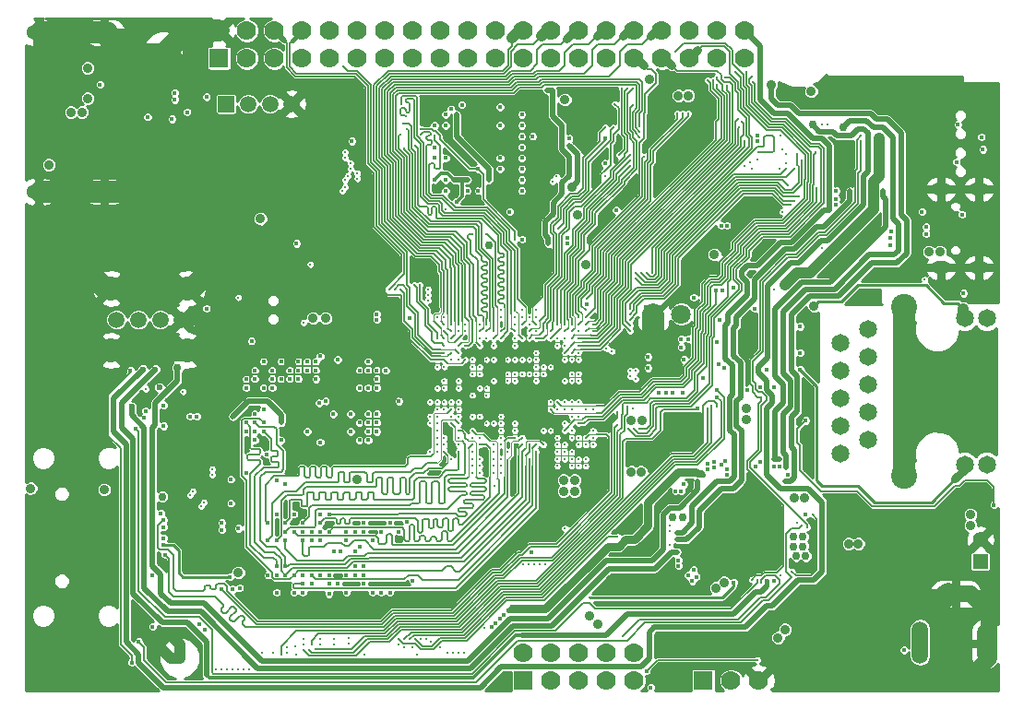
<source format=gbr>
G04 #@! TF.FileFunction,Copper,L4,Inr,Signal*
%FSLAX46Y46*%
G04 Gerber Fmt 4.6, Leading zero omitted, Abs format (unit mm)*
G04 Created by KiCad (PCBNEW 201609201018+7184~55~ubuntu14.04.1-) date Fri Sep 23 16:30:51 2016*
%MOMM*%
%LPD*%
G01*
G04 APERTURE LIST*
%ADD10C,0.100000*%
%ADD11C,5.500000*%
%ADD12O,2.700000X1.300000*%
%ADD13O,2.300000X1.300000*%
%ADD14C,2.200000*%
%ADD15C,1.500000*%
%ADD16R,1.500000X1.500000*%
%ADD17C,1.778000*%
%ADD18R,1.778000X1.778000*%
%ADD19R,1.422400X1.422400*%
%ADD20R,0.400000X0.400000*%
%ADD21R,1.400000X1.400000*%
%ADD22C,1.400000*%
%ADD23C,1.650000*%
%ADD24C,2.400000*%
%ADD25R,1.800000X1.800000*%
%ADD26C,1.800000*%
%ADD27O,1.800000X1.200000*%
%ADD28O,1.500000X3.900000*%
%ADD29O,1.500000X3.600000*%
%ADD30O,3.700000X1.500000*%
%ADD31C,0.750000*%
%ADD32C,0.900000*%
%ADD33C,0.450000*%
%ADD34C,0.406400*%
%ADD35C,0.327000*%
%ADD36C,0.600000*%
%ADD37C,1.016000*%
%ADD38C,2.032000*%
%ADD39C,0.762000*%
%ADD40C,0.127000*%
%ADD41C,0.106600*%
%ADD42C,0.254000*%
%ADD43C,1.524000*%
%ADD44C,0.508000*%
%ADD45C,0.711200*%
%ADD46C,0.304800*%
%ADD47C,0.203200*%
%ADD48C,0.406400*%
G04 APERTURE END LIST*
D10*
D11*
X172800000Y-96600000D03*
D12*
X107597000Y-39182000D03*
X107597000Y-53782000D03*
D13*
X101547000Y-53782000D03*
X101547000Y-39182000D03*
D14*
X115212000Y-62682000D03*
X115212000Y-68382000D03*
X108212000Y-62682000D03*
X108212000Y-68382000D03*
D15*
X108712000Y-65532000D03*
X110712000Y-65532000D03*
X112712000Y-65532000D03*
X114712000Y-65532000D03*
D16*
X118793000Y-45720000D03*
D15*
X120793000Y-45720000D03*
X122793000Y-45720000D03*
X124793000Y-45720000D03*
D17*
X166370000Y-38989000D03*
X166370000Y-41529000D03*
X163830000Y-38989000D03*
X163830000Y-41529000D03*
X161290000Y-38989000D03*
X161290000Y-41529000D03*
X158750000Y-38989000D03*
X158750000Y-41529000D03*
X156210000Y-38989000D03*
X156210000Y-41529000D03*
X146050000Y-38989000D03*
X146050000Y-41529000D03*
X143510000Y-38989000D03*
X143510000Y-41529000D03*
X148590000Y-41529000D03*
X148590000Y-38989000D03*
X151130000Y-38989000D03*
X151130000Y-41529000D03*
X153670000Y-41529000D03*
X153670000Y-38989000D03*
X128270000Y-38989000D03*
X128270000Y-41529000D03*
X125730000Y-41529000D03*
X125730000Y-38989000D03*
X123190000Y-38989000D03*
X123190000Y-41529000D03*
D18*
X118110000Y-41529000D03*
D17*
X118110000Y-38989000D03*
X120650000Y-41529000D03*
X120650000Y-38989000D03*
X130810000Y-41529000D03*
X130810000Y-38989000D03*
X133350000Y-41529000D03*
X133350000Y-38989000D03*
X135890000Y-41529000D03*
X135890000Y-38989000D03*
X138430000Y-41529000D03*
X138430000Y-38989000D03*
X140970000Y-41529000D03*
X140970000Y-38989000D03*
X156210000Y-96139000D03*
X156210000Y-98679000D03*
X153670000Y-98679000D03*
X153670000Y-96139000D03*
X151130000Y-96139000D03*
X151130000Y-98679000D03*
D18*
X146050000Y-98679000D03*
D17*
X146050000Y-96139000D03*
X148590000Y-98679000D03*
X148590000Y-96139000D03*
D18*
X162560000Y-98679000D03*
D17*
X165100000Y-98679000D03*
X167640000Y-98679000D03*
D19*
X165862000Y-84645500D03*
D20*
X168062000Y-83845500D03*
X167362000Y-83845500D03*
X166662000Y-83845500D03*
X166662000Y-83145500D03*
X166662000Y-82445500D03*
X165062000Y-82445500D03*
X165062000Y-83145500D03*
X165062000Y-83845500D03*
X164362000Y-83845500D03*
X163662000Y-83845500D03*
X163662000Y-85445500D03*
X164362000Y-85445500D03*
X165062000Y-85445500D03*
X165062000Y-86145500D03*
X165062000Y-86845500D03*
X166662000Y-86845500D03*
X166662000Y-86145500D03*
X166662000Y-85445500D03*
X167362000Y-85445500D03*
X168062000Y-85445500D03*
D21*
X187982860Y-87749380D03*
D22*
X187980320Y-85737700D03*
D23*
X177673000Y-66421000D03*
X175133000Y-67691000D03*
X177673000Y-68961000D03*
X175133000Y-70231000D03*
X177673000Y-71501000D03*
X175133000Y-72771000D03*
X177673000Y-74041000D03*
X175133000Y-75311000D03*
X177673000Y-76581000D03*
X175133000Y-77851000D03*
X186563000Y-65405000D03*
X188595000Y-65405000D03*
X186563000Y-78867000D03*
X188595000Y-78867000D03*
D24*
X180975000Y-64389000D03*
X180975000Y-79883000D03*
D25*
X157988000Y-65024000D03*
D26*
X160528000Y-65024000D03*
D19*
X166624000Y-67310000D03*
D27*
X187842000Y-60750000D03*
X184372000Y-60750000D03*
X184372000Y-53550000D03*
X187842000Y-53550000D03*
D28*
X182441000Y-95174000D03*
D29*
X188441000Y-95324000D03*
D30*
X185695000Y-90724000D03*
D31*
X170815000Y-85471000D03*
X171704000Y-85471000D03*
D32*
X178689000Y-48895000D03*
X157607000Y-43434000D03*
X105537000Y-46482000D03*
X104521000Y-46482000D03*
X170058510Y-62357000D03*
X121911591Y-56269409D03*
X106045000Y-45212000D03*
D33*
X116967000Y-45085000D03*
D32*
X152908000Y-93472000D03*
X152146000Y-92710000D03*
D33*
X143129000Y-93726000D03*
X143459200Y-93395800D03*
X116840000Y-93980000D03*
X116332000Y-93472000D03*
X179451000Y-90678000D03*
D31*
X112903000Y-87884000D03*
D32*
X101092000Y-94361000D03*
X101092000Y-96774000D03*
X102235000Y-97917000D03*
X101092000Y-99060000D03*
X110490000Y-93853000D03*
X107188000Y-89662000D03*
X107188000Y-90551000D03*
D33*
X116459000Y-76962000D03*
X116459000Y-77470000D03*
X118364000Y-83566000D03*
X132080000Y-64262000D03*
X126200000Y-71000000D03*
X123000000Y-69400000D03*
X120600000Y-76600000D03*
X132200000Y-89800000D03*
X129000000Y-89000000D03*
X125800000Y-83400000D03*
X124200000Y-90600000D03*
X159385000Y-98171000D03*
X159385000Y-98679000D03*
D32*
X101092000Y-42672000D03*
X101092000Y-41021000D03*
X106299000Y-50038000D03*
X106299000Y-51943000D03*
X101092000Y-51562000D03*
X101092000Y-49784000D03*
X101092000Y-48006000D03*
X101092000Y-46101000D03*
X101092000Y-44323000D03*
D34*
X147875000Y-75075000D03*
D33*
X174752000Y-49657000D03*
X175260000Y-49657000D03*
X161290000Y-62484000D03*
D32*
X128270000Y-59938490D03*
X127254000Y-59938490D03*
X162306000Y-46741510D03*
X163322000Y-46741510D03*
D33*
X100838000Y-83185000D03*
D32*
X128143000Y-46863000D03*
X129921000Y-46863000D03*
X129032000Y-46863000D03*
X130810000Y-44577000D03*
X129921000Y-44577000D03*
D33*
X184912000Y-62484000D03*
X148971000Y-50673000D03*
D32*
X177927000Y-63500000D03*
X176911000Y-63500000D03*
D33*
X178689000Y-56261000D03*
X154813000Y-48895000D03*
X153543000Y-50165000D03*
D32*
X153670000Y-45339000D03*
D33*
X148971000Y-48133000D03*
X148971000Y-49149000D03*
X149606000Y-50927000D03*
D32*
X153797000Y-56007000D03*
X146500000Y-59600000D03*
X146500000Y-60600000D03*
D33*
X137900000Y-46700000D03*
X138900000Y-48700000D03*
X140900000Y-48700000D03*
X143900000Y-46700000D03*
X142900000Y-53700000D03*
X144900000Y-46700000D03*
X144900000Y-47700000D03*
X144900000Y-48700000D03*
X144900000Y-49700000D03*
X144900000Y-50700000D03*
X144900000Y-51700000D03*
X144900000Y-53700000D03*
X144900000Y-52700000D03*
X139900000Y-51700000D03*
X139900000Y-53700000D03*
D32*
X127381000Y-58928000D03*
X122555000Y-58928000D03*
D33*
X137900000Y-53700000D03*
X131064000Y-49149000D03*
X123825000Y-48514000D03*
D32*
X121793000Y-48260000D03*
X120142000Y-48260000D03*
X118364000Y-48260000D03*
D33*
X122809000Y-48514000D03*
X132600000Y-76600000D03*
X125222000Y-65659000D03*
X131800000Y-71000000D03*
D35*
X138125000Y-64675000D03*
D33*
X132600000Y-69400000D03*
D35*
X145925000Y-66625000D03*
D32*
X164211000Y-58420000D03*
D33*
X158242000Y-68072000D03*
D32*
X161290000Y-76835000D03*
D33*
X166878000Y-61341000D03*
X117602000Y-44196000D03*
X124714000Y-49403000D03*
X126365000Y-51054000D03*
X172085000Y-66167000D03*
D32*
X114681000Y-55880000D03*
X113538000Y-55880000D03*
X107188000Y-91440000D03*
X129794000Y-67183000D03*
D33*
X122200000Y-76600000D03*
X123800000Y-75800000D03*
X131000000Y-69400000D03*
X128200000Y-76800000D03*
X131000000Y-75800000D03*
D32*
X182626000Y-47371000D03*
D33*
X184023000Y-46355000D03*
X182499000Y-45974000D03*
X181229000Y-45974000D03*
X179959000Y-45974000D03*
X179324000Y-45339000D03*
X180594000Y-45339000D03*
X181864000Y-45339000D03*
X183134000Y-45339000D03*
X186436000Y-45593000D03*
X185039000Y-45593000D03*
X177292000Y-43815000D03*
X178689000Y-43815000D03*
X179959000Y-43815000D03*
X181229000Y-43815000D03*
X182499000Y-43815000D03*
X183769000Y-43815000D03*
X185039000Y-43815000D03*
X179324000Y-43434000D03*
X178054000Y-43434000D03*
D32*
X167132000Y-54737000D03*
X174503225Y-60584225D03*
D33*
X144272000Y-99314000D03*
D32*
X148971000Y-84836000D03*
X137922000Y-91053480D03*
X139446000Y-91053480D03*
X101092000Y-76327000D03*
X102362000Y-94361000D03*
X102362000Y-95504000D03*
X107569000Y-80010000D03*
X111379000Y-94234000D03*
X123571000Y-58928000D03*
D33*
X154305000Y-71628000D03*
D32*
X183642000Y-55118000D03*
X184658000Y-55118000D03*
D35*
X140725000Y-67275000D03*
X138775000Y-75075000D03*
X139425000Y-75725000D03*
X152425000Y-65325000D03*
X145925000Y-74425000D03*
D33*
X107188000Y-43307000D03*
X107188000Y-50800000D03*
X107188000Y-49276000D03*
X107188000Y-47752000D03*
X107188000Y-46228000D03*
X111506000Y-51816000D03*
X111506000Y-48895000D03*
X111506000Y-45974000D03*
X113792000Y-45974000D03*
X113792000Y-51816000D03*
X113792000Y-48895000D03*
D32*
X102108000Y-76327000D03*
D33*
X119200000Y-83100000D03*
X132200000Y-84200000D03*
X130600000Y-84200000D03*
D35*
X145275000Y-74425000D03*
X143325000Y-74425000D03*
D34*
X147225000Y-75075000D03*
X146575000Y-75075000D03*
X146575000Y-74425000D03*
X147225000Y-74425000D03*
X147875000Y-74425000D03*
X143325000Y-73775000D03*
X143975000Y-73775000D03*
X144625000Y-73775000D03*
X145275000Y-73775000D03*
X145925000Y-73775000D03*
X146575000Y-73775000D03*
X147225000Y-73775000D03*
X146575000Y-73125000D03*
X145925000Y-73125000D03*
X145275000Y-73125000D03*
X144625000Y-73125000D03*
X143975000Y-73125000D03*
X142675000Y-73125000D03*
X143325000Y-73125000D03*
X147875000Y-73775000D03*
D35*
X149175000Y-74425000D03*
X148525000Y-74425000D03*
D34*
X147875000Y-72475000D03*
X147225000Y-72475000D03*
X146575000Y-72475000D03*
X145925000Y-72475000D03*
X145275000Y-72475000D03*
X144625000Y-72475000D03*
D35*
X143325000Y-72475000D03*
D34*
X143975000Y-72475000D03*
X147875000Y-73125000D03*
X147225000Y-73125000D03*
D35*
X148525000Y-72475000D03*
X147875000Y-71825000D03*
X147225000Y-71825000D03*
X146575000Y-71825000D03*
X143975000Y-71175000D03*
X143325000Y-71825000D03*
X143975000Y-71825000D03*
X144625000Y-71825000D03*
X145275000Y-71825000D03*
X145925000Y-71175000D03*
X146575000Y-71175000D03*
X145925000Y-71825000D03*
X146575000Y-69875000D03*
X145925000Y-69875000D03*
X144625000Y-69875000D03*
X145275000Y-69875000D03*
D32*
X182753000Y-49657000D03*
X169672000Y-44577000D03*
X181610000Y-54991000D03*
X187325000Y-46101000D03*
X189103000Y-46101000D03*
D33*
X171831000Y-73025000D03*
X171831000Y-73533000D03*
X167259000Y-59309000D03*
X167259000Y-59817000D03*
D32*
X155829000Y-86741000D03*
X172085000Y-75819000D03*
X155829000Y-84709000D03*
X187452000Y-81026000D03*
X187452000Y-82169000D03*
D33*
X175514000Y-89027000D03*
X175514000Y-88265000D03*
X179832000Y-88900000D03*
X180340000Y-88900000D03*
D32*
X176784000Y-92202000D03*
X148971000Y-83820000D03*
D35*
X147225000Y-75725000D03*
X148525000Y-77025000D03*
X147225000Y-76375000D03*
X147875000Y-78325000D03*
D32*
X156083000Y-89408000D03*
X157099000Y-89408000D03*
X171831000Y-88265000D03*
D35*
X149175000Y-71175000D03*
D33*
X176530000Y-43434000D03*
X173990000Y-43434000D03*
X175260000Y-43434000D03*
D32*
X176530000Y-44577000D03*
D33*
X185674000Y-43434000D03*
X184404000Y-43434000D03*
X183134000Y-43434000D03*
X181864000Y-43434000D03*
X180594000Y-43434000D03*
D32*
X188976000Y-44450000D03*
X181737000Y-49657000D03*
D33*
X178689000Y-56769000D03*
D32*
X147500000Y-59600000D03*
X147500000Y-60600000D03*
D35*
X143975000Y-65975000D03*
X142675000Y-71175000D03*
X143325000Y-70525000D03*
X142025000Y-71175000D03*
X142025000Y-73775000D03*
D33*
X128200000Y-69200000D03*
X124600000Y-69400000D03*
X121400000Y-69400000D03*
X126200000Y-75000000D03*
X122428000Y-78613000D03*
X125222000Y-78613000D03*
X129400000Y-70200000D03*
X129800000Y-69200000D03*
X128600000Y-75000000D03*
X129000000Y-76800000D03*
X130200000Y-75000000D03*
X133400000Y-75800000D03*
X124200000Y-83400000D03*
X123400000Y-84200000D03*
X122600000Y-90600000D03*
X126600000Y-90600000D03*
X128200000Y-84200000D03*
D35*
X142025000Y-75725000D03*
X137475000Y-79625000D03*
X138775000Y-78325000D03*
X142025000Y-77675000D03*
X144625000Y-77025000D03*
X143975000Y-77675000D03*
X145275000Y-77675000D03*
X145275000Y-77025000D03*
D33*
X133000000Y-84200000D03*
X131400000Y-90600000D03*
X135400000Y-90600000D03*
X133000000Y-89800000D03*
X134600000Y-84200000D03*
X130600000Y-90600000D03*
X134600000Y-90600000D03*
X130600000Y-89800000D03*
X134600000Y-85800000D03*
X132200000Y-85000000D03*
D34*
X142675000Y-73775000D03*
D35*
X148525000Y-75075000D03*
D33*
X127254000Y-67437000D03*
X125349000Y-67437000D03*
X123444000Y-67437000D03*
X121885000Y-67437000D03*
X121100000Y-67500000D03*
X128200000Y-89000000D03*
X146812000Y-86868000D03*
X121400000Y-76600000D03*
X123800000Y-76600000D03*
X129000000Y-69200000D03*
D32*
X166497000Y-73660000D03*
D35*
X143975000Y-74425000D03*
D33*
X134600000Y-85000000D03*
X133800000Y-84200000D03*
X131400000Y-84200000D03*
D35*
X142675000Y-75075000D03*
X143325000Y-75075000D03*
X143975000Y-75725000D03*
X143975000Y-76375000D03*
X143975000Y-75075000D03*
X145275000Y-75075000D03*
X145275000Y-75725000D03*
D32*
X166497000Y-74676000D03*
D35*
X141375000Y-74425000D03*
X142025000Y-74425000D03*
D33*
X119200000Y-82400000D03*
X126200000Y-70200000D03*
X127000000Y-70200000D03*
X123800000Y-69400000D03*
X122200000Y-69400000D03*
X126200000Y-75800000D03*
X133400000Y-70200000D03*
X132600000Y-70200000D03*
X131000000Y-70200000D03*
X131800000Y-69400000D03*
X128600000Y-74200000D03*
X127400000Y-76800000D03*
X130200000Y-75800000D03*
X132600000Y-75800000D03*
X131000000Y-76600000D03*
X125000000Y-83400000D03*
X123400000Y-83400000D03*
X127400000Y-85000000D03*
X123400000Y-90600000D03*
X125000000Y-90600000D03*
X135900000Y-89500000D03*
X129800000Y-85000000D03*
X133000000Y-85000000D03*
X132200000Y-90600000D03*
X135354607Y-84148773D03*
X133800000Y-90600000D03*
X133000000Y-90600000D03*
X130600000Y-89000000D03*
X129800000Y-90600000D03*
X131800000Y-76600000D03*
X119380000Y-74422000D03*
X119200000Y-80200000D03*
X119900000Y-84700000D03*
X123800000Y-75000000D03*
X126600000Y-89800000D03*
X127400000Y-68900000D03*
D32*
X130800000Y-80200000D03*
D35*
X141375000Y-76375000D03*
D32*
X107569000Y-81153000D03*
X100838000Y-81026000D03*
D33*
X118364000Y-84201000D03*
X157734000Y-99314000D03*
D32*
X149860000Y-45333490D03*
X160274000Y-44958000D03*
X161163000Y-44952490D03*
D33*
X154559000Y-55499000D03*
X153543000Y-51181000D03*
D32*
X151003000Y-55880000D03*
D33*
X130302000Y-49149000D03*
D35*
X147875000Y-69875000D03*
D32*
X163576000Y-59563000D03*
D33*
X125222000Y-58547000D03*
X143891000Y-92964000D03*
X144221200Y-92633800D03*
X186309000Y-55880000D03*
D32*
X119888000Y-88773000D03*
D35*
X144625000Y-69225000D03*
X147875000Y-70525000D03*
D31*
X142875000Y-58674000D03*
D32*
X172466000Y-44577000D03*
D33*
X180975000Y-95885000D03*
D35*
X148525000Y-69875000D03*
X145275000Y-67925000D03*
X145275000Y-67275000D03*
D32*
X156839490Y-79502000D03*
X155956000Y-79502000D03*
D33*
X146900000Y-48700000D03*
X118364000Y-84836000D03*
D31*
X112903000Y-81788000D03*
D36*
X112649000Y-71755000D03*
D33*
X132588000Y-65024000D03*
X132588000Y-65532000D03*
D35*
X137475000Y-73125000D03*
D33*
X113030000Y-85598000D03*
D35*
X140075000Y-71175000D03*
D36*
X110109000Y-73533000D03*
D32*
X127889000Y-65405000D03*
D33*
X160147000Y-86868000D03*
X159639000Y-86868000D03*
D35*
X145925000Y-69225000D03*
X141375000Y-70525000D03*
D31*
X172593000Y-47625000D03*
D36*
X111125000Y-70104000D03*
D32*
X126746000Y-65405000D03*
D35*
X140075000Y-71825000D03*
D33*
X170053000Y-81026000D03*
X170561000Y-81026000D03*
D35*
X138775000Y-73125000D03*
X116713000Y-82296000D03*
X138125000Y-69875000D03*
X141375000Y-72475000D03*
X142025000Y-71825000D03*
D33*
X135636000Y-65405000D03*
D35*
X138125000Y-71825000D03*
D33*
X119126000Y-89154000D03*
X113030000Y-86233000D03*
D35*
X138125000Y-73125000D03*
X116459000Y-82677000D03*
X138775000Y-69875000D03*
X140075000Y-73125000D03*
X140075000Y-73775000D03*
D32*
X184277000Y-59309000D03*
D31*
X171069000Y-87249000D03*
X171958000Y-87249000D03*
D32*
X183261000Y-59309000D03*
D35*
X182880000Y-61849000D03*
D33*
X179705000Y-58674000D03*
D35*
X156718000Y-75565000D03*
X172974000Y-53467000D03*
D32*
X102489000Y-51308000D03*
D31*
X114300000Y-69977000D03*
D33*
X162052000Y-80899000D03*
X162052000Y-80391000D03*
D35*
X145275000Y-69225000D03*
D33*
X174752000Y-53721000D03*
X164211000Y-56896000D03*
X164719000Y-56896000D03*
X150114000Y-58547000D03*
X150114000Y-58039000D03*
D35*
X147225000Y-68575000D03*
D33*
X164211000Y-78867000D03*
X164592000Y-78486000D03*
X176022000Y-54229000D03*
X176022000Y-53721000D03*
D35*
X142675000Y-69225000D03*
D33*
X160147000Y-85725000D03*
X160655000Y-85725000D03*
X179070000Y-53721000D03*
X179070000Y-54229000D03*
X144780000Y-55626000D03*
X169545000Y-78359000D03*
X169037000Y-78359000D03*
D35*
X142025000Y-69875000D03*
D32*
X150749000Y-80269520D03*
X149733000Y-81280000D03*
X149733000Y-80264000D03*
D35*
X149175000Y-77025000D03*
X149825000Y-77025000D03*
X148525000Y-75725000D03*
X149175000Y-76375000D03*
X150475000Y-77675000D03*
X149825000Y-77675000D03*
X149175000Y-77675000D03*
X151775000Y-78975000D03*
X151775000Y-78325000D03*
X150475000Y-78975000D03*
X151125000Y-78975000D03*
X151125000Y-78325000D03*
X150475000Y-78325000D03*
X149825000Y-78325000D03*
X149175000Y-78325000D03*
X149175000Y-78975000D03*
D32*
X150749000Y-81280000D03*
D33*
X160782000Y-80645000D03*
D32*
X163703000Y-90170000D03*
D33*
X160528000Y-81280000D03*
X160020000Y-81280000D03*
D32*
X187071000Y-84455000D03*
X187071000Y-83439000D03*
D33*
X169545000Y-78994000D03*
X169037000Y-78994000D03*
X167386000Y-78994000D03*
X167767000Y-78613000D03*
X164719000Y-79756000D03*
X164719000Y-79248000D03*
X162941000Y-79248000D03*
X162941000Y-78740000D03*
D31*
X159766000Y-83693000D03*
X160655000Y-83693000D03*
D33*
X160274000Y-88138000D03*
X160274000Y-87630000D03*
D32*
X164465000Y-89662000D03*
D31*
X171704000Y-86360000D03*
X170815000Y-86360000D03*
D32*
X171831000Y-81915000D03*
X170942000Y-81915000D03*
X175895000Y-86106000D03*
X176784000Y-86106000D03*
D33*
X171958000Y-83439000D03*
D32*
X169418000Y-94742000D03*
X170053000Y-93980000D03*
D33*
X161925000Y-89154000D03*
X161544000Y-89535000D03*
D36*
X112268000Y-70104000D03*
D33*
X116967000Y-64516000D03*
X168402000Y-90043000D03*
X168402000Y-89535000D03*
D35*
X141375000Y-69225000D03*
D32*
X156972000Y-74803000D03*
X155956000Y-74803000D03*
D35*
X144625000Y-71175000D03*
X145275000Y-71175000D03*
X147225000Y-71175000D03*
X147225000Y-69875000D03*
X147225000Y-70525000D03*
X146575000Y-70525000D03*
X145925000Y-70525000D03*
X144625000Y-70525000D03*
X145275000Y-70525000D03*
X142675000Y-72475000D03*
X143325000Y-71175000D03*
X142675000Y-71825000D03*
X177038000Y-48641000D03*
D33*
X185928000Y-47625000D03*
D35*
X129540000Y-42291000D03*
X140075000Y-68575000D03*
X167894000Y-72644000D03*
X167005000Y-89408000D03*
D33*
X144653000Y-92202000D03*
X144983200Y-91871800D03*
X162560000Y-79756000D03*
X162052000Y-79756000D03*
X174752000Y-54483000D03*
X163576000Y-79121000D03*
X163576000Y-78613000D03*
X174752000Y-54991000D03*
D32*
X151759490Y-60452000D03*
D33*
X174117000Y-55499000D03*
X174117000Y-54991000D03*
X160147000Y-85090000D03*
X160655000Y-85090000D03*
X170053000Y-80391000D03*
X170561000Y-80391000D03*
D32*
X168783000Y-43942000D03*
D33*
X170307000Y-79756000D03*
D35*
X177038000Y-49149000D03*
D33*
X185801000Y-51054000D03*
D35*
X172085000Y-84582000D03*
D33*
X148209000Y-44450000D03*
X148717000Y-44450000D03*
X148336000Y-58039000D03*
X148336000Y-58547000D03*
D31*
X175387000Y-47879000D03*
D35*
X143325000Y-69225000D03*
D33*
X170180000Y-79121000D03*
X170180000Y-78613000D03*
X169037000Y-89535000D03*
D35*
X138125000Y-67275000D03*
X136525000Y-62357000D03*
X136017000Y-62357000D03*
X138775000Y-67925000D03*
D33*
X145923000Y-58166000D03*
D35*
X146575000Y-69225000D03*
X141375000Y-69875000D03*
X133731000Y-62738000D03*
X167513000Y-96774000D03*
D33*
X157353000Y-97790000D03*
D35*
X150475000Y-75725000D03*
X148525000Y-73125000D03*
D33*
X107188000Y-43942000D03*
X113792000Y-47117000D03*
X111569500Y-46926500D03*
D35*
X140725000Y-66625000D03*
D32*
X106045000Y-42418000D03*
D35*
X163830000Y-43942000D03*
X151775000Y-65975000D03*
X157861000Y-61214000D03*
X140075000Y-65975000D03*
X152425000Y-66625000D03*
X139425000Y-67275000D03*
X150475000Y-65975000D03*
X139425000Y-65975000D03*
X164719000Y-44069000D03*
X151775000Y-66625000D03*
X139425000Y-66625000D03*
X149825000Y-65975000D03*
X156083000Y-44323000D03*
X138775000Y-65975000D03*
X163449000Y-43561000D03*
X151775000Y-65325000D03*
X138775000Y-67275000D03*
X164592000Y-43307000D03*
X150475000Y-68575000D03*
X155575000Y-44323000D03*
X151257000Y-55118000D03*
X147225000Y-67275000D03*
X163830000Y-43307000D03*
X152425000Y-65975000D03*
X166370000Y-49149000D03*
X151125000Y-67925000D03*
X140725000Y-69225000D03*
X119888000Y-63500000D03*
X134747000Y-63246000D03*
X161163000Y-46609000D03*
X151775000Y-64675000D03*
X160147000Y-46609000D03*
X151125000Y-65325000D03*
X160020000Y-40894000D03*
X148525000Y-73775000D03*
X160655000Y-46609000D03*
X151125000Y-65975000D03*
X155702000Y-75565000D03*
X167132000Y-43688000D03*
X151125000Y-67275000D03*
X165862000Y-47879000D03*
X165481000Y-42799000D03*
X149175000Y-73125000D03*
X166116000Y-47371000D03*
X149825000Y-68575000D03*
X156210000Y-75565000D03*
X167005000Y-43180000D03*
X156083000Y-45847000D03*
X149825000Y-66625000D03*
X149825000Y-75725000D03*
X166497000Y-42799000D03*
X165735000Y-47117000D03*
X150475000Y-67275000D03*
X155067000Y-44323000D03*
X154813000Y-50419000D03*
X147225000Y-66625000D03*
D33*
X115189000Y-46482000D03*
D35*
X142025000Y-65975000D03*
D33*
X114046000Y-45339000D03*
D35*
X140075000Y-66625000D03*
D33*
X115443000Y-74422000D03*
D35*
X138775000Y-71825000D03*
X111379000Y-71882000D03*
X125857000Y-65786000D03*
X138775000Y-73775000D03*
D33*
X116078000Y-74422000D03*
D35*
X138775000Y-71175000D03*
X122051034Y-96134966D03*
X150475000Y-73775000D03*
X149825000Y-73125000D03*
X120904000Y-97663000D03*
X149825000Y-73775000D03*
X120396000Y-97663000D03*
X123063000Y-96139000D03*
X148082000Y-88011000D03*
X152425000Y-76375000D03*
X150475000Y-71175000D03*
X156083000Y-73660000D03*
X119888000Y-97663000D03*
X123825000Y-96266000D03*
X155194000Y-73914000D03*
D33*
X163703000Y-62865000D03*
D35*
X151125000Y-77025000D03*
X147574000Y-88011000D03*
X125222000Y-96266000D03*
X125095000Y-95504000D03*
X150475000Y-74425000D03*
X125857000Y-95885000D03*
X162941000Y-73660000D03*
X126365000Y-95885000D03*
X163830000Y-73533000D03*
X127000000Y-95758000D03*
D33*
X162052000Y-73660000D03*
D35*
X142494000Y-93853000D03*
X156337000Y-70231000D03*
X149175000Y-67925000D03*
X139573000Y-96139000D03*
X151125000Y-70525000D03*
X131495800Y-96342200D03*
X149825000Y-67275000D03*
X139065000Y-96139000D03*
X151125000Y-68575000D03*
X138430000Y-95631000D03*
X151125000Y-66625000D03*
X136271000Y-96266000D03*
X140589000Y-96139000D03*
X154178000Y-68453000D03*
X140081000Y-96139000D03*
X153670000Y-68199000D03*
D33*
X160528000Y-68072000D03*
D35*
X137160000Y-94869000D03*
X155829000Y-70231000D03*
X136144000Y-94869000D03*
D33*
X163830000Y-72009000D03*
D35*
X135636000Y-94869000D03*
D33*
X163830000Y-72644000D03*
D35*
X135128000Y-94869000D03*
X163322000Y-73406000D03*
X150475000Y-73125000D03*
X154686000Y-85471000D03*
X134620000Y-94869000D03*
X151125000Y-69225000D03*
X134620000Y-95377000D03*
X135128000Y-95631000D03*
D33*
X160782000Y-69215000D03*
D35*
X149825000Y-67925000D03*
X136652000Y-94869000D03*
X156337000Y-70993000D03*
X151125000Y-71175000D03*
X135890000Y-95631000D03*
D33*
X157480000Y-68961000D03*
D35*
X149825000Y-69225000D03*
X137541000Y-95123000D03*
X150475000Y-69225000D03*
D33*
X157480000Y-69977000D03*
X112776000Y-83312000D03*
D35*
X152425000Y-73775000D03*
D33*
X113030000Y-83947000D03*
D35*
X151775000Y-76375000D03*
X149175000Y-73775000D03*
D33*
X113030000Y-84582000D03*
X113157000Y-87122000D03*
D35*
X154686000Y-75184000D03*
D33*
X120015000Y-90170000D03*
D35*
X149825000Y-71175000D03*
D33*
X119380000Y-90297000D03*
D35*
X151775000Y-73775000D03*
X154686000Y-74041000D03*
D33*
X118364000Y-90297000D03*
D35*
X147066000Y-88011000D03*
X151125000Y-76375000D03*
X146050000Y-88011000D03*
X149825000Y-75075000D03*
X147225000Y-64675000D03*
X124333000Y-95631000D03*
X129667000Y-50673000D03*
X146558000Y-88011000D03*
X150475000Y-76375000D03*
X124333000Y-96139000D03*
X147225000Y-65325000D03*
X129667000Y-50165000D03*
X129992889Y-94811792D03*
X145925000Y-65325000D03*
X130810000Y-52578000D03*
X125857000Y-94869000D03*
X146575000Y-65975000D03*
X130175000Y-51689000D03*
X129988170Y-95317170D03*
X145925000Y-64675000D03*
X130810000Y-52070000D03*
X125857000Y-95377000D03*
X146575000Y-65325000D03*
X130175000Y-51181000D03*
X128651000Y-94869000D03*
X129413000Y-53721000D03*
X143975000Y-65325000D03*
X145275000Y-65975000D03*
X127381000Y-94869000D03*
X129667000Y-52705000D03*
X128651000Y-95377000D03*
X129667000Y-53340000D03*
X143975000Y-64675000D03*
X145275000Y-65325000D03*
X127381000Y-95377000D03*
X129921000Y-52324000D03*
X153543000Y-52324000D03*
D33*
X188214000Y-49911000D03*
X120600000Y-71000000D03*
D35*
X139425000Y-73775000D03*
D33*
X122600000Y-84200000D03*
D35*
X141375000Y-78975000D03*
X141375000Y-78325000D03*
D33*
X128200000Y-90700000D03*
X125800000Y-90600000D03*
D35*
X149100000Y-52400000D03*
D33*
X143900000Y-50700000D03*
D35*
X142621000Y-57658000D03*
X143325000Y-67275000D03*
D33*
X182626000Y-55626000D03*
D35*
X151125000Y-75075000D03*
X172847000Y-50165000D03*
X169037000Y-62738000D03*
X169672000Y-89027000D03*
X173431200Y-58978800D03*
X138938000Y-55372000D03*
X126492000Y-60452000D03*
D33*
X114046000Y-44704000D03*
D35*
X140725000Y-65975000D03*
X169545000Y-51689000D03*
X149175000Y-65975000D03*
X155829000Y-50927000D03*
X166877994Y-51054000D03*
X169799000Y-55626000D03*
X137287000Y-62738000D03*
X167005000Y-51689000D03*
X155829000Y-70739000D03*
X150475000Y-70525000D03*
X152425000Y-77025000D03*
X152425000Y-75725000D03*
X151125000Y-74425000D03*
X159512000Y-86233000D03*
X171196000Y-84201000D03*
X134747000Y-48514000D03*
D33*
X110744000Y-95123000D03*
D35*
X170688000Y-89154000D03*
X171577000Y-84455000D03*
X142025000Y-67925000D03*
X159512000Y-84455000D03*
D33*
X179832000Y-57404000D03*
X179705000Y-58039000D03*
D35*
X159512000Y-84963000D03*
D33*
X110490000Y-75565000D03*
D35*
X134747000Y-62738000D03*
X139425000Y-68575000D03*
X152146000Y-91567000D03*
X167513000Y-89408000D03*
D33*
X188087000Y-48768000D03*
X109982000Y-70231000D03*
D35*
X134239000Y-62738000D03*
X138775000Y-68575000D03*
D33*
X110109000Y-97028000D03*
D35*
X167894000Y-89662000D03*
X155194000Y-94615000D03*
X142025000Y-70525000D03*
X151125000Y-73125000D03*
X134874000Y-45720000D03*
X145275000Y-66625000D03*
X135255000Y-46863000D03*
X143975000Y-67275000D03*
X135001000Y-47498000D03*
X143325000Y-66625000D03*
X135382000Y-48006000D03*
X142675000Y-66625000D03*
X136652000Y-48514000D03*
X145925000Y-67275000D03*
D33*
X138900000Y-53700000D03*
D35*
X136144000Y-49530000D03*
X143975000Y-66625000D03*
D33*
X138900000Y-52700000D03*
D35*
X142675000Y-65975000D03*
X135128000Y-49784000D03*
D33*
X140900000Y-53700000D03*
D35*
X137922000Y-48641000D03*
X145925000Y-65975000D03*
D33*
X141900000Y-53700000D03*
D35*
X148717000Y-52832000D03*
D33*
X143900000Y-51700000D03*
D35*
X141351000Y-57658000D03*
X142025000Y-66625000D03*
X136652000Y-48006000D03*
X145288000Y-58166000D03*
D33*
X141900000Y-51700000D03*
D35*
X114808000Y-72136000D03*
X139425000Y-73125000D03*
X167640000Y-50165000D03*
X157353000Y-61214000D03*
X155829000Y-51435000D03*
X166370004Y-51435000D03*
X148525000Y-67275000D03*
X169799000Y-49911000D03*
X157099000Y-50546000D03*
X150475000Y-66625000D03*
X170180000Y-51689000D03*
X156845000Y-61214000D03*
X155829000Y-50419000D03*
X167513000Y-50800000D03*
X148525000Y-66625000D03*
X171577000Y-50927000D03*
X155829000Y-66040000D03*
X137287000Y-63246000D03*
X170180000Y-50292000D03*
X170180000Y-51181000D03*
X137287000Y-63754000D03*
X154305000Y-47879000D03*
X149225000Y-57150000D03*
X117856000Y-97663000D03*
X143325000Y-67925000D03*
X118872000Y-97663000D03*
D33*
X153543000Y-48895000D03*
D35*
X146575000Y-66625000D03*
X153543000Y-47879000D03*
X118364000Y-97663000D03*
X147225000Y-65975000D03*
X119380000Y-97663000D03*
X154432000Y-45720000D03*
X153543000Y-51816000D03*
X146575000Y-67275000D03*
X170688000Y-88646000D03*
X172593000Y-83439000D03*
X170942000Y-51689000D03*
X156337000Y-61214000D03*
X170307000Y-53213000D03*
X156337000Y-61722000D03*
X156718000Y-47752000D03*
X138775000Y-66625000D03*
X173990000Y-47625000D03*
X170942000Y-54610000D03*
X155829000Y-65024000D03*
X171323000Y-54229000D03*
X155829000Y-64516000D03*
X156718000Y-48768000D03*
X140725000Y-67925000D03*
X169672000Y-48641000D03*
X173482000Y-47625000D03*
X156718000Y-48260000D03*
X140075000Y-67925000D03*
D33*
X130600000Y-85000000D03*
D35*
X141375000Y-79625000D03*
X142025000Y-79625000D03*
D33*
X129800000Y-85800000D03*
D35*
X143325000Y-79625000D03*
D33*
X130600000Y-88200000D03*
X129800000Y-89000000D03*
D35*
X143975000Y-79625000D03*
D33*
X134620000Y-73025000D03*
X130200000Y-74200000D03*
X132200000Y-85800000D03*
D35*
X142025000Y-78975000D03*
D33*
X131400000Y-88200000D03*
D35*
X143383000Y-80772000D03*
D33*
X131400000Y-89800000D03*
D35*
X143975000Y-78975000D03*
D33*
X120600000Y-75800000D03*
D35*
X139425000Y-78325000D03*
D33*
X122600000Y-89000000D03*
X121400000Y-75800000D03*
D35*
X141375000Y-77675000D03*
D33*
X123400000Y-89000000D03*
X131400000Y-85000000D03*
D35*
X142025000Y-78325000D03*
D33*
X123400000Y-80300000D03*
D35*
X143325000Y-77675000D03*
D33*
X128200000Y-89800000D03*
X131400000Y-89000000D03*
D35*
X143975000Y-78325000D03*
D33*
X120600000Y-79600000D03*
D35*
X147225000Y-77675000D03*
D33*
X125800000Y-89800000D03*
D35*
X137475000Y-77675000D03*
D33*
X131000000Y-75000000D03*
D35*
X138125000Y-77675000D03*
D33*
X131800000Y-75800000D03*
X121400000Y-71000000D03*
X123400000Y-85800000D03*
D35*
X138775000Y-77675000D03*
D33*
X121400000Y-70200000D03*
X124200000Y-84200000D03*
D35*
X140075000Y-77675000D03*
D33*
X123000000Y-71000000D03*
X124200000Y-85000000D03*
D35*
X141375000Y-77025000D03*
D33*
X120600000Y-75000000D03*
D35*
X143325000Y-77025000D03*
D33*
X123400000Y-88200000D03*
X122500000Y-77900000D03*
X127400000Y-89000000D03*
D35*
X144625000Y-77675000D03*
D33*
X122200000Y-75000000D03*
X125000000Y-89000000D03*
D35*
X146575000Y-78325000D03*
D33*
X122200000Y-73800000D03*
X126600000Y-89000000D03*
D35*
X147225000Y-77025000D03*
D33*
X121400000Y-75000000D03*
D35*
X147875000Y-77025000D03*
D33*
X124200000Y-88200000D03*
X131800000Y-75000000D03*
D35*
X138125000Y-77025000D03*
D33*
X132600000Y-75000000D03*
D35*
X138775000Y-77025000D03*
D33*
X126200000Y-69400000D03*
X127400000Y-83400000D03*
D35*
X140075000Y-77025000D03*
D33*
X125400000Y-70200000D03*
X126600000Y-85000000D03*
D35*
X140075000Y-76375000D03*
D33*
X125400000Y-69400000D03*
X127400000Y-84200000D03*
D35*
X142025000Y-77025000D03*
D33*
X121400000Y-74200000D03*
X125800000Y-89000000D03*
D35*
X143975000Y-77025000D03*
D33*
X122200000Y-71800000D03*
D35*
X145925000Y-77025000D03*
D33*
X124200000Y-85800000D03*
X123000000Y-71800000D03*
D35*
X145925000Y-76375000D03*
D33*
X125800000Y-85800000D03*
D35*
X151775000Y-77025000D03*
D33*
X123800000Y-71000000D03*
D35*
X138775000Y-76375000D03*
D33*
X125800000Y-85000000D03*
X124200000Y-80600000D03*
D35*
X142025000Y-76375000D03*
D33*
X129000000Y-89800000D03*
D35*
X145275000Y-76375000D03*
D33*
X123000000Y-70200000D03*
X125000000Y-85000000D03*
X122200000Y-75800000D03*
X124200000Y-89000000D03*
D35*
X146575000Y-77025000D03*
X152146000Y-91059000D03*
X149860000Y-84709000D03*
D33*
X165354000Y-89662000D03*
D35*
X147875000Y-75725000D03*
D33*
X132600000Y-71800000D03*
D35*
X137475000Y-75075000D03*
X138125000Y-75075000D03*
D33*
X131000000Y-71800000D03*
X127000000Y-69400000D03*
X128200000Y-83400000D03*
D35*
X140075000Y-75725000D03*
D33*
X127000000Y-71000000D03*
D35*
X141375000Y-75725000D03*
D33*
X128200000Y-85000000D03*
X131800000Y-71800000D03*
D35*
X137475000Y-74425000D03*
D33*
X132600000Y-71000000D03*
D35*
X138125000Y-74425000D03*
D33*
X124600000Y-71000000D03*
D35*
X139425000Y-74425000D03*
D33*
X126600000Y-85800000D03*
X124600000Y-70200000D03*
D35*
X139425000Y-75075000D03*
D33*
X125800000Y-84200000D03*
X120600000Y-71800000D03*
X122600000Y-85800000D03*
D35*
X140075000Y-75075000D03*
X138125000Y-73775000D03*
D33*
X131800000Y-70200000D03*
X125400000Y-71000000D03*
D35*
X140075000Y-74425000D03*
D33*
X127400000Y-85800000D03*
D35*
X155829000Y-66548000D03*
X171196000Y-50292000D03*
X170561000Y-54991000D03*
X155829000Y-65532000D03*
X126619000Y-95377000D03*
X155575000Y-73533000D03*
X142675000Y-67275000D03*
X142025000Y-67275000D03*
D33*
X130644024Y-86835010D03*
D35*
X143325000Y-78975000D03*
D33*
X131052024Y-86427010D03*
D35*
X143325000Y-78325000D03*
D33*
X127300000Y-73200000D03*
X128676400Y-86842600D03*
X127889000Y-73025000D03*
X129260600Y-86842600D03*
D35*
X138125000Y-76375000D03*
D33*
X132600000Y-74200000D03*
X131800000Y-74200000D03*
D35*
X138125000Y-75725000D03*
D33*
X151892000Y-64135000D03*
D35*
X149175000Y-67275000D03*
D32*
X181610000Y-69215000D03*
X184785000Y-69215000D03*
X187325000Y-69215000D03*
X188595000Y-70485000D03*
X185420000Y-70485000D03*
X182245000Y-70485000D03*
X180975000Y-71755000D03*
X184150000Y-71755000D03*
X187325000Y-71755000D03*
X188595000Y-73025000D03*
X185420000Y-73025000D03*
X182245000Y-73025000D03*
X180975000Y-74295000D03*
X184150000Y-74295000D03*
X187325000Y-74295000D03*
X188595000Y-75565000D03*
X185420000Y-75565000D03*
X182245000Y-75565000D03*
D33*
X160528000Y-67310000D03*
X162560000Y-70866000D03*
X167767000Y-71755000D03*
X164084000Y-65532000D03*
X165354000Y-62611000D03*
D32*
X172720000Y-64262000D03*
D33*
X171450000Y-70104000D03*
X166624000Y-72009000D03*
X169037000Y-71755000D03*
X164465000Y-69977000D03*
X163957000Y-69596000D03*
X163830000Y-67564000D03*
X161671000Y-63500000D03*
X167259000Y-64516000D03*
X171450000Y-68580000D03*
X171450000Y-66167000D03*
X161163000Y-67310000D03*
X189230000Y-82550000D03*
X171958000Y-74803000D03*
X186436000Y-63119000D03*
X168402000Y-70104000D03*
X164338000Y-62865000D03*
X158496000Y-72263000D03*
X160655000Y-72263000D03*
X159131000Y-72263000D03*
X159766000Y-72263000D03*
X167513000Y-49149000D03*
X167513000Y-48641000D03*
X139900000Y-47700000D03*
X150241000Y-49530000D03*
X150241000Y-48895000D03*
X143900000Y-46000000D03*
D32*
X150495000Y-53340000D03*
D33*
X139900000Y-46700000D03*
X137900000Y-47700000D03*
X139900000Y-48700000D03*
X143900000Y-47700000D03*
X142900000Y-52700000D03*
X139900000Y-54700000D03*
X140900000Y-52700000D03*
X137900000Y-52700000D03*
D35*
X147225000Y-69225000D03*
D33*
X145900000Y-53700000D03*
X145900000Y-52700000D03*
X145900000Y-51700000D03*
X145900000Y-50700000D03*
X145900000Y-49700000D03*
X145900000Y-48700000D03*
X145900000Y-47700000D03*
X145900000Y-46700000D03*
X137900000Y-49700000D03*
X138900000Y-50700000D03*
X140400000Y-45800000D03*
X138900000Y-47700000D03*
X139400000Y-46200000D03*
X138900000Y-46700000D03*
X137900000Y-50700000D03*
D35*
X117475000Y-79756000D03*
X115443000Y-81661000D03*
X117475000Y-79248000D03*
X115697000Y-81280000D03*
D33*
X183007000Y-57023000D03*
D35*
X138125000Y-65325000D03*
D33*
X183007000Y-57658000D03*
D35*
X138775000Y-65325000D03*
D33*
X112014000Y-89027000D03*
X112014000Y-93726000D03*
X111379000Y-73914000D03*
D35*
X139425000Y-69225000D03*
D33*
X113030000Y-73406000D03*
X111252000Y-74549000D03*
D35*
X140075000Y-69225000D03*
D33*
X113030000Y-75311000D03*
X161163000Y-89027000D03*
X161671000Y-88519000D03*
D35*
X162941000Y-43561000D03*
X151892000Y-63627000D03*
D37*
X178689000Y-48895000D02*
X178689000Y-52324000D01*
X178689000Y-52324000D02*
X178181000Y-52832000D01*
X178181000Y-55372000D02*
X178181000Y-52832000D01*
X172339000Y-61214000D02*
X178181000Y-55372000D01*
X170058510Y-62357000D02*
X171201510Y-61214000D01*
X171201510Y-61214000D02*
X172339000Y-61214000D01*
X114554000Y-96647000D02*
X114554000Y-95377000D01*
X114554000Y-95377000D02*
X113411000Y-94234000D01*
D38*
X113157000Y-41021000D02*
X113157000Y-42291000D01*
X113157000Y-42291000D02*
X111125000Y-44323000D01*
X113157000Y-41021000D02*
X113157000Y-41021000D01*
X113157000Y-41021000D02*
X115697000Y-43561000D01*
X118110000Y-38989000D02*
X115189000Y-38989000D01*
X115189000Y-38989000D02*
X113157000Y-41021000D01*
X113157000Y-41021000D02*
X113030000Y-41148000D01*
X107597000Y-39182000D02*
X109563000Y-41148000D01*
X109563000Y-41148000D02*
X113030000Y-41148000D01*
D37*
X114712000Y-65532000D02*
X116459000Y-65532000D01*
D38*
X115212000Y-62682000D02*
X115626000Y-62682000D01*
X115626000Y-62682000D02*
X116713000Y-61595000D01*
X115212000Y-68382000D02*
X117419000Y-68382000D01*
X117419000Y-68382000D02*
X117729000Y-68072000D01*
X108212000Y-62682000D02*
X107640000Y-62682000D01*
X107640000Y-62682000D02*
X106807000Y-61849000D01*
X108212000Y-68382000D02*
X105862000Y-68382000D01*
X105862000Y-68382000D02*
X105283000Y-68961000D01*
X115212000Y-68382000D02*
X108212000Y-68382000D01*
X115212000Y-62682000D02*
X108212000Y-62682000D01*
D39*
X111379000Y-94234000D02*
X110998000Y-93853000D01*
X110998000Y-93853000D02*
X110490000Y-93853000D01*
D37*
X114554000Y-96647000D02*
X114554000Y-96647000D01*
X114554000Y-96647000D02*
X113665000Y-96647000D01*
X113665000Y-96647000D02*
X111760000Y-94742000D01*
D39*
X111760000Y-94742000D02*
X111760000Y-94615000D01*
X111760000Y-94615000D02*
X111379000Y-94234000D01*
D40*
X131400000Y-76200000D02*
X131400000Y-77200000D01*
X126600000Y-70600000D02*
X126600000Y-69100000D01*
X125800000Y-70600000D02*
X125800000Y-69100000D01*
X125000000Y-71400000D02*
X125000000Y-69800000D01*
X124200000Y-71400000D02*
X124200000Y-69000000D01*
X123400000Y-71400000D02*
X123400000Y-69800000D01*
X122600000Y-69800000D02*
X122600000Y-72400000D01*
X121000000Y-71500000D02*
X121000000Y-70600000D01*
X128200000Y-69200000D02*
X127600000Y-69800000D01*
X127600000Y-69800000D02*
X125000000Y-69800000D01*
X125000000Y-69800000D02*
X123400000Y-69800000D01*
X123400000Y-69800000D02*
X122600000Y-69800000D01*
X122600000Y-69800000D02*
X120300000Y-69800000D01*
X129400000Y-70200000D02*
X129000000Y-70600000D01*
X129000000Y-70600000D02*
X126600000Y-70600000D01*
X126600000Y-70600000D02*
X125800000Y-70600000D01*
X125800000Y-70600000D02*
X121000000Y-70600000D01*
X121000000Y-70600000D02*
X120200000Y-70600000D01*
X126200000Y-71000000D02*
X125800000Y-71400000D01*
X125800000Y-71400000D02*
X125000000Y-71400000D01*
X125000000Y-71400000D02*
X124200000Y-71400000D01*
X124200000Y-71400000D02*
X123400000Y-71400000D01*
X123400000Y-71400000D02*
X120000000Y-71400000D01*
X131400000Y-69800000D02*
X132200000Y-69800000D01*
X133000000Y-70600000D02*
X133000000Y-71400000D01*
X133000000Y-71400000D02*
X130500000Y-71400000D01*
X132600000Y-69400000D02*
X133000000Y-69800000D01*
X133000000Y-70600000D02*
X130600000Y-70600000D01*
X133000000Y-69800000D02*
X133000000Y-70600000D01*
X131400000Y-75400000D02*
X133500000Y-75400000D01*
X131400000Y-76200000D02*
X131400000Y-75400000D01*
X131400000Y-75400000D02*
X131400000Y-69800000D01*
X132200000Y-76200000D02*
X131400000Y-76200000D01*
X131400000Y-69800000D02*
X131000000Y-69400000D01*
X132200000Y-76200000D02*
X132200000Y-69800000D01*
X132200000Y-69800000D02*
X132600000Y-69400000D01*
X133400000Y-75800000D02*
X133500000Y-75700000D01*
X133500000Y-75700000D02*
X133500000Y-75400000D01*
X133500000Y-74600000D02*
X131400000Y-74600000D01*
X133500000Y-75400000D02*
X133500000Y-74600000D01*
X132600000Y-76600000D02*
X132200000Y-76200000D01*
D41*
X138450000Y-69550000D02*
X138450000Y-70525000D01*
X138450000Y-70525000D02*
X138450000Y-70200000D01*
X138450000Y-70200000D02*
X138450000Y-70525000D01*
X143000000Y-74750000D02*
X141700000Y-74750000D01*
X141700000Y-74750000D02*
X141700000Y-74100000D01*
X143650000Y-75400000D02*
X143000000Y-75400000D01*
X143000000Y-75400000D02*
X143000000Y-74750000D01*
X145925000Y-66625000D02*
X146250000Y-66950000D01*
X146250000Y-66950000D02*
X146250000Y-67600000D01*
X144950000Y-68900000D02*
X144950000Y-67600000D01*
X144950000Y-67600000D02*
X145600000Y-67600000D01*
X151125000Y-75725000D02*
X151450000Y-76050000D01*
X151450000Y-76050000D02*
X151450000Y-77350000D01*
X152100000Y-76700000D02*
X152100000Y-77350000D01*
X150800000Y-76700000D02*
X152100000Y-76700000D01*
X152100000Y-76700000D02*
X152750000Y-76700000D01*
D42*
X150800000Y-76050000D02*
X151125000Y-75725000D01*
D41*
X150475000Y-77025000D02*
X150800000Y-76700000D01*
X150800000Y-76050000D02*
X150150000Y-76050000D01*
X150800000Y-76700000D02*
X150800000Y-76050000D01*
X150800000Y-68900000D02*
X150800000Y-71500000D01*
X150150000Y-68900000D02*
X150150000Y-71500000D01*
X147875000Y-73775000D02*
X148200000Y-73450000D01*
X148850000Y-73450000D02*
X148850000Y-72800000D01*
X148200000Y-73450000D02*
X148850000Y-73450000D01*
X148200000Y-69550000D02*
X148200000Y-70200000D01*
X148200000Y-70200000D02*
X147550000Y-70200000D01*
X147550000Y-70200000D02*
X147550000Y-69550000D01*
X139750000Y-73450000D02*
X139750000Y-74100000D01*
X139750000Y-74100000D02*
X140400000Y-74100000D01*
X139750000Y-73450000D02*
X139750000Y-72475000D01*
X139750000Y-72475000D02*
X139750000Y-72800000D01*
X139750000Y-72800000D02*
X139750000Y-72475000D01*
X139100000Y-73450000D02*
X139100000Y-72475000D01*
X139100000Y-72475000D02*
X139100000Y-72800000D01*
X139100000Y-72800000D02*
X139100000Y-72475000D01*
X138450000Y-73450000D02*
X138450000Y-72475000D01*
X138450000Y-72475000D02*
X138450000Y-72800000D01*
X138450000Y-72800000D02*
X138450000Y-72475000D01*
X137800000Y-73450000D02*
X137800000Y-72475000D01*
X138450000Y-71500000D02*
X138450000Y-72475000D01*
X138450000Y-72475000D02*
X138450000Y-72150000D01*
X138450000Y-72150000D02*
X138450000Y-72475000D01*
D38*
X185045000Y-90724000D02*
X184444000Y-91325000D01*
X184444000Y-91325000D02*
X181350000Y-91325000D01*
D43*
X188745000Y-96674000D02*
X187883000Y-97536000D01*
X188745000Y-96674000D02*
X188745000Y-92424000D01*
X188745000Y-92424000D02*
X187045000Y-90724000D01*
D41*
X142350000Y-72150000D02*
X142350000Y-71500000D01*
X143325000Y-72475000D02*
X143000000Y-72150000D01*
X143000000Y-72150000D02*
X142350000Y-72150000D01*
X142350000Y-72150000D02*
X141700000Y-72150000D01*
X148525000Y-77025000D02*
X148850000Y-77025000D01*
X148200000Y-76700000D02*
X148200000Y-77350000D01*
X148850000Y-76700000D02*
X148200000Y-76700000D01*
X148200000Y-75400000D02*
X148200000Y-76700000D01*
D44*
X157988000Y-65024000D02*
X158242000Y-65024000D01*
X158242000Y-65024000D02*
X160782000Y-62484000D01*
X160782000Y-62484000D02*
X161290000Y-62484000D01*
D38*
X107847000Y-53782000D02*
X109682000Y-53782000D01*
X109682000Y-53782000D02*
X110500000Y-54600000D01*
X101747000Y-39182000D02*
X102050000Y-39485000D01*
X102050000Y-39485000D02*
X102050000Y-43550000D01*
X107847000Y-39182000D02*
X102047000Y-39182000D01*
X102047000Y-39182000D02*
X101747000Y-39182000D01*
X107847000Y-53782000D02*
X101747000Y-53782000D01*
D42*
X147500000Y-59600000D02*
X147500000Y-56568000D01*
X147500000Y-56568000D02*
X145542000Y-54610000D01*
D37*
X147500000Y-59600000D02*
X146500000Y-59600000D01*
D44*
X131064000Y-49149000D02*
X131064000Y-51435000D01*
X131064000Y-51435000D02*
X131445000Y-51816000D01*
X131445000Y-51816000D02*
X131445000Y-52959000D01*
D38*
X157988000Y-65024000D02*
X157988000Y-66675000D01*
D41*
X141050000Y-69550000D02*
X141050000Y-68900000D01*
X143000000Y-69550000D02*
X141050000Y-69550000D01*
D39*
X141050000Y-73125000D02*
X140400000Y-72475000D01*
D45*
X140400000Y-72475000D02*
X139750000Y-72475000D01*
X139750000Y-72475000D02*
X139100000Y-72475000D01*
X139100000Y-72475000D02*
X138450000Y-72475000D01*
X138450000Y-72475000D02*
X138450000Y-72475000D01*
X138450000Y-72475000D02*
X137800000Y-72475000D01*
X137800000Y-72475000D02*
X136175000Y-72475000D01*
D41*
X138450000Y-69550000D02*
X136500000Y-69550000D01*
X141050000Y-73125000D02*
X140725000Y-73450000D01*
X140725000Y-73450000D02*
X139750000Y-73450000D01*
X139750000Y-73450000D02*
X139100000Y-73450000D01*
X139100000Y-73450000D02*
X138450000Y-73450000D01*
X138450000Y-73450000D02*
X137800000Y-73450000D01*
X137800000Y-73450000D02*
X136500000Y-73450000D01*
X141700000Y-70850000D02*
X141050000Y-71500000D01*
X141050000Y-71500000D02*
X138450000Y-71500000D01*
X138450000Y-71500000D02*
X136500000Y-71500000D01*
D45*
X140400000Y-70200000D02*
X140075000Y-70525000D01*
D41*
X143000000Y-70200000D02*
X140400000Y-70200000D01*
D45*
X140075000Y-70525000D02*
X138450000Y-70525000D01*
X138450000Y-70525000D02*
X136825000Y-70525000D01*
X142675000Y-73125000D02*
X141050000Y-73125000D01*
D41*
X149500000Y-68900000D02*
X150150000Y-68900000D01*
X150150000Y-68900000D02*
X150800000Y-68900000D01*
X150800000Y-68900000D02*
X152425000Y-68900000D01*
D42*
X159512000Y-91567000D02*
X153289000Y-91567000D01*
X164719000Y-91567000D02*
X159512000Y-91567000D01*
X165989000Y-90297000D02*
X164719000Y-91567000D01*
X157099000Y-89408000D02*
X157861000Y-90170000D01*
X163703000Y-88900000D02*
X165285974Y-88900000D01*
X157861000Y-90170000D02*
X162433000Y-90170000D01*
X162433000Y-90170000D02*
X163703000Y-88900000D01*
X165285974Y-88900000D02*
X165989000Y-89603026D01*
X165989000Y-89603026D02*
X165989000Y-90297000D01*
D38*
X165862000Y-84645500D02*
X165862000Y-87256343D01*
X165862000Y-87256343D02*
X165859071Y-87259272D01*
D41*
X144950000Y-76050000D02*
X144950000Y-75400000D01*
X144300000Y-76050000D02*
X144300000Y-74750000D01*
X143650000Y-75400000D02*
X143650000Y-76050000D01*
X143650000Y-76050000D02*
X144300000Y-76050000D01*
X144300000Y-76050000D02*
X144950000Y-76050000D01*
X144950000Y-76050000D02*
X147550000Y-76050000D01*
X143650000Y-74750000D02*
X143650000Y-75400000D01*
X143650000Y-75400000D02*
X144950000Y-75400000D01*
X144950000Y-75400000D02*
X146575000Y-75400000D01*
X143325000Y-74425000D02*
X143650000Y-74750000D01*
X143650000Y-74750000D02*
X144300000Y-74750000D01*
X144300000Y-74750000D02*
X146250000Y-74750000D01*
X148850000Y-67600000D02*
X148200000Y-67600000D01*
X149500000Y-68900000D02*
X149500000Y-67600000D01*
X149500000Y-67600000D02*
X148850000Y-67600000D01*
X148850000Y-67600000D02*
X148850000Y-68900000D01*
X146900000Y-68900000D02*
X148850000Y-68900000D01*
X148850000Y-68900000D02*
X149500000Y-68900000D01*
X146900000Y-69550000D02*
X147550000Y-69550000D01*
X147550000Y-69550000D02*
X148200000Y-69550000D01*
X148200000Y-69550000D02*
X148850000Y-69550000D01*
X146900000Y-69875000D02*
X146900000Y-69550000D01*
X146900000Y-69550000D02*
X146900000Y-68900000D01*
X146900000Y-68900000D02*
X146900000Y-68250000D01*
X146250000Y-69875000D02*
X146250000Y-68900000D01*
X145600000Y-69875000D02*
X145600000Y-68575000D01*
X147550000Y-70200000D02*
X147550000Y-71500000D01*
X146900000Y-70200000D02*
X147550000Y-70200000D01*
X146575000Y-69875000D02*
X146900000Y-69875000D01*
X146900000Y-69875000D02*
X146900000Y-70200000D01*
X146900000Y-70200000D02*
X146900000Y-71500000D01*
X145925000Y-69875000D02*
X146250000Y-69875000D01*
X146250000Y-69875000D02*
X146250000Y-71500000D01*
X145275000Y-69875000D02*
X145600000Y-69875000D01*
X145600000Y-69875000D02*
X145600000Y-71500000D01*
X143975000Y-71175000D02*
X143975000Y-70850000D01*
X143975000Y-70850000D02*
X151775000Y-70850000D01*
X144950000Y-69875000D02*
X144950000Y-71500000D01*
X144625000Y-69875000D02*
X144950000Y-69875000D01*
X144950000Y-69875000D02*
X144950000Y-68900000D01*
X143000000Y-70200000D02*
X143000000Y-69550000D01*
X143000000Y-69550000D02*
X143000000Y-68900000D01*
X143325000Y-70525000D02*
X143325000Y-70200000D01*
X143325000Y-70200000D02*
X143000000Y-70200000D01*
X142025000Y-71175000D02*
X141700000Y-70850000D01*
X141700000Y-70850000D02*
X141700000Y-68900000D01*
X148850000Y-77350000D02*
X148200000Y-77350000D01*
X148850000Y-78000000D02*
X148200000Y-78000000D01*
X148525000Y-75075000D02*
X148200000Y-75400000D01*
X148200000Y-77350000D02*
X148200000Y-78000000D01*
X148200000Y-78000000D02*
X148200000Y-79300000D01*
X148200000Y-79300000D02*
X148850000Y-79300000D01*
D38*
X167767000Y-84645500D02*
X167767000Y-87376000D01*
X165862000Y-84645500D02*
X167767000Y-84645500D01*
X167767000Y-84645500D02*
X167767000Y-82296000D01*
D41*
X151450000Y-78650000D02*
X148850000Y-78650000D01*
X151450000Y-78650000D02*
X152100000Y-78650000D01*
X152100000Y-78650000D02*
X152100000Y-79300000D01*
X152100000Y-79300000D02*
X151450000Y-79300000D01*
X148850000Y-76700000D02*
X150150000Y-76700000D01*
X148850000Y-77350000D02*
X150800000Y-77350000D01*
X148850000Y-78000000D02*
X151450000Y-78000000D01*
X150800000Y-77350000D02*
X151450000Y-78000000D01*
X151450000Y-78000000D02*
X151450000Y-78650000D01*
X151450000Y-78650000D02*
X151450000Y-79300000D01*
X151450000Y-79300000D02*
X150800000Y-79300000D01*
X150150000Y-76700000D02*
X150475000Y-77025000D01*
X150475000Y-77025000D02*
X150800000Y-77350000D01*
X150800000Y-77350000D02*
X150800000Y-79300000D01*
X150800000Y-79300000D02*
X150150000Y-79300000D01*
D39*
X137285604Y-91053480D02*
X137922000Y-91053480D01*
D44*
X146685000Y-84201000D02*
X139832520Y-91053480D01*
D39*
X139446000Y-91053480D02*
X137922000Y-91053480D01*
X135864520Y-91053480D02*
X137285604Y-91053480D01*
X135859000Y-91059000D02*
X135864520Y-91053480D01*
D44*
X139832520Y-91053480D02*
X139446000Y-91053480D01*
D41*
X148850000Y-77025000D02*
X148850000Y-77350000D01*
X148850000Y-77350000D02*
X148850000Y-78000000D01*
X148850000Y-78000000D02*
X148850000Y-78650000D01*
X148850000Y-78650000D02*
X148850000Y-79300000D01*
X148850000Y-79300000D02*
X149500000Y-79300000D01*
X148850000Y-77025000D02*
X148850000Y-76700000D01*
X148850000Y-76700000D02*
X148850000Y-75400000D01*
D42*
X135400000Y-90600000D02*
X135859000Y-91059000D01*
D46*
X122600000Y-90600000D02*
X123313000Y-91313000D01*
X123313000Y-91313000D02*
X134687000Y-91313000D01*
X134687000Y-91313000D02*
X135400000Y-90600000D01*
D41*
X150150000Y-76700000D02*
X149500000Y-76050000D01*
X150150000Y-79300000D02*
X150150000Y-76700000D01*
X149500000Y-79300000D02*
X150150000Y-79300000D01*
X149500000Y-76050000D02*
X149500000Y-79300000D01*
X148525000Y-75075000D02*
X148850000Y-75400000D01*
X148850000Y-75400000D02*
X149500000Y-76050000D01*
D44*
X119380000Y-74422000D02*
X120777000Y-73025000D01*
X120777000Y-73025000D02*
X122555000Y-73025000D01*
X122555000Y-73025000D02*
X123800000Y-74270000D01*
X123800000Y-74270000D02*
X123800000Y-75000000D01*
X111251989Y-75438000D02*
X110109000Y-74295011D01*
X110109000Y-74295011D02*
X110109000Y-73533000D01*
X153924000Y-88392000D02*
X148653530Y-93662470D01*
X148653530Y-93662470D02*
X145097531Y-93662471D01*
X141224002Y-97536000D02*
X121666000Y-97536000D01*
X116459000Y-92329000D02*
X113411000Y-92329000D01*
X159639000Y-86868000D02*
X158115000Y-88392000D01*
X145097531Y-93662471D02*
X141224002Y-97536000D01*
X121666000Y-97536000D02*
X116459000Y-92329000D01*
X113411000Y-92329000D02*
X111251989Y-90169989D01*
X111251989Y-90169989D02*
X111251989Y-75438000D01*
X111251989Y-75438000D02*
X111251989Y-75438011D01*
X158115000Y-88392000D02*
X153924000Y-88392000D01*
X160147000Y-86868000D02*
X159639000Y-86868000D01*
X176784000Y-48006000D02*
X176149000Y-48641000D01*
X168910000Y-73152000D02*
X168910000Y-72491600D01*
X167640000Y-70358000D02*
X167640000Y-69850000D01*
X170053000Y-81026000D02*
X169672000Y-81026000D01*
X169672000Y-81026000D02*
X168402000Y-79756000D01*
X168402000Y-79756000D02*
X168402000Y-73660000D01*
X170611800Y-60325000D02*
X171297600Y-60325000D01*
X168478200Y-69011800D02*
X168478200Y-62458600D01*
X168402000Y-73660000D02*
X168910000Y-73152000D01*
X168478200Y-62458600D02*
X170611800Y-60325000D01*
X168910000Y-72491600D02*
X168402000Y-71983600D01*
X177292000Y-52324000D02*
X177673000Y-51943000D01*
X177673000Y-48387000D02*
X177292000Y-48006000D01*
X168402000Y-71983600D02*
X168402000Y-71120000D01*
X168402000Y-71120000D02*
X167640000Y-70358000D01*
X171297600Y-60325000D02*
X173329600Y-58293000D01*
X167640000Y-69850000D02*
X168478200Y-69011800D01*
X173329600Y-58293000D02*
X173990000Y-58293000D01*
X173990000Y-58293000D02*
X177292000Y-54991000D01*
X177292000Y-54991000D02*
X177292000Y-52324000D01*
X177673000Y-51943000D02*
X177673000Y-48387000D01*
X177292000Y-48006000D02*
X176784000Y-48006000D01*
X156845000Y-97409000D02*
X144018000Y-97409000D01*
X142113000Y-99314000D02*
X112960922Y-99314000D01*
X170561000Y-81026000D02*
X172212000Y-81026000D01*
X158051490Y-93789510D02*
X157607000Y-94234000D01*
X172212000Y-81026000D02*
X173482000Y-82296000D01*
X157607000Y-94234000D02*
X157607000Y-96647000D01*
X173482000Y-82296000D02*
X173482000Y-88646000D01*
X173482000Y-88646000D02*
X172656491Y-89471509D01*
X172656491Y-89471509D02*
X171259490Y-89471510D01*
X171259490Y-89471510D02*
X168910000Y-91821000D01*
X109601000Y-76962000D02*
X108458000Y-75819000D01*
X168910000Y-91821000D02*
X168402000Y-91821000D01*
X168402000Y-91821000D02*
X166433490Y-93789510D01*
X166433490Y-93789510D02*
X158051490Y-93789510D01*
X157607000Y-96647000D02*
X156845000Y-97409000D01*
X144018000Y-97409000D02*
X142113000Y-99314000D01*
X110744000Y-97097078D02*
X110744000Y-96266000D01*
X112960922Y-99314000D02*
X110744000Y-97097078D01*
X109601000Y-95123000D02*
X109601000Y-76962000D01*
X110744000Y-96266000D02*
X109601000Y-95123000D01*
X108458000Y-75819000D02*
X108458000Y-72771000D01*
X108458000Y-72771000D02*
X111125000Y-70104000D01*
X170053000Y-81026000D02*
X170561000Y-81026000D01*
X176149000Y-48641000D02*
X174835138Y-48641000D01*
X174835138Y-48641000D02*
X174454138Y-48260000D01*
X174454138Y-48260000D02*
X173228000Y-48260000D01*
X173228000Y-48260000D02*
X172593000Y-47625000D01*
D42*
X119126000Y-89154000D02*
X119126000Y-89154000D01*
X119126000Y-89154000D02*
X114808000Y-89154000D01*
X114427000Y-86741000D02*
X113919000Y-86233000D01*
X113919000Y-86233000D02*
X113030000Y-86233000D01*
X114808000Y-89154000D02*
X114427000Y-88773000D01*
X114427000Y-88773000D02*
X114427000Y-86741000D01*
D40*
X156718000Y-75565000D02*
X157353000Y-75565000D01*
X157353000Y-75565000D02*
X157734000Y-75184000D01*
X162052000Y-70612000D02*
X162890200Y-69773800D01*
X165100000Y-61849000D02*
X165100000Y-60706000D01*
X163067981Y-65640829D02*
X163067981Y-65219971D01*
X157734000Y-75184000D02*
X157734000Y-73279000D01*
X157734000Y-73279000D02*
X157988000Y-73025000D01*
X166242990Y-58928010D02*
X167767000Y-57404000D01*
X164846000Y-63441952D02*
X164846000Y-62103000D01*
X162052000Y-72136000D02*
X162052000Y-70612000D01*
X165100000Y-60706000D02*
X166242990Y-59563010D01*
X166242990Y-59563010D02*
X166242990Y-58928010D01*
X172974000Y-54737000D02*
X172974000Y-53467000D01*
X157988000Y-73025000D02*
X161163000Y-73025000D01*
X161163000Y-73025000D02*
X162052000Y-72136000D01*
X163068000Y-66878200D02*
X163068000Y-65640848D01*
X162890200Y-69773800D02*
X162890200Y-67056000D01*
X162890200Y-67056000D02*
X163068000Y-66878200D01*
X163067981Y-65219971D02*
X164846000Y-63441952D01*
X163068000Y-65640848D02*
X163067981Y-65640829D01*
X164846000Y-62103000D02*
X165100000Y-61849000D01*
X167767000Y-57404000D02*
X170307000Y-57404000D01*
X170307000Y-57404000D02*
X172974000Y-54737000D01*
D44*
X162052000Y-80899000D02*
X162052000Y-81153000D01*
X162052000Y-81153000D02*
X160401000Y-82804000D01*
X159512000Y-82804000D02*
X158877000Y-83439000D01*
X160401000Y-82804000D02*
X159512000Y-82804000D01*
X112776000Y-88900000D02*
X112014000Y-88138000D01*
X144834501Y-93027460D02*
X140960961Y-96901000D01*
X158877000Y-83439000D02*
X158877000Y-86614000D01*
X158877000Y-86614000D02*
X157861000Y-87630000D01*
X157861000Y-87630000D02*
X153670000Y-87630000D01*
X153670000Y-87630000D02*
X148272540Y-93027460D01*
X112014000Y-75438000D02*
X112268000Y-75184000D01*
X148272540Y-93027460D02*
X144834501Y-93027460D01*
X140960961Y-96901000D02*
X122047000Y-96901000D01*
X122047000Y-96901000D02*
X116713000Y-91567000D01*
X116713000Y-91567000D02*
X113665000Y-91567000D01*
X113665000Y-91567000D02*
X112776000Y-90678000D01*
X112776000Y-90678000D02*
X112776000Y-88900000D01*
X112014000Y-88138000D02*
X112014000Y-75438000D01*
X112268000Y-75184000D02*
X112268000Y-73152000D01*
X112268000Y-73152000D02*
X114300000Y-71120000D01*
X114300000Y-71120000D02*
X114300000Y-69977000D01*
X162052000Y-80391000D02*
X162052000Y-80899000D01*
X165354000Y-66294000D02*
X165608000Y-66040000D01*
X165608000Y-66040000D02*
X165608000Y-65278000D01*
X165608000Y-65278000D02*
X167259000Y-63627000D01*
X162179000Y-84582000D02*
X161036000Y-85725000D01*
X162179000Y-83058000D02*
X162179000Y-84582000D01*
X165354000Y-81026000D02*
X164211000Y-81026000D01*
X165608000Y-75311000D02*
X166065200Y-75768200D01*
X165989000Y-72644000D02*
X165608000Y-73025000D01*
X165989000Y-69469000D02*
X165989000Y-72644000D01*
X165354000Y-68834000D02*
X165989000Y-69469000D01*
X161036000Y-85725000D02*
X160655000Y-85725000D01*
X165354000Y-66294000D02*
X165354000Y-68834000D01*
X170053000Y-59055000D02*
X167259000Y-61849000D01*
X165608000Y-73025000D02*
X165608000Y-75311000D01*
X172974000Y-57023000D02*
X170942000Y-59055000D01*
X176022000Y-54229000D02*
X176022000Y-54610000D01*
X170942000Y-59055000D02*
X170053000Y-59055000D01*
X167259000Y-63627000D02*
X167259000Y-61849000D01*
X164211000Y-81026000D02*
X162179000Y-83058000D01*
X166065200Y-80314800D02*
X165354000Y-81026000D01*
X176022000Y-54610000D02*
X173609000Y-57023000D01*
X173609000Y-57023000D02*
X172974000Y-57023000D01*
X166065200Y-75768200D02*
X166065200Y-80314800D01*
X176022000Y-53721000D02*
X176022000Y-54229000D01*
X160655000Y-85725000D02*
X160147000Y-85725000D01*
X169037000Y-78359000D02*
X169164000Y-78232000D01*
X169926000Y-71501000D02*
X169164000Y-70739000D01*
X169164000Y-78232000D02*
X169164000Y-73914000D01*
X169164000Y-73914000D02*
X169926000Y-73152000D01*
X169926000Y-73152000D02*
X169926000Y-71501000D01*
X169164000Y-64516000D02*
X171577000Y-62103000D01*
X169164000Y-70739000D02*
X169164000Y-64516000D01*
X171577000Y-62103000D02*
X174244000Y-62103000D01*
X174244000Y-62103000D02*
X179324000Y-57023000D01*
X179324000Y-57023000D02*
X179324000Y-54483000D01*
X179324000Y-54483000D02*
X179070000Y-54229000D01*
X179070000Y-54229000D02*
X179070000Y-53721000D01*
X169037000Y-78359000D02*
X169545000Y-78359000D01*
X116967000Y-98171000D02*
X116967000Y-95123000D01*
X116967000Y-95123000D02*
X115189000Y-93345000D01*
X115189000Y-93345000D02*
X112903000Y-93345000D01*
X112903000Y-93345000D02*
X110236000Y-90678000D01*
X110236000Y-76454000D02*
X109220000Y-75438000D01*
X110236000Y-90678000D02*
X110236000Y-76454000D01*
X109220000Y-75438000D02*
X109220000Y-73152000D01*
X109220000Y-73152000D02*
X111379000Y-70993000D01*
X111379000Y-70993000D02*
X112268000Y-70104000D01*
X145923000Y-94551490D02*
X153606510Y-94551490D01*
X153606510Y-94551490D02*
X155575000Y-92583000D01*
D46*
X145923000Y-94551490D02*
X145351510Y-94551490D01*
X145351510Y-94551490D02*
X141478000Y-98425000D01*
X141478000Y-98425000D02*
X117221000Y-98425000D01*
X117221000Y-98425000D02*
X116967000Y-98171000D01*
D44*
X155575000Y-92583000D02*
X165354000Y-92583000D01*
X167386000Y-90551000D02*
X167894000Y-90551000D01*
X165354000Y-92583000D02*
X167386000Y-90551000D01*
X167894000Y-90551000D02*
X168402000Y-90043000D01*
D47*
X168402000Y-89916000D02*
X168402000Y-90043000D01*
D48*
X168402000Y-89535000D02*
X168402000Y-89916000D01*
D40*
X177038000Y-48641000D02*
X176657000Y-49022000D01*
X176657000Y-49022000D02*
X176657000Y-51689000D01*
X176657000Y-51689000D02*
X176530000Y-51816000D01*
X176530000Y-51816000D02*
X176530000Y-54737000D01*
X173101000Y-57531000D02*
X171069000Y-59563000D01*
X171069000Y-59563000D02*
X170180000Y-59563000D01*
X170180000Y-59563000D02*
X167767000Y-61976000D01*
X176530000Y-54737000D02*
X173736000Y-57531000D01*
X167767000Y-68326000D02*
X166878000Y-69215000D01*
X173736000Y-57531000D02*
X173101000Y-57531000D01*
X167767000Y-61976000D02*
X167767000Y-68326000D01*
X167081200Y-72212200D02*
X167513000Y-72644000D01*
X166878000Y-69215000D02*
X166878000Y-71424800D01*
X166878000Y-71424800D02*
X167081200Y-71628000D01*
X167081200Y-71628000D02*
X167081200Y-72212200D01*
X167513000Y-72644000D02*
X167894000Y-72644000D01*
X167640000Y-73279000D02*
X167894000Y-73025000D01*
X167894000Y-73025000D02*
X167894000Y-72644000D01*
X166624000Y-78486000D02*
X167640000Y-77470000D01*
X167640000Y-77470000D02*
X167640000Y-73279000D01*
X138481000Y-68250000D02*
X137719000Y-68250000D01*
X132079923Y-43942000D02*
X130809923Y-42672000D01*
X137719000Y-68250000D02*
X136398000Y-66929000D01*
X132079923Y-51053923D02*
X132079923Y-43942000D01*
X136398000Y-66929000D02*
X136398000Y-64897000D01*
X136398000Y-64897000D02*
X135636000Y-64135000D01*
X135636000Y-64135000D02*
X135636000Y-62611000D01*
X135636000Y-62611000D02*
X135382000Y-62357000D01*
X135382000Y-62357000D02*
X135382000Y-59309000D01*
X135382000Y-59309000D02*
X132841940Y-56768940D01*
X132841940Y-51815940D02*
X132079923Y-51053923D01*
X129921000Y-42672000D02*
X129540000Y-42291000D01*
X132841940Y-56768940D02*
X132841940Y-51815940D01*
X130809923Y-42672000D02*
X129921000Y-42672000D01*
X167005000Y-89408000D02*
X167386000Y-89027000D01*
X167386000Y-89027000D02*
X167894000Y-89027000D01*
X167894000Y-89027000D02*
X168148000Y-88773000D01*
X169291000Y-88773000D02*
X169926000Y-88138000D01*
X168148000Y-88773000D02*
X169291000Y-88773000D01*
X169926000Y-82550000D02*
X166624000Y-79248000D01*
X169926000Y-88138000D02*
X169926000Y-82550000D01*
X166624000Y-79248000D02*
X166624000Y-78486000D01*
X140075000Y-68575000D02*
X139750000Y-68250000D01*
D41*
X139750000Y-68250000D02*
X138481000Y-68250000D01*
D48*
X162369510Y-79565510D02*
X161861510Y-79565510D01*
X162560000Y-79756000D02*
X162369510Y-79565510D01*
D44*
X162052000Y-79756000D02*
X161861510Y-79565510D01*
D39*
X157480000Y-83566000D02*
X157480000Y-84475842D01*
X153797000Y-86360000D02*
X148082000Y-92075000D01*
X148082000Y-92075000D02*
X145161000Y-92075000D01*
X161861510Y-79565510D02*
X160210490Y-79565510D01*
X157480000Y-82296000D02*
X157480000Y-83566000D01*
X160210490Y-79565510D02*
X157480000Y-82296000D01*
X157480000Y-83566000D02*
X157480000Y-83566000D01*
X157480000Y-84475842D02*
X156230842Y-85725000D01*
X156230842Y-85725000D02*
X155448000Y-85725000D01*
X155448000Y-85725000D02*
X154813000Y-86360000D01*
X154813000Y-86360000D02*
X153797000Y-86360000D01*
D48*
X144653000Y-92202000D02*
X144983200Y-91871800D01*
X144653000Y-92202000D02*
X145034000Y-92202000D01*
X145034000Y-92202000D02*
X145161000Y-92075000D01*
D44*
X162560000Y-79756000D02*
X162052000Y-79756000D01*
X174117000Y-54991000D02*
X174117000Y-49530000D01*
X173482000Y-48895000D02*
X172593000Y-48895000D01*
X174117000Y-49530000D02*
X173482000Y-48895000D01*
X172593000Y-48895000D02*
X170307000Y-46609000D01*
X170307000Y-46609000D02*
X169037000Y-46609000D01*
X169037000Y-46609000D02*
X167767000Y-45339000D01*
X167767000Y-45339000D02*
X167767000Y-40386000D01*
X167767000Y-40386000D02*
X166370000Y-38989000D01*
X165379400Y-79984600D02*
X165379400Y-76098400D01*
X165379400Y-76098400D02*
X164973000Y-75692000D01*
X164846000Y-65786000D02*
X164846000Y-65024000D01*
X164846000Y-65024000D02*
X166624000Y-63246000D01*
X173602632Y-55499000D02*
X174117000Y-55499000D01*
X169672000Y-58420000D02*
X170681632Y-58420000D01*
X170681632Y-58420000D02*
X173602632Y-55499000D01*
X166116000Y-61595000D02*
X166116000Y-61087000D01*
X166624000Y-63246000D02*
X166624000Y-62103000D01*
X166624000Y-60579000D02*
X167513000Y-60579000D01*
X166116000Y-61087000D02*
X166624000Y-60579000D01*
X166624000Y-62103000D02*
X166116000Y-61595000D01*
X164592000Y-69088000D02*
X164592000Y-66040000D01*
X165227000Y-69723000D02*
X164592000Y-69088000D01*
X167513000Y-60579000D02*
X169672000Y-58420000D01*
X165227000Y-72390000D02*
X165227000Y-69723000D01*
X164973000Y-72644000D02*
X165227000Y-72390000D01*
X164592000Y-66040000D02*
X164846000Y-65786000D01*
X164973000Y-75692000D02*
X164973000Y-72644000D01*
X174117000Y-55499000D02*
X174117000Y-54991000D01*
X161544000Y-82677000D02*
X163830000Y-80391000D01*
X160655000Y-85090000D02*
X161544000Y-84201000D01*
X163830000Y-80391000D02*
X164973000Y-80391000D01*
X160655000Y-85090000D02*
X160655000Y-85090000D01*
X161544000Y-84201000D02*
X161544000Y-82677000D01*
X164973000Y-80391000D02*
X165379400Y-79984600D01*
X160655000Y-85090000D02*
X160147000Y-85090000D01*
X170561000Y-80391000D02*
X170942000Y-80010000D01*
X172339000Y-63373000D02*
X175006000Y-63373000D01*
X170942000Y-80010000D02*
X170942000Y-77470000D01*
X170942000Y-77470000D02*
X170688000Y-77216000D01*
X180721000Y-55880000D02*
X180721000Y-52324000D01*
X170688000Y-77216000D02*
X170688000Y-74422000D01*
X180340000Y-60325000D02*
X181229000Y-59436000D01*
X170688000Y-74422000D02*
X171196000Y-73914000D01*
X171196000Y-73914000D02*
X171196000Y-70739000D01*
X171196000Y-70739000D02*
X170688000Y-70231000D01*
X181229000Y-59436000D02*
X181229000Y-56388000D01*
X170688000Y-70231000D02*
X170688000Y-65024000D01*
X180721008Y-51307992D02*
X180721008Y-48387008D01*
X170688000Y-65024000D02*
X172339000Y-63373000D01*
X178054000Y-60325000D02*
X180340000Y-60325000D01*
X181229000Y-56388000D02*
X180721000Y-55880000D01*
X175006000Y-63373000D02*
X178054000Y-60325000D01*
X180721000Y-52324000D02*
X180721008Y-51307992D01*
X180721008Y-48387008D02*
X179451000Y-47117000D01*
X179451000Y-47117000D02*
X178435000Y-47117000D01*
X178435000Y-47117000D02*
X177927000Y-46609000D01*
X177927000Y-46609000D02*
X171323000Y-46609000D01*
X171323000Y-46609000D02*
X170561000Y-45847000D01*
X170561000Y-45847000D02*
X169418000Y-45847000D01*
X169418000Y-45847000D02*
X168783000Y-45212000D01*
X168783000Y-45212000D02*
X168783000Y-43942000D01*
X170053000Y-80391000D02*
X170561000Y-80391000D01*
D40*
X177038000Y-51816000D02*
X177038000Y-49149000D01*
X176784000Y-52070000D02*
X177038000Y-51816000D01*
X176784000Y-54864000D02*
X176784000Y-52070000D01*
X172085000Y-84582000D02*
X172085000Y-84328000D01*
X172085000Y-84328000D02*
X166878000Y-79121000D01*
X167335200Y-71374000D02*
X167132000Y-71170800D01*
X166878000Y-79121000D02*
X166878000Y-78613000D01*
X168402000Y-72618600D02*
X167970200Y-72186800D01*
X170307000Y-59817000D02*
X171170600Y-59817000D01*
X166878000Y-78613000D02*
X167894000Y-77597000D01*
X167894000Y-77597000D02*
X167894000Y-73406000D01*
X167894000Y-73406000D02*
X168402000Y-72898000D01*
X168021000Y-62103000D02*
X170307000Y-59817000D01*
X168402000Y-72898000D02*
X168402000Y-72618600D01*
X167970200Y-72186800D02*
X167589200Y-72186800D01*
X173863000Y-57785000D02*
X176784000Y-54864000D01*
X168021000Y-68453000D02*
X168021000Y-62103000D01*
X167589200Y-72186800D02*
X167335200Y-71932800D01*
X173202600Y-57785000D02*
X173863000Y-57785000D01*
X167132000Y-71170800D02*
X167132000Y-69342000D01*
X167335200Y-71932800D02*
X167335200Y-71374000D01*
X171170600Y-59817000D02*
X173202600Y-57785000D01*
X167132000Y-69342000D02*
X168021000Y-68453000D01*
X172085000Y-84582000D02*
X172085000Y-84582000D01*
D44*
X170180000Y-78613000D02*
X170180000Y-77978000D01*
X180467000Y-59182000D02*
X180467000Y-56769000D01*
X180467000Y-56769000D02*
X179959000Y-56261000D01*
X170180000Y-77978000D02*
X169926000Y-77724000D01*
X169926000Y-74168000D02*
X170561000Y-73533000D01*
X169926000Y-77724000D02*
X169926000Y-74168000D01*
X179959000Y-56261000D02*
X179959000Y-48768000D01*
X170561000Y-73533000D02*
X170561000Y-71120000D01*
X170561000Y-71120000D02*
X169926000Y-70485000D01*
X169926000Y-70485000D02*
X169926000Y-64770000D01*
X169926000Y-64770000D02*
X171958000Y-62738000D01*
X171958000Y-62738000D02*
X174625000Y-62738000D01*
X174625000Y-62738000D02*
X177800000Y-59563000D01*
X180086000Y-59563000D02*
X180467000Y-59182000D01*
X176022000Y-47244000D02*
X175387000Y-47879000D01*
X177800000Y-59563000D02*
X180086000Y-59563000D01*
X177546000Y-47244000D02*
X176022000Y-47244000D01*
X179959000Y-48768000D02*
X179070000Y-47879000D01*
X179070000Y-47879000D02*
X178181000Y-47879000D01*
X178181000Y-47879000D02*
X177546000Y-47244000D01*
X148336000Y-58039000D02*
X148336000Y-58547000D01*
X148336000Y-58039000D02*
X148082000Y-57785000D01*
X148082000Y-57785000D02*
X148082000Y-56515000D01*
X148082000Y-56515000D02*
X148780471Y-55816529D01*
X148780471Y-55816529D02*
X148780471Y-54800529D01*
X148780471Y-54800529D02*
X149606000Y-53975000D01*
X149606000Y-53975000D02*
X149606000Y-52959000D01*
X149606000Y-52959000D02*
X150241000Y-52324000D01*
X150241000Y-50546000D02*
X149606000Y-49911000D01*
X150241000Y-52324000D02*
X150241000Y-50546000D01*
X149606000Y-49911000D02*
X149606000Y-47744118D01*
X149606000Y-47744118D02*
X148717000Y-46855118D01*
X148717000Y-46855118D02*
X148717000Y-45593000D01*
X148717000Y-45593000D02*
X148717000Y-44450000D01*
X148209000Y-44450000D02*
X148717000Y-44450000D01*
X170180000Y-79121000D02*
X170180000Y-78613000D01*
D40*
X138125000Y-66751000D02*
X137287000Y-65913000D01*
X137287000Y-64516000D02*
X136525000Y-63754000D01*
X137287000Y-65913000D02*
X137287000Y-64516000D01*
X138125000Y-67275000D02*
X138125000Y-66751000D01*
X136525000Y-62357000D02*
X136525000Y-62357000D01*
X136525000Y-63754000D02*
X136525000Y-62357000D01*
X136271000Y-63881000D02*
X136271000Y-62611000D01*
X137668000Y-66675000D02*
X137033000Y-66040000D01*
X136271000Y-63881000D02*
X137033000Y-64643000D01*
X137033000Y-64643000D02*
X137033000Y-66040000D01*
X136271000Y-62611000D02*
X136017000Y-62357000D01*
X138541000Y-67691000D02*
X137922000Y-67691000D01*
X137922000Y-67691000D02*
X137668000Y-67437000D01*
X137668000Y-67437000D02*
X137668000Y-66675000D01*
X138775000Y-67925000D02*
X138541000Y-67691000D01*
X132587930Y-56896000D02*
X135128000Y-59436070D01*
X135128000Y-59436070D02*
X135128000Y-59436020D01*
X133731000Y-62738000D02*
X135128000Y-61341000D01*
X135128000Y-61341000D02*
X135128000Y-59436020D01*
X132587930Y-56895930D02*
X132587930Y-56896000D01*
X132587930Y-56896000D02*
X132587930Y-51942930D01*
X125222000Y-42926000D02*
X124587000Y-42291000D01*
X124587000Y-42291000D02*
X124587000Y-40132000D01*
X132587930Y-51942930D02*
X131825901Y-51180901D01*
X131825901Y-51180901D02*
X131825901Y-44068901D01*
X131825901Y-44068901D02*
X130683000Y-42926000D01*
X130683000Y-42926000D02*
X125222000Y-42926000D01*
X124587000Y-40132000D02*
X124841000Y-39878000D01*
D48*
X124841000Y-39878000D02*
X125730000Y-38989000D01*
D40*
X167513000Y-96774000D02*
X167513000Y-96774000D01*
X167513000Y-96774000D02*
X158369000Y-96774000D01*
X157353000Y-97790000D02*
X158369000Y-96774000D01*
X164464948Y-48006145D02*
X164464948Y-44957948D01*
X164464948Y-44957948D02*
X163830000Y-44323000D01*
X152663000Y-65650000D02*
X152908022Y-65404978D01*
X152908022Y-65404978D02*
X152908022Y-62737978D01*
X152908022Y-62737978D02*
X153924022Y-61721978D01*
X164464948Y-48978502D02*
X164464948Y-48006145D01*
X153924022Y-61721978D02*
X153924022Y-59519428D01*
X153924022Y-59519428D02*
X164464948Y-48978502D01*
X163830000Y-44323000D02*
X163830000Y-43942000D01*
D41*
X152425000Y-65650000D02*
X152663000Y-65650000D01*
X152100000Y-65650000D02*
X152425000Y-65650000D01*
D40*
X151775000Y-65975000D02*
X152100000Y-65650000D01*
X166751000Y-46863000D02*
X165989000Y-46101000D01*
X166751000Y-48514000D02*
X166751000Y-46863000D01*
X167005000Y-49784000D02*
X167005000Y-48768000D01*
X167005000Y-48768000D02*
X166751000Y-48514000D01*
X157861000Y-61214000D02*
X157861000Y-58928000D01*
X157861000Y-58928000D02*
X167005000Y-49784000D01*
X164973000Y-40894000D02*
X164465010Y-40386010D01*
X164973000Y-42926000D02*
X164973000Y-40894000D01*
X165989000Y-46101000D02*
X165989000Y-44577000D01*
X165989000Y-44577000D02*
X165735000Y-44323000D01*
X165735000Y-44323000D02*
X165735000Y-43688000D01*
X164465010Y-40386010D02*
X162432990Y-40386010D01*
X165735000Y-43688000D02*
X164973000Y-42926000D01*
X162432990Y-40386010D02*
X162052000Y-40767000D01*
D39*
X161290000Y-41529000D02*
X162052000Y-40767000D01*
D40*
X140075000Y-65975000D02*
X140075000Y-60579000D01*
X134239000Y-43942000D02*
X144780000Y-43942000D01*
X140075000Y-60579000D02*
X139827000Y-60331000D01*
X147468786Y-43179989D02*
X153924011Y-43179989D01*
X139827000Y-60331000D02*
X139827000Y-59436039D01*
X139827000Y-59436039D02*
X138811000Y-58420039D01*
X138811000Y-58420039D02*
X136800804Y-58420039D01*
X153924011Y-43179989D02*
X154940000Y-42164000D01*
X136800804Y-58420039D02*
X134366000Y-55985235D01*
X134366000Y-51054000D02*
X133603989Y-50291989D01*
X134366000Y-55985235D02*
X134366000Y-51054000D01*
X156972000Y-40259000D02*
X157226000Y-40005000D01*
X133603989Y-50291989D02*
X133603989Y-44577011D01*
X145288000Y-43434000D02*
X147214775Y-43434000D01*
X133603989Y-44577011D02*
X134239000Y-43942000D01*
X155575000Y-40259000D02*
X156972000Y-40259000D01*
X144780000Y-43942000D02*
X145288000Y-43434000D01*
X147214775Y-43434000D02*
X147468786Y-43179989D01*
X154940000Y-42164000D02*
X154940000Y-40894000D01*
X154940000Y-40894000D02*
X155575000Y-40259000D01*
X157226000Y-40005000D02*
X157734000Y-39497000D01*
X138811000Y-58420039D02*
X138811000Y-58420039D01*
D39*
X158750000Y-38989000D02*
X158242000Y-38989000D01*
X158242000Y-38989000D02*
X157734000Y-39497000D01*
D40*
X165227000Y-49294125D02*
X165227000Y-44577000D01*
X152425000Y-66625000D02*
X152831000Y-66625000D01*
X164211000Y-43053000D02*
X163830000Y-42672000D01*
X165227000Y-43942000D02*
X164973000Y-43688000D01*
X152831000Y-66625000D02*
X153670055Y-65785945D01*
X164211000Y-43434000D02*
X164211000Y-43053000D01*
X153670055Y-65785945D02*
X153670055Y-63118945D01*
X164465000Y-43688000D02*
X164211000Y-43434000D01*
X154686055Y-59835070D02*
X165227000Y-49294125D01*
X165227000Y-49294125D02*
X165226978Y-49294147D01*
X153670055Y-63118945D02*
X154686055Y-62102945D01*
X154686055Y-62102945D02*
X154686055Y-59835070D01*
X163830000Y-42672000D02*
X160147000Y-42672000D01*
X165227000Y-44577000D02*
X165227000Y-43942000D01*
X164973000Y-43688000D02*
X164465000Y-43688000D01*
X160147000Y-42672000D02*
X159639000Y-42164000D01*
D39*
X159004000Y-41529000D02*
X159639000Y-42164000D01*
X158750000Y-41529000D02*
X159004000Y-41529000D01*
D40*
X134111990Y-51180990D02*
X134111990Y-56133990D01*
X155194000Y-39497000D02*
X154432000Y-40259000D01*
X154432000Y-40259000D02*
X152908002Y-40259000D01*
X133349978Y-44450022D02*
X133349978Y-50418978D01*
X152908002Y-40259000D02*
X152908000Y-40258998D01*
X152908000Y-40258998D02*
X152399998Y-40767000D01*
X134112000Y-43688000D02*
X133349978Y-44450022D01*
X152399998Y-40767000D02*
X152399998Y-42164002D01*
X152399998Y-42164002D02*
X151638022Y-42925978D01*
X145161000Y-43180000D02*
X144653000Y-43688000D01*
X139750000Y-60706000D02*
X139750000Y-65659000D01*
X151638022Y-42925978D02*
X147320021Y-42925978D01*
X147320021Y-42925978D02*
X147065999Y-43180000D01*
X147065999Y-43180000D02*
X145161000Y-43180000D01*
X144653000Y-43688000D02*
X134112000Y-43688000D01*
X133349978Y-50418978D02*
X134111990Y-51180990D01*
X134111990Y-56133990D02*
X136652049Y-58674049D01*
X136652049Y-58674049D02*
X138557000Y-58674049D01*
X138557000Y-58674049D02*
X139573000Y-59690049D01*
X139573000Y-59690049D02*
X139573000Y-60529000D01*
X139573000Y-60529000D02*
X139750000Y-60706000D01*
D41*
X139750000Y-66950000D02*
X139750000Y-65659000D01*
X139750000Y-65659000D02*
X139750000Y-65650000D01*
D39*
X155702000Y-38989000D02*
X155194000Y-39497000D01*
D40*
X139750000Y-66950000D02*
X139425000Y-67275000D01*
D39*
X156210000Y-38989000D02*
X155702000Y-38989000D01*
D40*
X152146000Y-58674000D02*
X156718000Y-54102000D01*
X158242000Y-43815000D02*
X158242000Y-42976800D01*
X156718000Y-54102000D02*
X156718000Y-49276000D01*
X156718000Y-49276000D02*
X157099000Y-48895000D01*
X157099000Y-46609000D02*
X157226000Y-46482000D01*
X157226000Y-46482000D02*
X157226000Y-44831000D01*
X157099000Y-48895000D02*
X157099000Y-46609000D01*
X157226000Y-44831000D02*
X158242000Y-43815000D01*
X158242000Y-42976800D02*
X157810200Y-42545000D01*
X157810200Y-42545000D02*
X157480000Y-42545000D01*
X157480000Y-42545000D02*
X157099000Y-42164000D01*
X151130000Y-62357000D02*
X151130000Y-60147200D01*
X151130000Y-60147200D02*
X152146000Y-59131200D01*
X152146000Y-59131200D02*
X152146000Y-58674000D01*
X150475000Y-65405000D02*
X150368000Y-65298000D01*
X150368000Y-65298000D02*
X150368000Y-63119000D01*
X150368000Y-63119000D02*
X151130000Y-62357000D01*
X150475000Y-65975000D02*
X150475000Y-65405000D01*
X152145991Y-58674009D02*
X152146000Y-58674000D01*
D39*
X156464000Y-41529000D02*
X157099000Y-42164000D01*
X156210000Y-41529000D02*
X156464000Y-41529000D01*
D40*
X138303000Y-58928059D02*
X136525059Y-58928059D01*
X139319000Y-60727000D02*
X139319000Y-59944059D01*
X139319000Y-59944059D02*
X138303000Y-58928059D01*
X139425000Y-65975000D02*
X139425000Y-60833000D01*
X139425000Y-60833000D02*
X139319000Y-60727000D01*
X133095967Y-50545967D02*
X133095967Y-44323033D01*
X149860009Y-42163991D02*
X149860009Y-41021009D01*
X133095967Y-44323033D02*
X133985000Y-43434000D01*
X144526000Y-43434000D02*
X145034000Y-42926000D01*
X133858000Y-56261000D02*
X133858000Y-56239224D01*
X136525059Y-58928059D02*
X133858000Y-56261000D01*
X152019000Y-40259000D02*
X152781000Y-39497000D01*
X133858000Y-56239224D02*
X133857980Y-56239204D01*
X133857980Y-56239204D02*
X133857980Y-51307980D01*
X133985000Y-43434000D02*
X144526000Y-43434000D01*
X133857980Y-51307980D02*
X133095967Y-50545967D01*
X145034000Y-42926000D02*
X146939000Y-42926000D01*
X146939000Y-42926000D02*
X147193044Y-42671956D01*
X147193044Y-42671956D02*
X149352044Y-42671956D01*
X149352044Y-42671956D02*
X149860009Y-42163991D01*
X149860009Y-41021009D02*
X150622018Y-40259000D01*
X150622018Y-40259000D02*
X152019000Y-40259000D01*
D39*
X153670000Y-38989000D02*
X153289000Y-38989000D01*
X153289000Y-38989000D02*
X152781000Y-39497000D01*
D40*
X164972968Y-48303583D02*
X164972968Y-44703968D01*
X164972968Y-44703968D02*
X164719000Y-44450000D01*
X152775000Y-66300000D02*
X153416044Y-65658956D01*
X153416044Y-65658956D02*
X153416044Y-62991956D01*
X153416044Y-62991956D02*
X154432044Y-61975956D01*
X154432044Y-61975956D02*
X154432044Y-59729856D01*
X154432044Y-59729856D02*
X164972968Y-49188932D01*
X164972968Y-49188932D02*
X164972968Y-48303583D01*
X164719000Y-44450000D02*
X164719000Y-44069000D01*
D41*
X152100000Y-66300000D02*
X152775000Y-66300000D01*
D40*
X151775000Y-66625000D02*
X152100000Y-66300000D01*
X149987000Y-39751000D02*
X149479000Y-40259000D01*
X149479000Y-40259000D02*
X147828000Y-40259000D01*
D39*
X151130000Y-38989000D02*
X150749000Y-38989000D01*
X150749000Y-38989000D02*
X149987000Y-39751000D01*
D40*
X139100000Y-60960000D02*
X138938000Y-60798000D01*
X138938000Y-60798000D02*
X138938000Y-60071000D01*
X138938000Y-60071000D02*
X138049068Y-59182068D01*
X136419844Y-59182068D02*
X138049068Y-59182068D01*
X144907000Y-42672000D02*
X146685000Y-42672000D01*
X139100000Y-65000000D02*
X139100000Y-60960000D01*
X136419844Y-59182068D02*
X133603970Y-56366194D01*
X144399000Y-43180000D02*
X144907000Y-42672000D01*
X132841956Y-50672956D02*
X132841956Y-44217819D01*
X133603970Y-56366194D02*
X133603970Y-51434970D01*
X146685000Y-42672000D02*
X147320000Y-42037000D01*
X132841956Y-44217819D02*
X133879775Y-43180000D01*
X133603970Y-51434970D02*
X132841956Y-50672956D01*
X133879775Y-43180000D02*
X144399000Y-43180000D01*
X147320000Y-42037000D02*
X147320000Y-40767000D01*
X147320000Y-40767000D02*
X147828000Y-40259000D01*
D41*
X139100000Y-66300000D02*
X139100000Y-65000000D01*
D40*
X139425000Y-66625000D02*
X139100000Y-66300000D01*
X155574990Y-46990010D02*
X155575020Y-46989980D01*
X155575020Y-46989980D02*
X155575020Y-44830980D01*
X155575020Y-44830980D02*
X155919501Y-44486499D01*
X155919501Y-44486499D02*
X156083000Y-44323000D01*
X155829000Y-48514000D02*
X155575000Y-48260000D01*
X155574990Y-48238214D02*
X155574990Y-46990010D01*
X155575000Y-48260000D02*
X155575000Y-48238224D01*
X155575000Y-48238224D02*
X155574990Y-48238214D01*
X149825000Y-65975000D02*
X149825000Y-62900000D01*
X149825000Y-62900000D02*
X150622000Y-62103000D01*
X150622000Y-62103000D02*
X150622000Y-59817000D01*
X156210000Y-49276000D02*
X155829000Y-48895000D01*
X152405530Y-56636470D02*
X152405531Y-56614693D01*
X150622000Y-59817000D02*
X151384000Y-59055000D01*
X151384000Y-59055000D02*
X151384000Y-57658000D01*
X151384000Y-57658000D02*
X152405530Y-56636470D01*
X152405531Y-56614693D02*
X152405531Y-55598693D01*
X155829000Y-48895000D02*
X155829000Y-48514000D01*
X152405531Y-55598693D02*
X155067000Y-52937224D01*
X155067000Y-52937224D02*
X155067000Y-52705000D01*
X155067000Y-52705000D02*
X156210000Y-51562000D01*
X156210000Y-51562000D02*
X156210000Y-49276000D01*
X138775000Y-64840000D02*
X138775000Y-61087000D01*
X132587945Y-50799945D02*
X132587945Y-44090830D01*
X133350000Y-51562000D02*
X132587945Y-50799945D01*
X138775000Y-61087000D02*
X138557000Y-60869000D01*
X136271000Y-59436000D02*
X133350000Y-56515000D01*
X138557000Y-60869000D02*
X138557000Y-60198078D01*
X132587945Y-44090830D02*
X133752775Y-42926000D01*
X137795000Y-59436078D02*
X136398078Y-59436078D01*
X138557000Y-60198078D02*
X137795000Y-59436078D01*
X136398078Y-59436078D02*
X136398000Y-59436000D01*
X136398000Y-59436000D02*
X136271000Y-59436000D01*
X133350000Y-56515000D02*
X133350000Y-51562000D01*
X144272000Y-42926000D02*
X144907000Y-42291000D01*
X133752775Y-42926000D02*
X144272000Y-42926000D01*
X144907000Y-42291000D02*
X144907000Y-40894000D01*
X144907000Y-40894000D02*
X145542000Y-40259000D01*
X146939000Y-40259000D02*
X147701000Y-39497000D01*
X145542000Y-40259000D02*
X146939000Y-40259000D01*
D41*
X138450000Y-65165000D02*
X138775000Y-64840000D01*
D37*
X148209000Y-38989000D02*
X147701000Y-39497000D01*
D41*
X138450000Y-65650000D02*
X138450000Y-65165000D01*
D40*
X138775000Y-65975000D02*
X138450000Y-65650000D01*
D37*
X148590000Y-38989000D02*
X148209000Y-38989000D01*
D40*
X163957000Y-49127225D02*
X164211000Y-48873225D01*
X164211000Y-48873225D02*
X164211000Y-45085000D01*
X164211000Y-45085000D02*
X163449000Y-44323000D01*
X163449000Y-44323000D02*
X163449000Y-43561000D01*
X160401011Y-52683214D02*
X163957000Y-49127225D01*
X163957000Y-49127225D02*
X163956938Y-49127287D01*
X153670011Y-59414214D02*
X160401011Y-52683214D01*
X152654011Y-64445989D02*
X152654011Y-62589214D01*
X153670011Y-61573214D02*
X153670011Y-59414214D01*
X151775000Y-65325000D02*
X152654011Y-64445989D01*
X152654011Y-62589214D02*
X153670011Y-61573214D01*
X138303000Y-60452000D02*
X137541088Y-59690088D01*
X138506200Y-61290200D02*
X138303000Y-61087000D01*
X138303000Y-61087000D02*
X138303000Y-60452000D01*
D41*
X138287000Y-65000000D02*
X138506200Y-64780800D01*
X138506200Y-64780800D02*
X138506200Y-64414400D01*
D40*
X138506200Y-64414400D02*
X138506200Y-61290200D01*
D41*
X137800000Y-65125000D02*
X137925000Y-65000000D01*
X137925000Y-65000000D02*
X138287000Y-65000000D01*
D40*
X133625775Y-42672000D02*
X144145000Y-42672000D01*
X144652989Y-40767011D02*
X145034000Y-40386000D01*
X137541088Y-59690088D02*
X136144088Y-59690088D01*
X136144088Y-59690088D02*
X133096000Y-56642000D01*
X133095950Y-51688950D02*
X132333934Y-50926934D01*
X133096000Y-56642000D02*
X133096000Y-56576672D01*
X144145000Y-42672000D02*
X144652989Y-42164011D01*
X133096000Y-56576672D02*
X133095950Y-56576622D01*
X133095950Y-56576622D02*
X133095950Y-51688950D01*
X132333934Y-50926934D02*
X132333934Y-43963841D01*
X132333934Y-43963841D02*
X133625775Y-42672000D01*
X144652989Y-42164011D02*
X144652989Y-40767011D01*
X145034000Y-40386000D02*
X145034000Y-39624000D01*
D37*
X146050000Y-38989000D02*
X145669000Y-38989000D01*
X145669000Y-38989000D02*
X145034000Y-39624000D01*
X145034000Y-39624000D02*
X145161000Y-39497000D01*
D40*
X138450000Y-66300000D02*
X137800000Y-65650000D01*
D41*
X138450000Y-66950000D02*
X138450000Y-66300000D01*
D40*
X138775000Y-67275000D02*
X138450000Y-66950000D01*
D41*
X137800000Y-65650000D02*
X137800000Y-65125000D01*
D40*
X166497000Y-46990000D02*
X165735000Y-46228000D01*
X166497000Y-48641000D02*
X166497000Y-46990000D01*
X166751000Y-49657000D02*
X166751000Y-48895000D01*
X166751000Y-48895000D02*
X166497000Y-48641000D01*
X151294915Y-68251359D02*
X153109641Y-68251359D01*
X153109641Y-68251359D02*
X154940110Y-66420890D01*
X154940110Y-66420890D02*
X154940110Y-63753890D01*
X155956110Y-60451890D02*
X166751000Y-49657000D01*
X154940110Y-63753890D02*
X155956110Y-62737890D01*
X164973000Y-43307000D02*
X164592000Y-43307000D01*
X155956110Y-62737890D02*
X155956110Y-60451890D01*
X165735000Y-44704000D02*
X165481000Y-44450000D01*
X165481000Y-44450000D02*
X165481000Y-43815000D01*
X165735000Y-46228000D02*
X165735000Y-44704000D01*
X165481000Y-43815000D02*
X164973000Y-43307000D01*
X150475000Y-68575000D02*
X150798641Y-68251359D01*
X150798641Y-68251359D02*
X150826343Y-68251359D01*
D41*
X150826343Y-68251359D02*
X151294915Y-68251359D01*
D40*
X155320980Y-46863020D02*
X155321010Y-46862990D01*
X155321010Y-46862990D02*
X155321010Y-44576990D01*
X155321010Y-44576990D02*
X155411501Y-44486499D01*
X155411501Y-44486499D02*
X155575000Y-44323000D01*
X151257000Y-55118000D02*
X151362224Y-55118000D01*
X151362224Y-55118000D02*
X154051000Y-52429224D01*
X155321000Y-50292000D02*
X155575000Y-50038000D01*
X154051000Y-52429224D02*
X154051000Y-51816000D01*
X154051000Y-51816000D02*
X155321000Y-50546000D01*
X155321000Y-50546000D02*
X155321000Y-50292000D01*
X155575000Y-50038000D02*
X155575000Y-48641000D01*
X155575000Y-48641000D02*
X155320980Y-48386980D01*
X155320980Y-48386980D02*
X155320980Y-46863020D01*
X148200000Y-66294000D02*
X148200000Y-65922000D01*
X150241000Y-57150000D02*
X150241000Y-55626000D01*
X148200000Y-65922000D02*
X148590000Y-65532000D01*
X148590000Y-65532000D02*
X148590000Y-62611000D01*
X148590000Y-62611000D02*
X149606000Y-61595000D01*
X150241000Y-55626000D02*
X150749000Y-55118000D01*
X149606000Y-61595000D02*
X149606000Y-57785000D01*
X149606000Y-57785000D02*
X150241000Y-57150000D01*
X150749000Y-55118000D02*
X151257000Y-55118000D01*
X147225000Y-67275000D02*
X147875000Y-67275000D01*
X147875000Y-67275000D02*
X148200000Y-66950000D01*
D41*
X148200000Y-66950000D02*
X148200000Y-66294000D01*
X148200000Y-66294000D02*
X148200000Y-66300000D01*
D40*
X164718958Y-48198368D02*
X164718958Y-44830958D01*
X164718958Y-44830958D02*
X164338000Y-44450000D01*
X152425000Y-65975000D02*
X152697225Y-65975000D01*
X152697225Y-65975000D02*
X153162033Y-65510192D01*
X153162033Y-62864967D02*
X154178033Y-61848967D01*
X153162033Y-65510192D02*
X153162033Y-62864967D01*
X164338000Y-44450000D02*
X164338000Y-43942000D01*
X154178033Y-61848967D02*
X154178033Y-59624642D01*
X164718958Y-49083717D02*
X164718958Y-48198368D01*
X154178033Y-59624642D02*
X164718958Y-49083717D01*
X164338000Y-43942000D02*
X163830000Y-43434000D01*
X163830000Y-43434000D02*
X163830000Y-43307000D01*
X151125000Y-67925000D02*
X153055000Y-67925000D01*
X153055000Y-67925000D02*
X154686099Y-66293901D01*
X154686099Y-66293901D02*
X154686099Y-63626901D01*
X154686099Y-63626901D02*
X155702099Y-62610901D01*
X155702099Y-62610901D02*
X155702099Y-60324901D01*
X155702099Y-60324901D02*
X166370000Y-49657000D01*
X166370000Y-49657000D02*
X166370000Y-49403000D01*
X166370000Y-49403000D02*
X166370000Y-49149000D01*
X134747000Y-63246000D02*
X133604000Y-63246000D01*
X133604000Y-63246000D02*
X133350000Y-62992000D01*
X131571891Y-44195891D02*
X130556000Y-43180000D01*
X133350000Y-62992000D02*
X133350000Y-62611000D01*
X134874000Y-59563000D02*
X132333920Y-57022920D01*
X125104746Y-43180000D02*
X124332989Y-42396214D01*
X133350000Y-62611000D02*
X134874000Y-61087000D01*
X130556000Y-43180000D02*
X125104746Y-43180000D01*
X134874000Y-61087000D02*
X134874000Y-59563000D01*
X132333920Y-57022920D02*
X132333920Y-52069920D01*
X132333920Y-52069920D02*
X131571891Y-51307891D01*
X131571891Y-51307891D02*
X131571891Y-44195891D01*
X124332989Y-40131989D02*
X124079000Y-39878000D01*
X124332989Y-42396214D02*
X124332989Y-40131989D01*
X138775000Y-69225000D02*
X137551000Y-69225000D01*
X137551000Y-69225000D02*
X135636000Y-67310000D01*
X140725000Y-69225000D02*
X140400000Y-69550000D01*
X139100000Y-69550000D02*
X138775000Y-69225000D01*
D41*
X140400000Y-69550000D02*
X139100000Y-69550000D01*
D40*
X134874000Y-65786000D02*
X134874000Y-63373000D01*
X135636000Y-67310000D02*
X135636000Y-66548000D01*
X134874000Y-63373000D02*
X134747000Y-63246000D01*
X135636000Y-66548000D02*
X134874000Y-65786000D01*
D44*
X124079000Y-39878000D02*
X123190000Y-38989000D01*
D40*
X161163000Y-46863000D02*
X161163000Y-46609000D01*
X157988000Y-51054000D02*
X157988000Y-50038000D01*
X157988000Y-50038000D02*
X161163000Y-46863000D01*
X153162000Y-59182000D02*
X157734000Y-54610000D01*
X157734000Y-54610000D02*
X157734000Y-51308000D01*
X157734000Y-51308000D02*
X157988000Y-51054000D01*
X151775000Y-64675000D02*
X151384000Y-64284000D01*
X151384000Y-64284000D02*
X151384000Y-63627000D01*
X151384000Y-63627000D02*
X152146000Y-62865000D01*
X152146000Y-62865000D02*
X152146000Y-62357000D01*
X152146000Y-62357000D02*
X153162000Y-61341000D01*
X153162000Y-61341000D02*
X153162000Y-59182000D01*
X157480000Y-50800000D02*
X157480000Y-49784000D01*
X160147000Y-46609000D02*
X160147000Y-47117000D01*
X160147000Y-47117000D02*
X157480000Y-49784000D01*
X152654000Y-58928000D02*
X157226000Y-54356000D01*
X157226000Y-54356000D02*
X157226000Y-51054000D01*
X157226000Y-51054000D02*
X157480000Y-50800000D01*
X151638000Y-62611000D02*
X151638000Y-62103000D01*
X151638000Y-62103000D02*
X152654000Y-61087000D01*
X151125000Y-65325000D02*
X151125000Y-65146000D01*
X151125000Y-65146000D02*
X150876000Y-64897000D01*
X150876000Y-64897000D02*
X150876000Y-63373000D01*
X150876000Y-63373000D02*
X151638000Y-62611000D01*
X152654000Y-61087000D02*
X152654000Y-58928000D01*
X166243000Y-43053000D02*
X165227000Y-42037000D01*
X165227000Y-42037000D02*
X165227000Y-40767000D01*
X165227000Y-40767000D02*
X164592000Y-40132000D01*
X164592000Y-40132000D02*
X160782000Y-40132000D01*
X160782000Y-40132000D02*
X160020000Y-40894000D01*
X166243000Y-44069000D02*
X166243000Y-43053000D01*
X161874200Y-66421000D02*
X162051941Y-66243259D01*
X161035961Y-69977000D02*
X161874200Y-69138761D01*
X161874200Y-69138761D02*
X161874200Y-66421000D01*
X167386000Y-56642000D02*
X169926000Y-56642000D01*
X162051941Y-66243259D02*
X162051941Y-64643059D01*
X166497000Y-44323000D02*
X166243000Y-44069000D01*
X162051941Y-64643059D02*
X162687000Y-64008000D01*
X164338000Y-60325000D02*
X165480960Y-59182040D01*
X162687000Y-64008000D02*
X162687000Y-62357000D01*
X162687000Y-62357000D02*
X163195000Y-61849000D01*
X165480960Y-58547040D02*
X167386000Y-56642000D01*
X172085000Y-52959000D02*
X172212000Y-52832000D01*
X163195000Y-61849000D02*
X163957000Y-61849000D01*
X164338000Y-61468000D02*
X164338000Y-60325000D01*
X163957000Y-61849000D02*
X164338000Y-61468000D01*
X165480960Y-59182040D02*
X165480960Y-58547040D01*
X169926000Y-56642000D02*
X172085000Y-54483000D01*
X172085000Y-54483000D02*
X172085000Y-52959000D01*
X172212000Y-52832000D02*
X172212000Y-50313775D01*
X172212000Y-50313775D02*
X169777214Y-47878989D01*
X169777214Y-47878989D02*
X168528989Y-47878989D01*
X168528989Y-47878989D02*
X166497000Y-45847000D01*
X166497000Y-45847000D02*
X166497000Y-44323000D01*
X161035961Y-70739039D02*
X161035961Y-69977000D01*
X161035961Y-69977000D02*
X161035961Y-69977039D01*
X157988000Y-71247000D02*
X160528000Y-71247000D01*
X160528000Y-71247000D02*
X161035961Y-70739039D01*
X156845000Y-72390000D02*
X157988000Y-71247000D01*
X156210000Y-72390000D02*
X156845000Y-72390000D01*
X152750000Y-74100000D02*
X153230000Y-74100000D01*
X148525000Y-73775000D02*
X148850000Y-74100000D01*
D41*
X152750000Y-74100000D02*
X148850000Y-74100000D01*
D40*
X154940000Y-72390000D02*
X156210000Y-72390000D01*
X153230000Y-74100000D02*
X154940000Y-72390000D01*
X157734000Y-50927000D02*
X157734000Y-49911000D01*
X160655000Y-46609000D02*
X160655000Y-46990000D01*
X160655000Y-46990000D02*
X157734000Y-49911000D01*
X152908000Y-59055000D02*
X157480000Y-54483000D01*
X157480000Y-54483000D02*
X157480000Y-51181000D01*
X157480000Y-51181000D02*
X157734000Y-50927000D01*
X151450000Y-65000000D02*
X151130000Y-64680000D01*
X151130000Y-64680000D02*
X151130000Y-63500000D01*
X151130000Y-63500000D02*
X151892000Y-62738000D01*
X151892000Y-62738000D02*
X151892000Y-62230000D01*
X151892000Y-62230000D02*
X152908000Y-61214000D01*
X152908000Y-61214000D02*
X152908000Y-59055000D01*
X151125000Y-65975000D02*
X151450000Y-65650000D01*
D41*
X151450000Y-65650000D02*
X151450000Y-65000000D01*
D40*
X155702000Y-75565000D02*
X156337000Y-76200000D01*
X173609066Y-49784066D02*
X173228000Y-49403000D01*
X173228000Y-49403000D02*
X172466013Y-49403000D01*
X156337000Y-76200000D02*
X157607000Y-76200000D01*
X166116000Y-62230000D02*
X165608011Y-61722011D01*
X163576011Y-65430410D02*
X166116000Y-62890421D01*
X157607000Y-76200000D02*
X158242000Y-75565000D01*
X158242000Y-75565000D02*
X158242000Y-73660000D01*
X158242000Y-73660000D02*
X158368990Y-73533010D01*
X163398211Y-67288214D02*
X163576011Y-67110414D01*
X166751011Y-59795214D02*
X166751011Y-59181989D01*
X165608011Y-61722011D02*
X165608011Y-60938214D01*
X158368990Y-73533010D02*
X161416990Y-73533010D01*
X166751011Y-59181989D02*
X168020989Y-57912011D01*
X165608011Y-60938214D02*
X166751011Y-59795214D01*
X161416990Y-73533010D02*
X163398211Y-71551789D01*
X163398211Y-71551789D02*
X163398211Y-67288214D01*
X163576011Y-67110414D02*
X163576011Y-65430410D01*
X166116000Y-62890421D02*
X166116000Y-62230000D01*
X168020989Y-57912011D02*
X170539214Y-57912011D01*
X170539214Y-57912011D02*
X173609066Y-54842159D01*
X173609066Y-54842159D02*
X173609066Y-49784066D01*
X172466013Y-49403000D02*
X170180000Y-47116987D01*
X170180000Y-47116987D02*
X168888211Y-47116987D01*
X168888211Y-47116987D02*
X167295499Y-45524275D01*
X167295499Y-45524275D02*
X167295499Y-43851499D01*
X167295499Y-43851499D02*
X167132000Y-43688000D01*
X165735000Y-49504575D02*
X165735000Y-48006000D01*
X165735000Y-48006000D02*
X165862000Y-47879000D01*
X152921225Y-67275000D02*
X151125000Y-67275000D01*
X155194077Y-62356923D02*
X154178077Y-63372923D01*
X165735000Y-49504575D02*
X155194077Y-60045498D01*
X155194077Y-60045498D02*
X155194077Y-62356923D01*
X154178077Y-63372923D02*
X154178077Y-66018148D01*
X154178077Y-66018148D02*
X152921225Y-67275000D01*
X163830000Y-61595000D02*
X164084000Y-61341000D01*
X162433000Y-62230000D02*
X163068000Y-61595000D01*
X163068000Y-61595000D02*
X163830000Y-61595000D01*
X164084000Y-61341000D02*
X164084000Y-60198000D01*
X166243000Y-45974000D02*
X166243000Y-44450000D01*
X164084000Y-60198000D02*
X165226950Y-59055050D01*
X165226950Y-59055050D02*
X165226950Y-58420050D01*
X171831000Y-54356000D02*
X171831000Y-52705000D01*
X165226950Y-58420050D02*
X167259000Y-56388000D01*
X171831000Y-52705000D02*
X171958000Y-52578000D01*
X167259000Y-56388000D02*
X169799000Y-56388000D01*
X169799000Y-56388000D02*
X171831000Y-54356000D01*
X171958000Y-52578000D02*
X171958000Y-50419000D01*
X171958000Y-50419000D02*
X169672000Y-48133000D01*
X169672000Y-48133000D02*
X168402000Y-48133000D01*
X168402000Y-48133000D02*
X166243000Y-45974000D01*
X166243000Y-44450000D02*
X165989000Y-44196000D01*
X165989000Y-44196000D02*
X165989000Y-43307000D01*
X165989000Y-43307000D02*
X165481000Y-42799000D01*
X161797932Y-64516000D02*
X162433000Y-63880932D01*
X162433000Y-63880932D02*
X162433000Y-62230000D01*
X160781951Y-69850000D02*
X161620200Y-69011751D01*
X161620200Y-69011751D02*
X161620200Y-66217800D01*
X161620200Y-66217800D02*
X161797932Y-66040068D01*
X161797932Y-66040068D02*
X161797932Y-64516000D01*
X161797932Y-64516000D02*
X161797932Y-64516068D01*
X162432991Y-62230009D02*
X162433000Y-62230000D01*
X160781951Y-70612049D02*
X160781951Y-69850000D01*
X160781951Y-69850000D02*
X160781951Y-69850049D01*
X160401000Y-70993000D02*
X160781951Y-70612049D01*
X157861000Y-70993000D02*
X160401000Y-70993000D01*
X156718000Y-72136000D02*
X157861000Y-70993000D01*
X156210000Y-72136000D02*
X156718000Y-72136000D01*
X152750000Y-73450000D02*
X153499000Y-73450000D01*
X149175000Y-73125000D02*
X149500000Y-73450000D01*
D41*
X152750000Y-73450000D02*
X149500000Y-73450000D01*
D40*
X154813000Y-72136000D02*
X156210000Y-72136000D01*
X153499000Y-73450000D02*
X154813000Y-72136000D01*
X151450000Y-67600000D02*
X152955450Y-67600000D01*
X152955450Y-67600000D02*
X154432088Y-66123362D01*
X154432088Y-66123362D02*
X154432088Y-63499912D01*
X165989000Y-49609800D02*
X165989000Y-48811547D01*
X154432088Y-63499912D02*
X155448088Y-62483912D01*
X155448088Y-62483912D02*
X155448088Y-60150712D01*
X155448088Y-60150712D02*
X165989000Y-49609800D01*
X165989000Y-48811547D02*
X166243000Y-48557547D01*
X166243000Y-48557547D02*
X166243000Y-47498000D01*
X166243000Y-47498000D02*
X166116000Y-47371000D01*
X149825000Y-68575000D02*
X150800000Y-67600000D01*
D41*
X150800000Y-67600000D02*
X151450000Y-67600000D01*
D40*
X166751000Y-43815000D02*
X166751000Y-43434000D01*
X166751000Y-43434000D02*
X167005000Y-43180000D01*
X156210000Y-75565000D02*
X156591000Y-75946000D01*
X163322000Y-65535624D02*
X163321991Y-65535615D01*
X156591000Y-75946000D02*
X157353000Y-75946000D01*
X165354000Y-60833000D02*
X166497000Y-59690000D01*
X166497000Y-59690000D02*
X166497000Y-59055000D01*
X157353000Y-75946000D02*
X157988000Y-75311000D01*
X163144200Y-67183000D02*
X163322000Y-67005200D01*
X173355055Y-54736945D02*
X173355055Y-53444994D01*
X163321991Y-65325185D02*
X165862000Y-62785176D01*
X157988000Y-75311000D02*
X157988000Y-73406000D01*
X161290000Y-73279000D02*
X163144200Y-71424800D01*
X168782998Y-47370998D02*
X167005000Y-45593000D01*
X163322000Y-67005200D02*
X163322000Y-65535624D01*
X157988000Y-73406000D02*
X158115000Y-73279000D01*
X158115000Y-73279000D02*
X161290000Y-73279000D01*
X163144200Y-71424800D02*
X163144200Y-67183000D01*
X163321991Y-65535615D02*
X163321991Y-65325185D01*
X166497000Y-59055000D02*
X167894000Y-57658000D01*
X165862000Y-62785176D02*
X165862000Y-62357000D01*
X165354000Y-61849000D02*
X165354000Y-60833000D01*
X165862000Y-62357000D02*
X165354000Y-61849000D01*
X167894000Y-57658000D02*
X170434000Y-57658000D01*
X173355055Y-53444994D02*
X173355008Y-49911008D01*
X170434000Y-57658000D02*
X173355055Y-54736945D01*
X173355008Y-49911008D02*
X173101000Y-49657000D01*
X173101000Y-49657000D02*
X172339002Y-49657000D01*
X172339002Y-49657000D02*
X170053000Y-47370998D01*
X170053000Y-47370998D02*
X168782998Y-47370998D01*
X167005000Y-45593000D02*
X167005000Y-44069000D01*
X167005000Y-44069000D02*
X166751000Y-43815000D01*
X156083000Y-45847000D02*
X155829030Y-46100970D01*
X155829030Y-46100970D02*
X155829030Y-47116970D01*
X155829030Y-47116970D02*
X155829000Y-47117000D01*
X156083000Y-48387000D02*
X155829000Y-48133000D01*
X155829000Y-47117000D02*
X155829000Y-48133000D01*
X151638000Y-59206000D02*
X151638000Y-57785000D01*
X150150000Y-65532000D02*
X150114000Y-65496000D01*
X150114000Y-65496000D02*
X150114000Y-62992000D01*
X156083000Y-48768000D02*
X156083000Y-48387000D01*
X150114000Y-62992000D02*
X150876000Y-62230000D01*
X150876000Y-62230000D02*
X150876000Y-59968000D01*
X150876000Y-59968000D02*
X151638000Y-59206000D01*
X152659541Y-55747459D02*
X155321009Y-53085991D01*
X156464000Y-51689000D02*
X156464000Y-49149000D01*
X151638000Y-57785000D02*
X152659535Y-56763465D01*
X152659535Y-56763465D02*
X152659535Y-56719913D01*
X155321009Y-53085991D02*
X155321009Y-52831991D01*
X152659541Y-56719907D02*
X152659541Y-55747459D01*
X156464000Y-49149000D02*
X156083000Y-48768000D01*
X152659535Y-56719913D02*
X152659541Y-56719907D01*
X155321009Y-52831991D02*
X156464000Y-51689000D01*
D41*
X150150000Y-66300000D02*
X150150000Y-65532000D01*
D40*
X149825000Y-66625000D02*
X150150000Y-66300000D01*
X166497000Y-43942000D02*
X166497000Y-42926000D01*
X166497000Y-42926000D02*
X166497000Y-42799000D01*
X151450000Y-74750000D02*
X151778000Y-74422000D01*
X151778000Y-74422000D02*
X153289000Y-74422000D01*
X153289000Y-74422000D02*
X155067000Y-72644000D01*
X162305951Y-66421049D02*
X162128200Y-66598800D01*
X162128200Y-69265771D02*
X161289971Y-70104000D01*
X166497000Y-43942000D02*
X166751000Y-44196000D01*
X172339011Y-53086000D02*
X172339011Y-54609989D01*
X166751000Y-44196000D02*
X166751000Y-45720000D01*
X163322000Y-62103000D02*
X162941000Y-62484000D01*
X172339011Y-54609989D02*
X170053000Y-56896000D01*
X166751000Y-45720000D02*
X168656019Y-47625019D01*
X168656019Y-47625019D02*
X169904244Y-47625019D01*
X169904244Y-47625019D02*
X172454887Y-50175662D01*
X172454887Y-52970124D02*
X172339011Y-53086000D01*
X167513000Y-56896000D02*
X165734970Y-58674030D01*
X172454887Y-50175662D02*
X172454887Y-52970124D01*
X170053000Y-56896000D02*
X167513000Y-56896000D01*
X165734970Y-58674030D02*
X165734970Y-59309030D01*
X165734970Y-59309030D02*
X164592000Y-60452000D01*
X164592000Y-60452000D02*
X164592000Y-61595000D01*
X164592000Y-61595000D02*
X164084000Y-62103000D01*
X164084000Y-62103000D02*
X163322000Y-62103000D01*
X162941000Y-62484000D02*
X162941000Y-64135000D01*
X162941000Y-64135000D02*
X162305951Y-64770049D01*
X162305951Y-64770049D02*
X162305951Y-66421049D01*
X162128200Y-66598800D02*
X162128200Y-69265771D01*
X158115000Y-71501000D02*
X160655000Y-71501000D01*
X155067000Y-72644000D02*
X156972000Y-72644000D01*
X156972000Y-72644000D02*
X158115000Y-71501000D01*
X160655000Y-71501000D02*
X161289971Y-70866029D01*
X161289971Y-70866029D02*
X161289971Y-70104000D01*
X161289971Y-70104000D02*
X161289971Y-70104029D01*
X149825000Y-75725000D02*
X150800000Y-74750000D01*
D41*
X151450000Y-74750000D02*
X150800000Y-74750000D01*
D40*
X165480988Y-48514000D02*
X165481000Y-47371000D01*
X165481000Y-47371000D02*
X165735000Y-47117000D01*
X152197058Y-66950000D02*
X152255079Y-67008021D01*
X152255079Y-67008021D02*
X152828979Y-67008021D01*
X152828979Y-67008021D02*
X153924066Y-65912934D01*
X153924066Y-65912934D02*
X153924066Y-63245934D01*
X153924066Y-63245934D02*
X154940066Y-62229934D01*
X154940066Y-62229934D02*
X154940066Y-59940284D01*
X154940066Y-59940284D02*
X165480988Y-49399362D01*
X165480988Y-49399362D02*
X165480988Y-48514000D01*
X165480988Y-48514000D02*
X165480988Y-48514013D01*
X150475000Y-67275000D02*
X150800000Y-66950000D01*
D41*
X150800000Y-66950000D02*
X152197058Y-66950000D01*
D40*
X155067000Y-44323000D02*
X155067000Y-46757776D01*
X155321000Y-49911000D02*
X154813000Y-50419000D01*
X155067000Y-46757776D02*
X155066971Y-46757805D01*
X155066971Y-46757805D02*
X155066970Y-48513970D01*
X155066970Y-48513970D02*
X155321000Y-48768000D01*
X155321000Y-48768000D02*
X155321000Y-49911000D01*
X148738776Y-87630000D02*
X145923000Y-87630000D01*
X144272000Y-89281000D02*
X145923000Y-87630000D01*
X143510000Y-89281000D02*
X139827000Y-92964000D01*
X143510000Y-89281000D02*
X144272000Y-89281000D01*
X155194000Y-73914000D02*
X155194000Y-73279000D01*
X155194000Y-73279000D02*
X155321000Y-73152000D01*
X157734000Y-72771000D02*
X161036000Y-72771000D01*
X155321000Y-73152000D02*
X157353000Y-73152000D01*
X157353000Y-73152000D02*
X157734000Y-72771000D01*
X161036000Y-72771000D02*
X161797991Y-72009009D01*
X161797991Y-72009009D02*
X161797991Y-71119991D01*
X161797991Y-71119991D02*
X161797991Y-70358000D01*
X161797991Y-70358000D02*
X162636200Y-69519791D01*
X162636200Y-69519791D02*
X162636200Y-66929000D01*
X162636200Y-66929000D02*
X162814000Y-66751200D01*
X162814000Y-66751200D02*
X162814000Y-65746072D01*
X162814000Y-65746072D02*
X162813971Y-65746043D01*
X162813971Y-65746043D02*
X162813971Y-65024029D01*
X162813971Y-65024029D02*
X163703000Y-64135000D01*
X163703000Y-64135000D02*
X163703000Y-62865000D01*
X155194000Y-73914000D02*
X155194000Y-74168000D01*
X155194000Y-74168000D02*
X155067000Y-74295000D01*
X155067000Y-74295000D02*
X155067000Y-75438000D01*
X155067000Y-75438000D02*
X154686000Y-75819000D01*
X154686000Y-75819000D02*
X154686000Y-81682776D01*
X154686000Y-81682776D02*
X148738776Y-87630000D01*
X139827000Y-92964000D02*
X134366000Y-92964000D01*
X134366000Y-92964000D02*
X133223000Y-94107000D01*
X133223000Y-94107000D02*
X125222000Y-94107000D01*
X125222000Y-94107000D02*
X123825000Y-95504000D01*
X123825000Y-95504000D02*
X123825000Y-96266000D01*
X161797991Y-70358000D02*
X161797991Y-70358009D01*
X162941000Y-76835000D02*
X162941000Y-73660000D01*
X125857000Y-95885000D02*
X126365011Y-96393011D01*
X161671000Y-78105000D02*
X162941000Y-76835000D01*
X147512308Y-90297022D02*
X159704330Y-78105000D01*
X159704330Y-78105000D02*
X161671000Y-78105000D01*
X140334978Y-93980022D02*
X144017978Y-90297022D01*
X134873978Y-93980022D02*
X140334978Y-93980022D01*
X133730978Y-95123022D02*
X134873978Y-93980022D01*
X131952978Y-95123022D02*
X133730978Y-95123022D01*
X144017978Y-90297022D02*
X147512308Y-90297022D01*
X130682989Y-96393011D02*
X131952978Y-95123022D01*
X126365011Y-96393011D02*
X130682989Y-96393011D01*
X163830000Y-73301777D02*
X163830000Y-73533000D01*
X163580222Y-73051999D02*
X163830000Y-73301777D01*
X126365000Y-95885000D02*
X126619000Y-96139000D01*
X162914001Y-73051999D02*
X163580222Y-73051999D01*
X162560000Y-73406000D02*
X162914001Y-73051999D01*
X161544000Y-77851000D02*
X162560000Y-76835000D01*
X147407094Y-90043011D02*
X159599105Y-77851000D01*
X162560000Y-76835000D02*
X162560000Y-73406000D01*
X140208000Y-93726000D02*
X143890989Y-90043011D01*
X134750625Y-93726000D02*
X140208000Y-93726000D01*
X133607614Y-94869011D02*
X134750625Y-93726000D01*
X159599105Y-77851000D02*
X161544000Y-77851000D01*
X143890989Y-90043011D02*
X147407094Y-90043011D01*
X131698989Y-94869011D02*
X133607614Y-94869011D01*
X130429000Y-96139000D02*
X131698989Y-94869011D01*
X126619000Y-96139000D02*
X130429000Y-96139000D01*
X127000000Y-95758000D02*
X130302000Y-95758000D01*
X130302000Y-95758000D02*
X131445000Y-94615000D01*
X131445000Y-94615000D02*
X133477000Y-94615000D01*
X133477000Y-94615000D02*
X134620000Y-93472000D01*
X134620000Y-93472000D02*
X140081000Y-93472000D01*
X140081000Y-93472000D02*
X143764000Y-89789000D01*
X143764000Y-89789000D02*
X147301880Y-89789000D01*
X157861000Y-76454011D02*
X158623000Y-75692011D01*
X147301880Y-89789000D02*
X155194000Y-81896880D01*
X158623000Y-74041000D02*
X158876980Y-73787020D01*
X155194000Y-81896880D02*
X155194000Y-76708000D01*
X158876980Y-73787020D02*
X161924980Y-73787020D01*
X161924980Y-73787020D02*
X162052000Y-73660000D01*
X155194000Y-76708000D02*
X155447989Y-76454011D01*
X155447989Y-76454011D02*
X157861000Y-76454011D01*
X158623000Y-75692011D02*
X158623000Y-74041000D01*
X163830000Y-72009000D02*
X164465000Y-72644000D01*
X136144000Y-94869000D02*
X136779000Y-95504000D01*
X136779000Y-95504000D02*
X137668000Y-95504000D01*
X147827950Y-91059055D02*
X160020005Y-78867000D01*
X137668000Y-95504000D02*
X138429945Y-94742055D01*
X138429945Y-94742055D02*
X140715945Y-94742055D01*
X140715945Y-94742055D02*
X144398945Y-91059055D01*
X144398945Y-91059055D02*
X147827950Y-91059055D01*
X160020005Y-78867000D02*
X162052000Y-78867000D01*
X162052000Y-78867000D02*
X164465000Y-76454000D01*
X164465000Y-76454000D02*
X164465000Y-72644000D01*
X164211000Y-73025000D02*
X163830000Y-72644000D01*
X164211000Y-76327000D02*
X164211000Y-73025000D01*
X136016956Y-94488044D02*
X140588956Y-94488044D01*
X140588956Y-94488044D02*
X144271956Y-90805044D01*
X159914779Y-78613000D02*
X161925000Y-78613000D01*
X144271956Y-90805044D02*
X147722736Y-90805044D01*
X147722736Y-90805044D02*
X159914779Y-78613000D01*
X161925000Y-78613000D02*
X164211000Y-76327000D01*
X135636000Y-94869000D02*
X136016956Y-94488044D01*
X163322000Y-73406000D02*
X163322000Y-76835000D01*
X163322000Y-76835000D02*
X161798000Y-78359000D01*
X140461967Y-94234033D02*
X135762967Y-94234033D01*
X144144967Y-90551033D02*
X140461967Y-94234033D01*
X147617522Y-90551033D02*
X144144967Y-90551033D01*
X159809554Y-78359000D02*
X147617522Y-90551033D01*
X161798000Y-78359000D02*
X159809554Y-78359000D01*
X135762967Y-94234033D02*
X135128000Y-94869000D01*
X144525934Y-91313066D02*
X140842934Y-94996066D01*
X136652000Y-95758000D02*
X136144000Y-95250000D01*
X136144000Y-95250000D02*
X135001000Y-95250000D01*
X135001000Y-95250000D02*
X134783499Y-95032499D01*
X134783499Y-95032499D02*
X134620000Y-94869000D01*
X154686000Y-85471000D02*
X153797000Y-85471000D01*
X138556934Y-94996066D02*
X137795000Y-95758000D01*
X153797000Y-85471000D02*
X147954934Y-91313066D01*
X147954934Y-91313066D02*
X144525934Y-91313066D01*
X140842934Y-94996066D02*
X138556934Y-94996066D01*
X137795000Y-95758000D02*
X136652000Y-95758000D01*
X117221000Y-89916000D02*
X116916500Y-89916000D01*
X117348000Y-90170000D02*
X117348000Y-90043000D01*
X117348000Y-90043000D02*
X117221000Y-89916000D01*
X117475000Y-90297000D02*
X117348000Y-90170000D01*
X117729000Y-90297000D02*
X117475000Y-90297000D01*
X117856000Y-90170000D02*
X117729000Y-90297000D01*
X117856000Y-89916000D02*
X117856000Y-90170000D01*
X118618000Y-89789000D02*
X117983000Y-89789000D01*
X117983000Y-89789000D02*
X117856000Y-89916000D01*
X152750000Y-76050000D02*
X153646942Y-76050000D01*
X139446000Y-92202000D02*
X133985000Y-92202000D01*
X153646942Y-76050000D02*
X153923971Y-76327029D01*
X113411000Y-86664800D02*
X112699800Y-86664800D01*
X121666000Y-93218000D02*
X118872000Y-90424000D01*
X153923971Y-76327029D02*
X153923971Y-81218357D01*
X113919000Y-87172800D02*
X113411000Y-86664800D01*
X153923971Y-81218357D02*
X149036328Y-86106000D01*
X145542000Y-86868000D02*
X143891000Y-88519000D01*
X149036328Y-86106000D02*
X146558000Y-86106000D01*
X146558000Y-86106000D02*
X145796000Y-86868000D01*
X145796000Y-86868000D02*
X145542000Y-86868000D01*
X143891000Y-88519000D02*
X143129000Y-88519000D01*
X118872000Y-90043000D02*
X118618000Y-89789000D01*
X143129000Y-88519000D02*
X139446000Y-92202000D01*
X112522000Y-86487000D02*
X112522000Y-84455000D01*
X133985000Y-92202000D02*
X132969000Y-93218000D01*
X118872000Y-90424000D02*
X118872000Y-90043000D01*
X132969000Y-93218000D02*
X121666000Y-93218000D01*
X116789500Y-90043000D02*
X116789500Y-90280500D01*
X116916500Y-89916000D02*
X116789500Y-90043000D01*
X116789500Y-90280500D02*
X116627000Y-90443000D01*
X116627000Y-90443000D02*
X114192000Y-90443000D01*
X114192000Y-90443000D02*
X113919000Y-90170000D01*
X112699800Y-86664800D02*
X112522000Y-86487000D01*
X113919000Y-90170000D02*
X113919000Y-87172800D01*
X112522000Y-84455000D02*
X113030000Y-83947000D01*
X151775000Y-76375000D02*
X152100000Y-76050000D01*
D41*
X152100000Y-76050000D02*
X152750000Y-76050000D01*
D40*
X154686000Y-75184000D02*
X154431991Y-75438009D01*
X154431991Y-81577543D02*
X154432000Y-81577552D01*
X154432000Y-81577552D02*
X148633552Y-87376000D01*
X154431991Y-75438009D02*
X154431991Y-81577543D01*
X119668439Y-92322466D02*
X119668439Y-92128011D01*
X144145000Y-89027000D02*
X143383000Y-89027000D01*
X134239000Y-92710000D02*
X133223000Y-93726000D01*
X148633552Y-87376000D02*
X145796000Y-87376000D01*
X120269000Y-93472000D02*
X120269000Y-93277545D01*
X145796000Y-87376000D02*
X144145000Y-89027000D01*
X118536101Y-92482529D02*
X118341646Y-92288074D01*
X139700000Y-92710000D02*
X134239000Y-92710000D01*
X117729000Y-90932000D02*
X113919000Y-90932000D01*
X143383000Y-89027000D02*
X139700000Y-92710000D01*
X120269000Y-93277545D02*
X120446259Y-93100285D01*
X119473984Y-91933556D02*
X119279530Y-91933556D01*
X118518905Y-91721905D02*
X117729000Y-90932000D01*
X119119466Y-93065894D02*
X119119466Y-92871440D01*
X119313921Y-93260349D02*
X119119466Y-93065894D01*
X133223000Y-93726000D02*
X120523000Y-93726000D01*
X120523000Y-93726000D02*
X120269000Y-93472000D01*
X119279530Y-91933556D02*
X118730557Y-92482530D01*
X120446259Y-93100285D02*
X120446259Y-92905830D01*
X118518906Y-91916361D02*
X118518905Y-91721905D01*
X120446259Y-92905830D02*
X120251804Y-92711375D01*
X120251804Y-92711375D02*
X120057350Y-92711375D01*
X120057350Y-92711375D02*
X119508377Y-93260350D01*
X113919000Y-90932000D02*
X113538000Y-90551000D01*
X119668439Y-92128011D02*
X119473984Y-91933556D01*
X119508377Y-93260350D02*
X119313921Y-93260349D01*
X119119466Y-92871440D02*
X119668439Y-92322466D01*
X118730557Y-92482530D02*
X118536101Y-92482529D01*
X113538000Y-87503000D02*
X113157000Y-87122000D01*
X118341646Y-92288074D02*
X118341646Y-92093620D01*
X118341646Y-92093620D02*
X118518906Y-91916361D01*
X113538000Y-90551000D02*
X113538000Y-87503000D01*
X154686000Y-75184000D02*
X154686000Y-75184000D01*
X146685000Y-86360000D02*
X149225000Y-86360000D01*
X145669000Y-87122000D02*
X145923000Y-87122000D01*
X145923000Y-87122000D02*
X146685000Y-86360000D01*
X144018000Y-88773000D02*
X145669000Y-87122000D01*
X139573000Y-92456000D02*
X143256000Y-88773000D01*
X143256000Y-88773000D02*
X144018000Y-88773000D01*
X154177981Y-75057000D02*
X154178000Y-75057000D01*
X154178000Y-75057000D02*
X154686000Y-74549000D01*
X118364000Y-90297000D02*
X121539000Y-93472000D01*
X134112000Y-92456000D02*
X139573000Y-92456000D01*
X149225000Y-86360000D02*
X154177981Y-81407019D01*
X121539000Y-93472000D02*
X133096000Y-93472000D01*
X133096000Y-93472000D02*
X134112000Y-92456000D01*
X154177981Y-81407019D02*
X154177981Y-75057000D01*
X154177981Y-75057000D02*
X154177981Y-75057019D01*
X154686000Y-74549000D02*
X154686000Y-74041000D01*
X135400000Y-78300000D02*
X135400000Y-78800000D01*
X128524000Y-79121000D02*
X128524000Y-79883000D01*
X126873000Y-78994000D02*
X126619000Y-78994000D01*
X139425000Y-73775000D02*
X139100000Y-74100000D01*
X128397000Y-80010000D02*
X128143000Y-80010000D01*
D41*
X139100000Y-74100000D02*
X137925000Y-74100000D01*
D40*
X125603000Y-78994000D02*
X125476000Y-79121000D01*
X126365000Y-80010000D02*
X126111000Y-80010000D01*
D41*
X137925000Y-74100000D02*
X137800000Y-74225000D01*
X137800000Y-74225000D02*
X137800000Y-77875000D01*
D40*
X128016000Y-79121000D02*
X127889000Y-78994000D01*
X137800000Y-77875000D02*
X137575000Y-78100000D01*
X135600000Y-78100000D02*
X135400000Y-78300000D01*
X137575000Y-78100000D02*
X135600000Y-78100000D01*
X125857000Y-78994000D02*
X125603000Y-78994000D01*
X135400000Y-78800000D02*
X135206000Y-78994000D01*
X127000000Y-79121000D02*
X126873000Y-78994000D01*
X128524000Y-79883000D02*
X128397000Y-80010000D01*
X135206000Y-78994000D02*
X128651000Y-78994000D01*
X126619000Y-78994000D02*
X126492000Y-79121000D01*
X128143000Y-80010000D02*
X128016000Y-79883000D01*
X128651000Y-78994000D02*
X128524000Y-79121000D01*
X128016000Y-79883000D02*
X128016000Y-79121000D01*
X127889000Y-78994000D02*
X127635000Y-78994000D01*
X127635000Y-78994000D02*
X127508000Y-79121000D01*
X127508000Y-79121000D02*
X127508000Y-79883000D01*
X127508000Y-79883000D02*
X127381000Y-80010000D01*
X127381000Y-80010000D02*
X127127000Y-80010000D01*
X125984000Y-79883000D02*
X125984000Y-79121000D01*
X127127000Y-80010000D02*
X127000000Y-79883000D01*
X127000000Y-79883000D02*
X127000000Y-79121000D01*
X125476000Y-79121000D02*
X125476000Y-79800000D01*
X126492000Y-79121000D02*
X126492000Y-79883000D01*
X122400000Y-84000000D02*
X122600000Y-84200000D01*
X126492000Y-79883000D02*
X126365000Y-80010000D01*
X123198400Y-79900000D02*
X122400000Y-80698400D01*
X126111000Y-80010000D02*
X125984000Y-79883000D01*
X125984000Y-79121000D02*
X125857000Y-78994000D01*
X125476000Y-79800000D02*
X125376000Y-79900000D01*
X125376000Y-79900000D02*
X123198400Y-79900000D01*
X122400000Y-80698400D02*
X122400000Y-84000000D01*
X143650000Y-64350000D02*
X143510000Y-64210000D01*
X143510000Y-64210000D02*
X143510000Y-58420000D01*
X143510000Y-58420000D02*
X142748000Y-57658000D01*
X142748000Y-57658000D02*
X142621000Y-57658000D01*
X143325000Y-67275000D02*
X143650000Y-66950000D01*
D41*
X143650000Y-66950000D02*
X143650000Y-64350000D01*
D40*
X151125000Y-75075000D02*
X151638000Y-75075000D01*
X153416000Y-74676000D02*
X155194000Y-72898000D01*
X151638000Y-75075000D02*
X152037000Y-74676000D01*
X152037000Y-74676000D02*
X153416000Y-74676000D01*
X161543981Y-70231000D02*
X162382200Y-69392781D01*
X170180000Y-57150000D02*
X172593033Y-54736967D01*
X163195000Y-64262000D02*
X163195000Y-62611000D01*
X162559961Y-64897039D02*
X163195000Y-64262000D01*
X172720000Y-53086033D02*
X172720000Y-50396219D01*
X164211000Y-62357000D02*
X164846000Y-61722000D01*
X162382200Y-66802000D02*
X162559961Y-66624239D01*
X162382200Y-69392781D02*
X162382200Y-66802000D01*
X162559961Y-66624239D02*
X162559961Y-64897039D01*
X172720000Y-50396219D02*
X172846996Y-50269223D01*
X163195000Y-62611000D02*
X163449000Y-62357000D01*
X167640000Y-57150000D02*
X170180000Y-57150000D01*
X163449000Y-62357000D02*
X164211000Y-62357000D01*
X165988980Y-59436020D02*
X165988980Y-58801020D01*
X164846000Y-61722000D02*
X164846000Y-60579000D01*
X164846000Y-60579000D02*
X165988980Y-59436020D01*
X165988980Y-58801020D02*
X167640000Y-57150000D01*
X172846996Y-50269223D02*
X172847000Y-50165000D01*
X172593033Y-54736967D02*
X172593033Y-53213000D01*
X172593033Y-53213000D02*
X172720000Y-53086033D01*
X155194000Y-72898000D02*
X157099000Y-72898000D01*
X157099000Y-72898000D02*
X158242000Y-71755000D01*
X158242000Y-71755000D02*
X160782000Y-71755000D01*
X160782000Y-71755000D02*
X161543981Y-70993019D01*
X161543981Y-70993019D02*
X161543981Y-70231000D01*
X161543981Y-70231000D02*
X161543981Y-70231019D01*
X154559000Y-52705000D02*
X154559000Y-52197000D01*
X155829000Y-50927000D02*
X154559000Y-52197000D01*
X149175000Y-65975000D02*
X149175000Y-62788000D01*
X149175000Y-62788000D02*
X150114000Y-61849000D01*
X150114000Y-61849000D02*
X150114000Y-59563000D01*
X150114000Y-59563000D02*
X150876000Y-58801000D01*
X150876000Y-57404000D02*
X151897511Y-56382489D01*
X150876000Y-58801000D02*
X150876000Y-57404000D01*
X151897511Y-55366489D02*
X154559000Y-52705000D01*
X151897511Y-56382489D02*
X151897511Y-55366489D01*
X111252000Y-96774000D02*
X111252000Y-95631000D01*
X111252000Y-95631000D02*
X110744000Y-95123000D01*
X141700000Y-65650000D02*
X141700000Y-65405000D01*
X141700000Y-65405000D02*
X141478000Y-65183000D01*
X141478000Y-65183000D02*
X141478000Y-60452000D01*
X141478000Y-60452000D02*
X140843000Y-59817000D01*
X135382000Y-55499000D02*
X135382000Y-50546000D01*
X140843000Y-59817000D02*
X140843000Y-58420000D01*
X140843000Y-58420000D02*
X139827000Y-57404000D01*
X139827000Y-57404000D02*
X137287000Y-57404000D01*
X137287000Y-57404000D02*
X135382000Y-55499000D01*
X135382000Y-50546000D02*
X134620000Y-49784000D01*
X134620000Y-49784000D02*
X134620000Y-48641000D01*
X134620000Y-48641000D02*
X134747000Y-48514000D01*
X113284000Y-98806000D02*
X111252000Y-96774000D01*
X170688000Y-89154000D02*
X168529000Y-91313000D01*
X168529000Y-91313000D02*
X168021000Y-91313000D01*
X157226000Y-93345000D02*
X155575000Y-94996000D01*
X168021000Y-91313000D02*
X165989000Y-93345000D01*
X165989000Y-93345000D02*
X157226000Y-93345000D01*
X155575000Y-94996000D02*
X145542000Y-94996000D01*
X145542000Y-94996000D02*
X141732000Y-98806000D01*
X141732000Y-98806000D02*
X113284000Y-98806000D01*
X170180000Y-88646000D02*
X170688000Y-89154000D01*
X171577000Y-84455000D02*
X171323000Y-84709000D01*
X170180000Y-85217000D02*
X170180000Y-88646000D01*
X170688000Y-84709000D02*
X170180000Y-85217000D01*
X171323000Y-84709000D02*
X170688000Y-84709000D01*
D41*
X141700000Y-67600000D02*
X141700000Y-65650000D01*
D40*
X142025000Y-67925000D02*
X141700000Y-67600000D01*
X110744000Y-90424000D02*
X110744000Y-75819000D01*
X110744000Y-75819000D02*
X110490000Y-75565000D01*
X152146000Y-91567000D02*
X151511000Y-91567000D01*
X141351000Y-98044000D02*
X117602000Y-98044000D01*
X151511000Y-91567000D02*
X148971020Y-94106980D01*
X145288020Y-94106980D02*
X141351000Y-98044000D01*
X148971020Y-94106980D02*
X145288020Y-94106980D01*
X113157000Y-92837000D02*
X110744000Y-90424000D01*
X117602000Y-98044000D02*
X117475000Y-97917000D01*
X117475000Y-97917000D02*
X117475000Y-93980000D01*
X116332000Y-92837000D02*
X113157000Y-92837000D01*
X117475000Y-93980000D02*
X116332000Y-92837000D01*
X135128000Y-65659000D02*
X135128000Y-63119000D01*
X135128000Y-63119000D02*
X134747000Y-62738000D01*
X138450000Y-68900000D02*
X137607000Y-68900000D01*
X137607000Y-68900000D02*
X135890000Y-67183000D01*
X135890000Y-67183000D02*
X135890000Y-66421000D01*
X135890000Y-66421000D02*
X135128000Y-65659000D01*
X139425000Y-68575000D02*
X139100000Y-68900000D01*
D41*
X138450000Y-68900000D02*
X139100000Y-68900000D01*
D40*
X152146000Y-91567000D02*
X152146000Y-91567000D01*
X152146000Y-91567000D02*
X152654000Y-92075000D01*
X152654000Y-92075000D02*
X165100000Y-92075000D01*
X165100000Y-92075000D02*
X167513000Y-89662000D01*
X167513000Y-89662000D02*
X167513000Y-89408000D01*
X110109000Y-97028000D02*
X110109000Y-96393000D01*
X110109000Y-96393000D02*
X109093000Y-95377000D01*
X109093000Y-95377000D02*
X109093000Y-77343000D01*
X109982000Y-70358000D02*
X109982000Y-70231000D01*
X109093000Y-77343000D02*
X107950000Y-76200000D01*
X107950000Y-76200000D02*
X107950000Y-72390000D01*
X107950000Y-72390000D02*
X109982000Y-70358000D01*
X135001000Y-62357000D02*
X134620000Y-62357000D01*
X134620000Y-62357000D02*
X134239000Y-62738000D01*
X135382000Y-62738000D02*
X135001000Y-62357000D01*
X135382000Y-62738000D02*
X135382000Y-64262000D01*
X135382000Y-64262000D02*
X136144000Y-65024000D01*
X136144000Y-65024000D02*
X136144000Y-67056000D01*
X136144000Y-67056000D02*
X137663000Y-68575000D01*
X137663000Y-68575000D02*
X138775000Y-68575000D01*
X167894000Y-89662000D02*
X167894000Y-89408000D01*
X167894000Y-89408000D02*
X168275000Y-89027000D01*
X168275000Y-89027000D02*
X169164000Y-89027000D01*
X169164000Y-89027000D02*
X169545000Y-89408000D01*
X169545000Y-89408000D02*
X169545000Y-89789000D01*
X169545000Y-89789000D02*
X168275000Y-91059000D01*
X168275000Y-91059000D02*
X167767000Y-91059000D01*
X167767000Y-91059000D02*
X165735000Y-93091000D01*
X165735000Y-93091000D02*
X156718000Y-93091000D01*
X156718000Y-93091000D02*
X155194000Y-94615000D01*
X144950000Y-65000000D02*
X144950000Y-59224978D01*
X134874000Y-45085000D02*
X134874000Y-45720000D01*
X144950000Y-59224978D02*
X144272022Y-58547000D01*
X142493978Y-55752978D02*
X138810978Y-55752978D01*
X136906022Y-54102000D02*
X136906022Y-49276022D01*
X144272022Y-58547000D02*
X144272022Y-57531022D01*
X138557000Y-54864000D02*
X138303000Y-54610000D01*
X144272022Y-57531022D02*
X142493978Y-55752978D01*
X136906022Y-49276022D02*
X136271000Y-48641000D01*
X138303000Y-54610000D02*
X137414022Y-54610000D01*
X138810978Y-55752978D02*
X138557000Y-55499000D01*
X137414022Y-54610000D02*
X136906022Y-54102000D01*
X138557000Y-55499000D02*
X138557000Y-54864000D01*
X136271000Y-48641000D02*
X136271000Y-45085000D01*
X135001000Y-44958000D02*
X134874000Y-45085000D01*
X136271000Y-45085000D02*
X136144000Y-44958000D01*
X136144000Y-44958000D02*
X135001000Y-44958000D01*
X145275000Y-66625000D02*
X144950000Y-66300000D01*
D41*
X144950000Y-66300000D02*
X144950000Y-65000000D01*
D40*
X143975000Y-67275000D02*
X144625000Y-66625000D01*
X134874000Y-46101000D02*
X134747000Y-46228000D01*
X144625000Y-66625000D02*
X144625000Y-59280989D01*
X138176000Y-54864000D02*
X137287000Y-54864000D01*
X135509000Y-45593000D02*
X135636000Y-45720000D01*
X144625000Y-59280989D02*
X144018011Y-58674000D01*
X135255000Y-45466000D02*
X135382000Y-45593000D01*
X137287000Y-54864000D02*
X136652000Y-54229000D01*
X135255000Y-46228000D02*
X135128000Y-46101000D01*
X136652000Y-54229000D02*
X136652000Y-49403000D01*
X135128000Y-46101000D02*
X134874000Y-46101000D01*
X135509000Y-46482000D02*
X135382000Y-46482000D01*
X144018011Y-58674000D02*
X144018011Y-57679786D01*
X136017000Y-48768000D02*
X136017000Y-45339000D01*
X138303000Y-54991000D02*
X138176000Y-54864000D01*
X144018011Y-57679786D02*
X142345214Y-56006989D01*
X136652000Y-49403000D02*
X136017000Y-48768000D01*
X142345214Y-56006989D02*
X138684000Y-56006989D01*
X135382000Y-46482000D02*
X135255000Y-46355000D01*
X138684000Y-56006989D02*
X138303000Y-55625989D01*
X138303000Y-55625989D02*
X138303000Y-54991000D01*
X136017000Y-45339000D02*
X135890000Y-45212000D01*
X135255000Y-45339000D02*
X135255000Y-45466000D01*
X135890000Y-45212000D02*
X135382000Y-45212000D01*
X135382000Y-45212000D02*
X135255000Y-45339000D01*
X135382000Y-45593000D02*
X135509000Y-45593000D01*
X135128000Y-46736000D02*
X135255000Y-46863000D01*
X135636000Y-45720000D02*
X135636000Y-46355000D01*
X135636000Y-46355000D02*
X135509000Y-46482000D01*
X135255000Y-46355000D02*
X135255000Y-46228000D01*
X134747000Y-46228000D02*
X134747000Y-46609000D01*
X134747000Y-46609000D02*
X134874000Y-46736000D01*
X134874000Y-46736000D02*
X135128000Y-46736000D01*
X136144000Y-50165000D02*
X135763000Y-49784000D01*
X136144000Y-55118000D02*
X136144000Y-50165000D01*
X137541000Y-56515000D02*
X136144000Y-55118000D01*
X142240000Y-58928000D02*
X142240000Y-56769000D01*
X143325000Y-66625000D02*
X143325000Y-64458000D01*
X142240000Y-56769000D02*
X141986000Y-56515000D01*
X141986000Y-56515000D02*
X137541000Y-56515000D01*
X143256000Y-59944000D02*
X142240000Y-58928000D01*
X135763000Y-47752000D02*
X135509000Y-47498000D01*
X135509000Y-47498000D02*
X135001000Y-47498000D01*
X143256000Y-64389000D02*
X143256000Y-59944000D01*
X143325000Y-64458000D02*
X143256000Y-64389000D01*
X135763000Y-49784000D02*
X135763000Y-47752000D01*
X143000000Y-65650000D02*
X143000000Y-60069000D01*
X143000000Y-60069000D02*
X141986000Y-59055000D01*
X141986000Y-57023000D02*
X141732000Y-56769000D01*
X141986000Y-59055000D02*
X141986000Y-57023000D01*
X141732000Y-56769000D02*
X137414000Y-56769000D01*
X135509000Y-48133000D02*
X135382000Y-48006000D01*
X137414000Y-56769000D02*
X135890010Y-55245010D01*
X135890010Y-55245010D02*
X135890000Y-50292000D01*
X135890000Y-50292000D02*
X135509000Y-49911000D01*
X135509000Y-49911000D02*
X135509000Y-48133000D01*
X142675000Y-66625000D02*
X143000000Y-66300000D01*
D41*
X143000000Y-66300000D02*
X143000000Y-65650000D01*
D40*
X136652000Y-48514000D02*
X136906000Y-48260000D01*
X136906000Y-48260000D02*
X137414000Y-48260000D01*
X137287000Y-48641000D02*
X137160000Y-48768000D01*
X137414000Y-48260000D02*
X137541000Y-48387000D01*
X137541000Y-49022000D02*
X137668000Y-49149000D01*
X137541000Y-48387000D02*
X137541000Y-48514000D01*
X137160033Y-48768033D02*
X137160033Y-48895033D01*
X137541000Y-48514000D02*
X137414000Y-48641000D01*
X137668000Y-49149000D02*
X137668000Y-49326800D01*
X137414000Y-48641000D02*
X137287000Y-48641000D01*
X137541000Y-49453800D02*
X137287000Y-49453800D01*
X137160000Y-48768000D02*
X137160033Y-48768033D01*
X137160033Y-48895033D02*
X137287000Y-49022000D01*
X137287000Y-49022000D02*
X137541000Y-49022000D01*
X137668000Y-49326800D02*
X137541000Y-49453800D01*
X137287000Y-49453800D02*
X137160033Y-49580767D01*
X137160033Y-49580767D02*
X137160033Y-53975033D01*
X137160033Y-53975033D02*
X137541000Y-54356000D01*
X142599192Y-55498967D02*
X144526033Y-57425808D01*
X137541000Y-54356000D02*
X138557033Y-54356000D01*
X138557033Y-54356000D02*
X139700000Y-55498967D01*
X139700000Y-55498967D02*
X142599192Y-55498967D01*
X144526033Y-57425808D02*
X144526033Y-58420000D01*
X144526033Y-58420000D02*
X145288000Y-59181967D01*
X145288000Y-59181967D02*
X145288000Y-64688000D01*
D41*
X145600000Y-65000000D02*
X145288000Y-64688000D01*
X145600000Y-66950000D02*
X145600000Y-65000000D01*
D40*
X145925000Y-67275000D02*
X145600000Y-66950000D01*
X143764000Y-57785000D02*
X143764000Y-59309000D01*
X143891000Y-59436000D02*
X143764000Y-59309000D01*
X144145000Y-59436000D02*
X143891000Y-59436000D01*
X144272000Y-59563000D02*
X144145000Y-59436000D01*
X144272000Y-59690000D02*
X144272000Y-59563000D01*
X144145000Y-59817000D02*
X144272000Y-59690000D01*
X143891000Y-59817000D02*
X144145000Y-59817000D01*
X143764000Y-59944000D02*
X143764000Y-60071000D01*
X143764000Y-59944000D02*
X143891000Y-59817000D01*
X143891000Y-60198000D02*
X143764000Y-60071000D01*
X144145000Y-60198000D02*
X143891000Y-60198000D01*
X144272000Y-60325000D02*
X144145000Y-60198000D01*
X144272000Y-60452000D02*
X144272000Y-60325000D01*
X144145000Y-60579000D02*
X144272000Y-60452000D01*
X143891000Y-60579000D02*
X144145000Y-60579000D01*
X143764000Y-60706000D02*
X143764000Y-60833000D01*
X143764000Y-60706000D02*
X143891000Y-60579000D01*
X143891000Y-60960000D02*
X143764000Y-60833000D01*
X144145000Y-60960000D02*
X143891000Y-60960000D01*
X144272000Y-61087000D02*
X144145000Y-60960000D01*
X144272000Y-61214000D02*
X144272000Y-61087000D01*
X144145000Y-61341000D02*
X144272000Y-61214000D01*
X143891000Y-61341000D02*
X144145000Y-61341000D01*
X143764000Y-61468000D02*
X143764000Y-61595000D01*
X143764000Y-61468000D02*
X143891000Y-61341000D01*
X143891000Y-61722000D02*
X143764000Y-61595000D01*
X144145000Y-61722000D02*
X143891000Y-61722000D01*
X144272000Y-61849000D02*
X144145000Y-61722000D01*
X144272000Y-61976000D02*
X144272000Y-61849000D01*
X144145000Y-62103000D02*
X144272000Y-61976000D01*
X143891000Y-62103000D02*
X144145000Y-62103000D01*
X143764000Y-62230000D02*
X143764000Y-62357000D01*
X143764000Y-62230000D02*
X143891000Y-62103000D01*
X137287000Y-55753000D02*
X137414000Y-55880000D01*
X136144000Y-49530000D02*
X136398000Y-49784000D01*
X137414000Y-55880000D02*
X137541000Y-55880000D01*
X137160000Y-55118000D02*
X137287000Y-55245000D01*
X144145000Y-64008000D02*
X144300000Y-64163000D01*
X136398000Y-49784000D02*
X136398000Y-54991000D01*
X136398000Y-54991000D02*
X136525000Y-55118000D01*
X136525000Y-55118000D02*
X137160000Y-55118000D01*
X143891000Y-62865000D02*
X143764000Y-62992000D01*
X137287000Y-55245000D02*
X137287000Y-55753000D01*
X137668000Y-55753000D02*
X137668000Y-55245000D01*
X137795000Y-55118000D02*
X137922000Y-55118000D01*
X144145000Y-63246000D02*
X144272000Y-63373000D01*
X137541000Y-55880000D02*
X137668000Y-55753000D01*
X144272000Y-63373000D02*
X144272000Y-63500000D01*
X137668000Y-55245000D02*
X137795000Y-55118000D01*
X143764000Y-63881000D02*
X143891000Y-64008000D01*
X137922000Y-55118000D02*
X138049000Y-55245000D01*
X142240000Y-56261000D02*
X143764000Y-57785000D01*
X138049000Y-55245000D02*
X138049000Y-56134000D01*
X138049000Y-56134000D02*
X138176000Y-56261000D01*
X138176000Y-56261000D02*
X142240000Y-56261000D01*
X144145000Y-62865000D02*
X143891000Y-62865000D01*
X143764000Y-63119000D02*
X143891000Y-63246000D01*
X143764000Y-62357000D02*
X143891000Y-62484000D01*
X144145000Y-62484000D02*
X144272000Y-62611000D01*
X143891000Y-62484000D02*
X144145000Y-62484000D01*
X144272000Y-62611000D02*
X144272000Y-62738000D01*
X144272000Y-62738000D02*
X144145000Y-62865000D01*
X143764000Y-62992000D02*
X143764000Y-63119000D01*
X143891000Y-63246000D02*
X144145000Y-63246000D01*
X144272000Y-63500000D02*
X144145000Y-63627000D01*
X144145000Y-63627000D02*
X143891000Y-63627000D01*
X143891000Y-63627000D02*
X143764000Y-63754000D01*
X143764000Y-63754000D02*
X143764000Y-63881000D01*
X143891000Y-64008000D02*
X144145000Y-64008000D01*
X144300000Y-64163000D02*
X144300000Y-64350000D01*
X143975000Y-66625000D02*
X144300000Y-66300000D01*
D41*
X144300000Y-66300000D02*
X144300000Y-64350000D01*
D40*
X141732000Y-59182000D02*
X141732000Y-57277000D01*
X142240000Y-60071000D02*
X142240000Y-59690000D01*
X142240000Y-59690000D02*
X141732000Y-59182000D01*
X142367000Y-60198000D02*
X142240000Y-60071000D01*
X142675000Y-65975000D02*
X142675000Y-65478000D01*
X142621000Y-64770000D02*
X142367000Y-64770000D01*
X142367000Y-62103000D02*
X142621000Y-62103000D01*
X135636000Y-55372000D02*
X135636000Y-50440776D01*
X142748000Y-64262000D02*
X142748000Y-64135000D01*
X142240000Y-62230000D02*
X142367000Y-62103000D01*
X142621000Y-60960000D02*
X142367000Y-60960000D01*
X142748000Y-65405000D02*
X142748000Y-64897000D01*
X142675000Y-65478000D02*
X142748000Y-65405000D01*
X142748000Y-64897000D02*
X142621000Y-64770000D01*
X142367000Y-64770000D02*
X142240000Y-64643000D01*
X142240000Y-64643000D02*
X142240000Y-64516000D01*
X142367000Y-64389000D02*
X142621000Y-64389000D01*
X142748000Y-61214000D02*
X142748000Y-61087000D01*
X142748000Y-62611000D02*
X142621000Y-62484000D01*
X142367000Y-61722000D02*
X142240000Y-61595000D01*
X141478000Y-57023000D02*
X137287000Y-57023000D01*
X142240000Y-64516000D02*
X142367000Y-64389000D01*
X135128000Y-49932776D02*
X135128000Y-49784000D01*
X142621000Y-64008000D02*
X142367000Y-64008000D01*
X142748000Y-61087000D02*
X142621000Y-60960000D01*
X142621000Y-64389000D02*
X142748000Y-64262000D01*
X142621000Y-60198000D02*
X142367000Y-60198000D01*
X142621000Y-62865000D02*
X142748000Y-62738000D01*
X142240000Y-62357000D02*
X142240000Y-62230000D01*
X142240000Y-63881000D02*
X142240000Y-63754000D01*
X142367000Y-60960000D02*
X142240000Y-60833000D01*
X142748000Y-60325000D02*
X142621000Y-60198000D01*
X142367000Y-64008000D02*
X142240000Y-63881000D01*
X135636000Y-50440776D02*
X135128000Y-49932776D01*
X142748000Y-64135000D02*
X142621000Y-64008000D01*
X142240000Y-63754000D02*
X142367000Y-63627000D01*
X142240000Y-60706000D02*
X142367000Y-60579000D01*
X141732000Y-57277000D02*
X141478000Y-57023000D01*
X142367000Y-63627000D02*
X142621000Y-63627000D01*
X142621000Y-63627000D02*
X142748000Y-63500000D01*
X142367000Y-62484000D02*
X142240000Y-62357000D01*
X142748000Y-63500000D02*
X142748000Y-63373000D01*
X142748000Y-61849000D02*
X142621000Y-61722000D01*
X142748000Y-63373000D02*
X142621000Y-63246000D01*
X142621000Y-63246000D02*
X142367000Y-63246000D01*
X142367000Y-63246000D02*
X142240000Y-63119000D01*
X142240000Y-63119000D02*
X142240000Y-62992000D01*
X142240000Y-62992000D02*
X142367000Y-62865000D01*
X142367000Y-62865000D02*
X142621000Y-62865000D01*
X142748000Y-62738000D02*
X142748000Y-62611000D01*
X142621000Y-62103000D02*
X142748000Y-61976000D01*
X142621000Y-62484000D02*
X142367000Y-62484000D01*
X142748000Y-61976000D02*
X142748000Y-61849000D01*
X142621000Y-61722000D02*
X142367000Y-61722000D01*
X142240000Y-61595000D02*
X142240000Y-61468000D01*
X142240000Y-61468000D02*
X142367000Y-61341000D01*
X142367000Y-61341000D02*
X142621000Y-61341000D01*
X142621000Y-61341000D02*
X142748000Y-61214000D01*
X142240000Y-60833000D02*
X142240000Y-60706000D01*
X142367000Y-60579000D02*
X142621000Y-60579000D01*
X142621000Y-60579000D02*
X142748000Y-60452000D01*
X142748000Y-60452000D02*
X142748000Y-60325000D01*
X137287000Y-57023000D02*
X135636000Y-55372000D01*
X142726181Y-55244956D02*
X144780044Y-57298819D01*
X137922000Y-48641000D02*
X137922000Y-49022000D01*
X137922000Y-49022000D02*
X138430000Y-49530000D01*
X138430000Y-49530000D02*
X138430000Y-51562000D01*
X138049000Y-51689000D02*
X137922000Y-51562000D01*
X137668000Y-54102000D02*
X138684044Y-54102000D01*
X138430000Y-51562000D02*
X138303000Y-51689000D01*
X137922000Y-51562000D02*
X137922000Y-51308000D01*
X138303000Y-51689000D02*
X138049000Y-51689000D01*
X137922000Y-51308000D02*
X137795000Y-51181000D01*
X137795000Y-51181000D02*
X137541044Y-51181000D01*
X137541044Y-51181000D02*
X137414044Y-51308000D01*
X137414044Y-51308000D02*
X137414044Y-53848044D01*
X138684044Y-54102000D02*
X139827000Y-55244956D01*
X137414044Y-53848044D02*
X137668000Y-54102000D01*
X139827000Y-55244956D02*
X142726181Y-55244956D01*
X145542000Y-63642000D02*
X146250000Y-64350000D01*
X144780044Y-57298819D02*
X144780044Y-58293000D01*
X144780044Y-58293000D02*
X145542000Y-59054956D01*
X145542000Y-59054956D02*
X145542000Y-63642000D01*
D41*
X146250000Y-65650000D02*
X146250000Y-64350000D01*
D40*
X145925000Y-65975000D02*
X146250000Y-65650000D01*
X141859000Y-60071000D02*
X141224000Y-59436000D01*
X141859000Y-65024000D02*
X141859000Y-60071000D01*
X141986000Y-65151000D02*
X141859000Y-65024000D01*
X142240000Y-65151000D02*
X141986000Y-65151000D01*
X142350000Y-65261000D02*
X142240000Y-65151000D01*
X142350000Y-65659000D02*
X142350000Y-65261000D01*
X141097000Y-57658000D02*
X141351000Y-57658000D01*
X141224000Y-59436000D02*
X141224000Y-58293000D01*
X141224000Y-58293000D02*
X140970000Y-58039000D01*
X140970000Y-58039000D02*
X140970000Y-57785000D01*
X140970000Y-57785000D02*
X141097000Y-57658000D01*
D41*
X142350000Y-66300000D02*
X142350000Y-65659000D01*
D40*
X142025000Y-66625000D02*
X142350000Y-66300000D01*
X141900000Y-51700000D02*
X141108000Y-51700000D01*
X138400000Y-48992000D02*
X138400000Y-48600000D01*
X137811200Y-48200000D02*
X137617200Y-48006000D01*
X141108000Y-51700000D02*
X138400000Y-48992000D01*
X138400000Y-48600000D02*
X138000000Y-48200000D01*
X138000000Y-48200000D02*
X137811200Y-48200000D01*
X137617200Y-48006000D02*
X136652000Y-48006000D01*
X145288000Y-58166000D02*
X145288000Y-57404000D01*
X145288000Y-57404000D02*
X142400000Y-54500000D01*
X142400000Y-54500000D02*
X142400000Y-52200000D01*
X142400000Y-52200000D02*
X141900000Y-51700000D01*
X157353000Y-61214000D02*
X157734000Y-61595000D01*
X168021000Y-49657000D02*
X168148000Y-49530000D01*
X169037000Y-50038000D02*
X168910000Y-50165000D01*
X157734000Y-61595000D02*
X157988000Y-61595000D01*
X157988000Y-61595000D02*
X158242000Y-61341000D01*
X158242000Y-58928000D02*
X167513000Y-49657000D01*
X158242000Y-61341000D02*
X158242000Y-58928000D01*
X167513000Y-49657000D02*
X168021000Y-49657000D01*
X168910000Y-48641000D02*
X169037000Y-48768000D01*
X168148000Y-49530000D02*
X168148000Y-48768000D01*
X169037000Y-48768000D02*
X169037000Y-50038000D01*
X168148000Y-48768000D02*
X168275000Y-48641000D01*
X168275000Y-48641000D02*
X168910000Y-48641000D01*
X168910000Y-50165000D02*
X167640000Y-50165000D01*
X154813000Y-52832000D02*
X154813000Y-52451000D01*
X155829000Y-51435000D02*
X154813000Y-52451000D01*
X149500000Y-65786000D02*
X149500000Y-62844000D01*
X150368000Y-61976000D02*
X150368000Y-59690000D01*
X149500000Y-62844000D02*
X150368000Y-61976000D01*
X152151521Y-55493479D02*
X154813000Y-52832000D01*
X150368000Y-59690000D02*
X151130000Y-58928000D01*
X152151521Y-56509479D02*
X152151521Y-55493479D01*
X151130000Y-58928000D02*
X151130000Y-57531000D01*
X151130000Y-57531000D02*
X152151521Y-56509479D01*
D41*
X149500000Y-66300000D02*
X149500000Y-65786000D01*
D40*
X148525000Y-67275000D02*
X149500000Y-66300000D01*
D41*
X150800000Y-65325000D02*
X150622000Y-65147000D01*
D40*
X150622000Y-65147000D02*
X150622000Y-63246000D01*
X150622000Y-63246000D02*
X151384000Y-62484000D01*
X151384000Y-62484000D02*
X151384000Y-61976000D01*
X151384000Y-61976000D02*
X152400000Y-60960000D01*
X152400000Y-58801000D02*
X156972000Y-54229000D01*
X156972000Y-54229000D02*
X156972000Y-50673000D01*
X152400000Y-60960000D02*
X152400000Y-58801000D01*
X156972000Y-50673000D02*
X157099000Y-50546000D01*
X150475000Y-66625000D02*
X150800000Y-66300000D01*
D41*
X150800000Y-66300000D02*
X150800000Y-65325000D01*
D40*
X156845000Y-61214000D02*
X157480000Y-61849000D01*
X157480000Y-61849000D02*
X158115000Y-61849000D01*
X158115000Y-61849000D02*
X158496000Y-61468000D01*
X158496000Y-61468000D02*
X158496000Y-59055000D01*
X158496000Y-59055000D02*
X165354000Y-52197000D01*
X165354000Y-52197000D02*
X169672000Y-52197000D01*
X169672000Y-52197000D02*
X170180000Y-51689000D01*
X154305000Y-52578000D02*
X154305000Y-51943000D01*
X155829000Y-50419000D02*
X154305000Y-51943000D01*
X148525000Y-66625000D02*
X148717000Y-66433000D01*
X151643501Y-55239499D02*
X154305000Y-52578000D01*
X148717000Y-66433000D02*
X148717000Y-65786000D01*
X148844000Y-62738000D02*
X149860000Y-61722000D01*
X148717000Y-65786000D02*
X148844000Y-65659000D01*
X148844000Y-65659000D02*
X148844000Y-62738000D01*
X149860000Y-61722000D02*
X149860000Y-59436000D01*
X149860000Y-59436000D02*
X150622000Y-58674000D01*
X151643501Y-56255499D02*
X151643501Y-55239499D01*
X150622000Y-58674000D02*
X150622000Y-57277000D01*
X150622000Y-57277000D02*
X151643501Y-56255499D01*
X155829000Y-66040000D02*
X155448000Y-65659000D01*
X155448000Y-65659000D02*
X155448000Y-64008000D01*
X155448000Y-64008000D02*
X156591000Y-62865000D01*
X165840224Y-53213000D02*
X169291000Y-53213000D01*
X171577000Y-53086000D02*
X171577000Y-50927000D01*
X156591000Y-62865000D02*
X158623000Y-62865000D01*
X159512031Y-59541193D02*
X165840224Y-53213000D01*
X158623000Y-62865000D02*
X159512000Y-61976000D01*
X170815000Y-53848000D02*
X171577000Y-53086000D01*
X159512000Y-61976000D02*
X159512031Y-60219790D01*
X159512031Y-60219790D02*
X159512031Y-59541193D01*
X169291000Y-53213000D02*
X169926000Y-53848000D01*
X169926000Y-53848000D02*
X170815000Y-53848000D01*
X149225000Y-57150000D02*
X149733000Y-56642000D01*
X149733000Y-56642000D02*
X149733000Y-55372000D01*
X154051000Y-49022000D02*
X154051000Y-48133000D01*
X149733000Y-55372000D02*
X150622000Y-54483000D01*
X150622000Y-54483000D02*
X151235224Y-54483000D01*
X151235224Y-54483000D02*
X152019000Y-53699224D01*
X152019000Y-51054000D02*
X154051000Y-49022000D01*
X152019000Y-53699224D02*
X152019000Y-51054000D01*
X154051000Y-48133000D02*
X154305000Y-47879000D01*
X150495000Y-54229000D02*
X151130000Y-54229000D01*
X149479000Y-56261000D02*
X149478991Y-56260991D01*
X149478991Y-56260991D02*
X149478991Y-55245009D01*
X149478991Y-55245009D02*
X150495000Y-54229000D01*
X148844000Y-57404000D02*
X148844000Y-56896000D01*
X148844000Y-56896000D02*
X149479000Y-56261000D01*
X147550000Y-65659000D02*
X148082000Y-65127000D01*
X148082000Y-65127000D02*
X148082000Y-62357000D01*
X148082000Y-62357000D02*
X149098000Y-61341000D01*
X149098000Y-61341000D02*
X149098000Y-57658000D01*
X149098000Y-57658000D02*
X148844000Y-57404000D01*
X153543000Y-49022000D02*
X153543000Y-48895000D01*
X151130000Y-54229000D02*
X151765000Y-53594000D01*
X151765000Y-53594000D02*
X151765000Y-50800000D01*
X151765000Y-50800000D02*
X153543000Y-49022000D01*
D41*
X146900000Y-66300000D02*
X147425000Y-66300000D01*
X147425000Y-66300000D02*
X147550000Y-66175000D01*
X147550000Y-66175000D02*
X147550000Y-65659000D01*
X147550000Y-65659000D02*
X147550000Y-65650000D01*
D40*
X146575000Y-66625000D02*
X146900000Y-66300000D01*
X146900000Y-64350000D02*
X147828000Y-63422000D01*
X147828000Y-63422000D02*
X147828000Y-62230000D01*
X147828000Y-62230000D02*
X148844000Y-61214000D01*
X148844000Y-61214000D02*
X148844000Y-57785000D01*
X148590000Y-56769000D02*
X149224981Y-56134019D01*
X151003000Y-53975000D02*
X151511000Y-53467000D01*
X148844000Y-57785000D02*
X148590000Y-57531000D01*
X148590000Y-57531000D02*
X148590000Y-56769000D01*
X149224981Y-56134019D02*
X149224981Y-55118019D01*
X149224981Y-55118019D02*
X150368000Y-53975000D01*
X150368000Y-53975000D02*
X151003000Y-53975000D01*
X151511000Y-53467000D02*
X151511000Y-50673000D01*
X151511000Y-50673000D02*
X153035000Y-49149000D01*
X153035000Y-49149000D02*
X153035000Y-48387000D01*
X153035000Y-48387000D02*
X153543000Y-47879000D01*
X147225000Y-65975000D02*
X146900000Y-65650000D01*
D41*
X146900000Y-65650000D02*
X146900000Y-64350000D01*
D40*
X153543000Y-51816000D02*
X154051000Y-51308000D01*
X154051000Y-51308000D02*
X154051000Y-49403000D01*
X154051000Y-49403000D02*
X154305000Y-49149000D01*
X154305000Y-49149000D02*
X154305000Y-48514000D01*
X154305000Y-48514000D02*
X154812961Y-48006039D01*
X154812961Y-46100961D02*
X154432000Y-45720000D01*
X154812961Y-48006039D02*
X154812961Y-46100961D01*
X147550000Y-66950000D02*
X147875000Y-66625000D01*
X147875000Y-66625000D02*
X147875000Y-65866000D01*
X147875000Y-65866000D02*
X148336000Y-65405000D01*
X148336000Y-65405000D02*
X148336000Y-62484000D01*
X148336000Y-62484000D02*
X149352000Y-61468000D01*
X149352000Y-61468000D02*
X149352000Y-57658000D01*
X149352000Y-57658000D02*
X149987000Y-57023000D01*
X149987000Y-57023000D02*
X149987000Y-55499000D01*
X149987000Y-55499000D02*
X150749000Y-54737000D01*
X150749000Y-54737000D02*
X151384000Y-54737000D01*
X153162000Y-52197000D02*
X153543000Y-51816000D01*
X151384000Y-54737000D02*
X153162000Y-52959000D01*
X153162000Y-52959000D02*
X153162000Y-52197000D01*
X153543000Y-51816000D02*
X153543000Y-51816000D01*
X146575000Y-67275000D02*
X146900000Y-66950000D01*
D41*
X146900000Y-66950000D02*
X147550000Y-66950000D01*
D40*
X172593000Y-83439000D02*
X172974000Y-83820000D01*
X172974000Y-83820000D02*
X172974000Y-88519000D01*
X172974000Y-88519000D02*
X172466000Y-89027000D01*
X172466000Y-89027000D02*
X171069000Y-89027000D01*
X171069000Y-89027000D02*
X170688000Y-88646000D01*
X158242000Y-62103000D02*
X158750000Y-61595000D01*
X158750000Y-61595000D02*
X158750000Y-59182000D01*
X165481000Y-52451000D02*
X170180000Y-52451000D01*
X158750000Y-59182000D02*
X165481000Y-52451000D01*
X170180000Y-52451000D02*
X170942000Y-51689000D01*
X158242000Y-62103000D02*
X157226000Y-62103000D01*
X157226000Y-62103000D02*
X156337000Y-61214000D01*
X158242005Y-62102995D02*
X158242000Y-62103000D01*
X156337000Y-61722000D02*
X156972000Y-62357000D01*
X159004011Y-59308989D02*
X165608000Y-52705000D01*
X156972000Y-62357000D02*
X158369000Y-62357000D01*
X165608000Y-52705000D02*
X169799000Y-52705000D01*
X158369000Y-62357000D02*
X159004011Y-61721989D01*
X159004011Y-61721989D02*
X159004011Y-59308989D01*
X169799000Y-52705000D02*
X170307000Y-53213000D01*
X133858000Y-50165000D02*
X133858000Y-44704000D01*
X136906018Y-58166029D02*
X134620000Y-55880011D01*
X140400000Y-65650000D02*
X140400000Y-60517000D01*
X140400000Y-60517000D02*
X140081000Y-60198000D01*
X139065000Y-58166029D02*
X136906018Y-58166029D01*
X140081000Y-60198000D02*
X140081000Y-59182029D01*
X134620000Y-55880011D02*
X134620000Y-50927000D01*
X147722786Y-43433989D02*
X156659047Y-43433989D01*
X140081000Y-59182029D02*
X139065000Y-58166029D01*
X134620000Y-50927000D02*
X133858000Y-50165000D01*
X133858000Y-44704000D02*
X134366000Y-44196000D01*
X134366000Y-44196000D02*
X144907000Y-44196000D01*
X156718000Y-46609000D02*
X156718000Y-47752000D01*
X144907000Y-44196000D02*
X145415000Y-43688000D01*
X156659047Y-43433989D02*
X156972000Y-43746942D01*
X147468775Y-43688000D02*
X147722786Y-43433989D01*
X145415000Y-43688000D02*
X147468775Y-43688000D01*
X156972000Y-43746942D02*
X156972000Y-46355000D01*
X156972000Y-46355000D02*
X156718000Y-46609000D01*
D41*
X140400000Y-66950000D02*
X140400000Y-65650000D01*
X140400000Y-65650000D02*
X140400000Y-65659000D01*
X139100000Y-66950000D02*
X139100000Y-67475000D01*
D40*
X139100000Y-66950000D02*
X138775000Y-66625000D01*
X139750000Y-67600000D02*
X140400000Y-66950000D01*
D41*
X139225000Y-67600000D02*
X139750000Y-67600000D01*
X139100000Y-67475000D02*
X139225000Y-67600000D01*
D40*
X155829000Y-65024000D02*
X156210000Y-64643000D01*
X156210000Y-64643000D02*
X156210000Y-64135000D01*
X156972000Y-63373000D02*
X158877000Y-63373000D01*
X160020000Y-62230000D02*
X160020000Y-60706000D01*
X169926000Y-54610000D02*
X170942000Y-54610000D01*
X156210000Y-64135000D02*
X156972000Y-63373000D01*
X160020051Y-60705949D02*
X160020051Y-59816949D01*
X158877000Y-63373000D02*
X160020000Y-62230000D01*
X160020000Y-60706000D02*
X160020051Y-60705949D01*
X160020051Y-59816949D02*
X166116000Y-53721000D01*
X166116000Y-53721000D02*
X169037000Y-53721000D01*
X169037000Y-53721000D02*
X169926000Y-54610000D01*
X155829000Y-64516000D02*
X155829000Y-64135000D01*
X155829000Y-64135000D02*
X156845000Y-63119000D01*
X156845000Y-63119000D02*
X158750000Y-63119000D01*
X158750000Y-63119000D02*
X159766000Y-62103000D01*
X159766000Y-62103000D02*
X159766000Y-60579000D01*
X159766000Y-60579000D02*
X159766034Y-60579000D01*
X169926000Y-54229000D02*
X171323000Y-54229000D01*
X159766034Y-60579000D02*
X159766041Y-60114580D01*
X159766041Y-60114580D02*
X159766041Y-59646407D01*
X159766041Y-59646407D02*
X165945448Y-53467000D01*
X165945448Y-53467000D02*
X169164000Y-53467000D01*
X169164000Y-53467000D02*
X169926000Y-54229000D01*
X145161000Y-44704000D02*
X145669000Y-44196000D01*
X140725000Y-67925000D02*
X141050000Y-67925000D01*
X145669000Y-44196000D02*
X147701000Y-44196000D01*
X147701000Y-44196000D02*
X147955000Y-43942000D01*
X141050000Y-67925000D02*
X141375000Y-67600000D01*
X141375000Y-67600000D02*
X141375000Y-65532000D01*
X141375000Y-65532000D02*
X141097000Y-65254000D01*
X140589000Y-58674009D02*
X139573000Y-57658009D01*
X141097000Y-65254000D02*
X141097000Y-60452000D01*
X141097000Y-60452000D02*
X140589000Y-59944000D01*
X139573000Y-57658009D02*
X137160009Y-57658009D01*
X140589000Y-59944000D02*
X140589000Y-58674009D01*
X137160009Y-57658009D02*
X135128000Y-55626000D01*
X156337010Y-48387010D02*
X156718000Y-48768000D01*
X134366000Y-49911000D02*
X134366000Y-44958000D01*
X135128000Y-50673000D02*
X134366000Y-49911000D01*
X135128000Y-55626000D02*
X135128000Y-50673000D01*
X134620000Y-44704000D02*
X145161000Y-44704000D01*
X134366000Y-44958000D02*
X134620000Y-44704000D01*
X147955000Y-43942000D02*
X156337000Y-43942000D01*
X156337000Y-43942000D02*
X156464000Y-44069000D01*
X156464000Y-44069000D02*
X156464000Y-46101000D01*
X156464000Y-46101000D02*
X156083040Y-46481960D01*
X156083040Y-46481960D02*
X156083040Y-47222184D01*
X156083040Y-47222184D02*
X156083000Y-47222224D01*
X156083000Y-47222224D02*
X156083000Y-48005990D01*
X156083000Y-48005990D02*
X156337010Y-48260000D01*
X156337010Y-48260000D02*
X156337010Y-48387010D01*
X140716000Y-65325000D02*
X140716000Y-60452000D01*
X141050000Y-65659000D02*
X140716000Y-65325000D01*
X140716000Y-60452000D02*
X140335000Y-60071000D01*
X140335000Y-60071000D02*
X140335000Y-58928019D01*
X137033019Y-57912019D02*
X134874000Y-55753000D01*
X139319000Y-57912019D02*
X137033019Y-57912019D01*
X140335000Y-58928019D02*
X139319000Y-57912019D01*
X147828000Y-43688000D02*
X156464000Y-43688000D01*
X134874000Y-55753000D02*
X134874000Y-50800000D01*
X134874000Y-50800000D02*
X134112000Y-50038000D01*
X156718000Y-46228000D02*
X156337050Y-46608950D01*
X134112000Y-44831000D02*
X134493000Y-44450000D01*
X134112000Y-50038000D02*
X134112000Y-44831000D01*
X134493000Y-44450000D02*
X145034000Y-44450000D01*
X145034000Y-44450000D02*
X145542000Y-43942000D01*
X145542000Y-43942000D02*
X147574000Y-43942000D01*
X147574000Y-43942000D02*
X147828000Y-43688000D01*
X156464000Y-43688000D02*
X156718000Y-43942000D01*
X156718000Y-43942000D02*
X156718000Y-46228000D01*
X156337050Y-46608950D02*
X156337050Y-47327398D01*
X156337050Y-47327398D02*
X156337000Y-47327448D01*
X156337000Y-47327448D02*
X156337000Y-47879000D01*
X156337000Y-47879000D02*
X156718000Y-48260000D01*
D41*
X141050000Y-67475000D02*
X141050000Y-65659000D01*
X140925000Y-67600000D02*
X141050000Y-67475000D01*
X140400000Y-67600000D02*
X140925000Y-67600000D01*
D40*
X140075000Y-67925000D02*
X140400000Y-67600000D01*
X125000000Y-89800000D02*
X125800000Y-89800000D01*
X124900000Y-89900000D02*
X125000000Y-89800000D01*
X124900000Y-90100000D02*
X124900000Y-89900000D01*
X125000000Y-90200000D02*
X124900000Y-90100000D01*
X126200000Y-90200000D02*
X125000000Y-90200000D01*
X139830000Y-90200000D02*
X126200000Y-90200000D01*
X147225000Y-82875000D02*
X139830000Y-90200000D01*
X147225000Y-82875000D02*
X147225000Y-77675000D01*
X138775000Y-77675000D02*
X139100000Y-78000000D01*
X135255000Y-80137000D02*
X135128000Y-80010000D01*
X132588000Y-80772000D02*
X132461000Y-80899000D01*
D41*
X139100000Y-78000000D02*
X139100000Y-78650000D01*
D40*
X135128000Y-80010000D02*
X134874000Y-80010000D01*
X135255000Y-81407000D02*
X135255000Y-80137000D01*
X134239000Y-81534000D02*
X134112000Y-81407000D01*
X139100000Y-78650000D02*
X138577000Y-79173000D01*
X134747000Y-80137000D02*
X134747000Y-81407000D01*
X138577000Y-79173000D02*
X137362000Y-79173000D01*
X124339000Y-81661000D02*
X123800000Y-82200000D01*
X137362000Y-79173000D02*
X136906000Y-79629000D01*
X134874000Y-80010000D02*
X134747000Y-80137000D01*
X136906000Y-79629000D02*
X136144000Y-79629000D01*
X135509000Y-81534000D02*
X135382000Y-81534000D01*
X132461000Y-80899000D02*
X126111000Y-80899000D01*
X133096000Y-80137000D02*
X132969000Y-80010000D01*
X136144000Y-79629000D02*
X135636000Y-80137000D01*
X123800000Y-85400000D02*
X123400000Y-85800000D01*
X132969000Y-80010000D02*
X132715000Y-80010000D01*
X135636000Y-80137000D02*
X135636000Y-81407000D01*
X135636000Y-81407000D02*
X135509000Y-81534000D01*
X135382000Y-81534000D02*
X135255000Y-81407000D01*
X132715000Y-80010000D02*
X132588000Y-80137000D01*
X134747000Y-81407000D02*
X134620000Y-81534000D01*
X134620000Y-81534000D02*
X134239000Y-81534000D01*
X134112000Y-81407000D02*
X134112000Y-80137000D01*
X134112000Y-80137000D02*
X133985000Y-80010000D01*
X133985000Y-80010000D02*
X133731000Y-80010000D01*
X133477000Y-81534000D02*
X133223000Y-81534000D01*
X133731000Y-80010000D02*
X133604000Y-80137000D01*
X133604000Y-80137000D02*
X133604000Y-81407000D01*
X133604000Y-81407000D02*
X133477000Y-81534000D01*
X133223000Y-81534000D02*
X133096000Y-81407000D01*
X133096000Y-81407000D02*
X133096000Y-80137000D01*
X132588000Y-80137000D02*
X132588000Y-80772000D01*
X126111000Y-80899000D02*
X125857000Y-81153000D01*
X125857000Y-81153000D02*
X125857000Y-81534000D01*
X125730000Y-81661000D02*
X124339000Y-81661000D01*
X125857000Y-81534000D02*
X125730000Y-81661000D01*
X123800000Y-82200000D02*
X123800000Y-85400000D01*
X131217972Y-81934319D02*
X131214500Y-81903500D01*
X140075000Y-77675000D02*
X140075000Y-79254000D01*
X132214819Y-81361632D02*
X132184000Y-81358160D01*
X132322500Y-81496660D02*
X132319027Y-81465840D01*
X130768180Y-81361632D02*
X130738907Y-81371875D01*
X126752283Y-81410306D02*
X126730353Y-81388376D01*
X135890000Y-82042000D02*
X132461000Y-82042000D01*
X130657027Y-81934319D02*
X130646784Y-81963592D01*
X140075000Y-79254000D02*
X139954000Y-79375000D01*
X131244716Y-81989853D02*
X131228215Y-81963592D01*
X131771972Y-81465840D02*
X131768500Y-81496660D01*
X129549027Y-81934319D02*
X129538784Y-81963592D01*
X139954000Y-79375000D02*
X138938000Y-79375000D01*
X126150092Y-82662125D02*
X126120819Y-82672368D01*
X138938000Y-79375000D02*
X138303000Y-80010000D01*
X132400907Y-82028284D02*
X132374646Y-82011783D01*
X138303000Y-80010000D02*
X136398000Y-80010000D01*
X124600000Y-82156000D02*
X124600000Y-83800000D01*
X128447972Y-81465840D02*
X128444500Y-81496660D01*
X131266646Y-82011783D02*
X131244716Y-81989853D01*
X128496646Y-81388376D02*
X128474716Y-81410306D01*
X132292283Y-81410306D02*
X132270353Y-81388376D01*
X132430180Y-82038527D02*
X132400907Y-82028284D01*
X129137000Y-82042000D02*
X129106180Y-82038527D01*
X131322180Y-82038527D02*
X131292907Y-82028284D01*
X136398000Y-80010000D02*
X136017000Y-80391000D01*
X130522000Y-82042000D02*
X130245000Y-82042000D01*
X131353000Y-82042000D02*
X131322180Y-82038527D01*
X130799000Y-81358160D02*
X130768180Y-81361632D01*
X127998180Y-82038527D02*
X127968907Y-82028284D01*
X126812716Y-81989853D02*
X126796215Y-81963592D01*
X128968283Y-81410306D02*
X128946353Y-81388376D01*
X131690092Y-82028284D02*
X131660819Y-82038527D01*
X132308784Y-81436567D02*
X132292283Y-81410306D01*
X136017000Y-80391000D02*
X136017000Y-81915000D01*
X125677972Y-82568160D02*
X125674500Y-82537340D01*
X136017000Y-81915000D02*
X135890000Y-82042000D01*
X132336215Y-81963592D02*
X132325972Y-81934319D01*
X128998500Y-81903500D02*
X128998500Y-81496660D01*
X132352716Y-81989853D02*
X132336215Y-81963592D01*
X132461000Y-82042000D02*
X132430180Y-82038527D01*
X128984784Y-81436567D02*
X128968283Y-81410306D01*
X132270353Y-81388376D02*
X132244092Y-81371875D01*
X132325972Y-81934319D02*
X132322500Y-81903500D01*
X132374646Y-82011783D02*
X132352716Y-81989853D01*
X127414907Y-81371875D02*
X127388646Y-81388376D01*
X132322500Y-81903500D02*
X132322500Y-81496660D01*
X130136716Y-81989853D02*
X130120215Y-81963592D01*
X126834646Y-82011783D02*
X126812716Y-81989853D01*
X131907000Y-81358160D02*
X131876180Y-81361632D01*
X130712646Y-81388376D02*
X130690716Y-81410306D01*
X124600000Y-83800000D02*
X124200000Y-84200000D01*
X132319027Y-81465840D02*
X132308784Y-81436567D01*
X132244092Y-81371875D02*
X132214819Y-81361632D01*
X129604646Y-81388376D02*
X129582716Y-81410306D01*
X131200784Y-81436567D02*
X131184283Y-81410306D01*
X132184000Y-81358160D02*
X131907000Y-81358160D01*
X131876180Y-81361632D02*
X131846907Y-81371875D01*
X131846907Y-81371875D02*
X131820646Y-81388376D01*
X129566215Y-81436567D02*
X129555972Y-81465840D01*
X131820646Y-81388376D02*
X131798716Y-81410306D01*
X126090000Y-82675840D02*
X125813000Y-82675840D01*
X131798716Y-81410306D02*
X131782215Y-81436567D01*
X131768500Y-81496660D02*
X131768500Y-81903500D01*
X127228819Y-82038527D02*
X127198000Y-82042000D01*
X131292907Y-82028284D02*
X131266646Y-82011783D01*
X128458215Y-81436567D02*
X128447972Y-81465840D01*
X131782215Y-81436567D02*
X131771972Y-81465840D01*
X131738283Y-81989853D02*
X131716353Y-82011783D01*
X131768500Y-81903500D02*
X131765027Y-81934319D01*
X130582092Y-82028284D02*
X130552819Y-82038527D01*
X131765027Y-81934319D02*
X131754784Y-81963592D01*
X131630000Y-82042000D02*
X131353000Y-82042000D01*
X125704716Y-82623694D02*
X125688215Y-82597433D01*
X130092784Y-81436567D02*
X130076283Y-81410306D01*
X131214500Y-81903500D02*
X131214500Y-81496660D01*
X126228500Y-81496660D02*
X126228500Y-82537340D01*
X128552180Y-81361632D02*
X128522907Y-81371875D01*
X131754784Y-81963592D02*
X131738283Y-81989853D01*
X129555972Y-81465840D02*
X129552500Y-81496660D01*
X131716353Y-82011783D02*
X131690092Y-82028284D01*
X131228215Y-81963592D02*
X131217972Y-81934319D01*
X128444500Y-81903500D02*
X128441027Y-81934319D01*
X131660819Y-82038527D02*
X131630000Y-82042000D01*
X130660500Y-81903500D02*
X130657027Y-81934319D01*
X130738907Y-81371875D02*
X130712646Y-81388376D01*
X127350215Y-81436567D02*
X127339972Y-81465840D01*
X131214500Y-81496660D02*
X131211027Y-81465840D01*
X130608353Y-82011783D02*
X130582092Y-82028284D01*
X131184283Y-81410306D02*
X131162353Y-81388376D01*
X131211027Y-81465840D02*
X131200784Y-81436567D01*
X129998819Y-81361632D02*
X129968000Y-81358160D01*
X131162353Y-81388376D02*
X131136092Y-81371875D01*
X130674215Y-81436567D02*
X130663972Y-81465840D01*
X128522907Y-81371875D02*
X128496646Y-81388376D01*
X131136092Y-81371875D02*
X131106819Y-81361632D01*
X126198283Y-82623694D02*
X126176353Y-82645624D01*
X130552819Y-82038527D02*
X130522000Y-82042000D01*
X131106819Y-81361632D02*
X131076000Y-81358160D01*
X126890180Y-82038527D02*
X126860907Y-82028284D01*
X130109972Y-81934319D02*
X130106500Y-81903500D01*
X130214180Y-82038527D02*
X130184907Y-82028284D01*
X131076000Y-81358160D02*
X130799000Y-81358160D01*
X128441027Y-81934319D02*
X128430784Y-81963592D01*
X129076907Y-82028284D02*
X129050646Y-82011783D01*
X130690716Y-81410306D02*
X130674215Y-81436567D01*
X127904215Y-81963592D02*
X127893972Y-81934319D01*
X128998500Y-81496660D02*
X128995027Y-81465840D01*
X127336500Y-81496660D02*
X127336500Y-81903500D01*
X130663972Y-81465840D02*
X130660500Y-81496660D01*
X129660180Y-81361632D02*
X129630907Y-81371875D01*
X130660500Y-81496660D02*
X130660500Y-81903500D01*
X130646784Y-81963592D02*
X130630283Y-81989853D01*
X124714000Y-82042000D02*
X124600000Y-82156000D01*
X130630283Y-81989853D02*
X130608353Y-82011783D01*
X130245000Y-82042000D02*
X130214180Y-82038527D01*
X130184907Y-82028284D02*
X130158646Y-82011783D01*
X130158646Y-82011783D02*
X130136716Y-81989853D01*
X129691000Y-81358160D02*
X129660180Y-81361632D01*
X126242215Y-81436567D02*
X126231972Y-81465840D01*
X130120215Y-81963592D02*
X130109972Y-81934319D01*
X126785972Y-81934319D02*
X126782500Y-81903500D01*
X129538784Y-81963592D02*
X129522283Y-81989853D01*
X130106500Y-81903500D02*
X130106500Y-81496660D01*
X127942646Y-82011783D02*
X127920716Y-81989853D01*
X127920716Y-81989853D02*
X127904215Y-81963592D01*
X127306283Y-81989853D02*
X127284353Y-82011783D01*
X129106180Y-82038527D02*
X129076907Y-82028284D01*
X126225027Y-82568160D02*
X126214784Y-82597433D01*
X130106500Y-81496660D02*
X130103027Y-81465840D01*
X125752907Y-82662125D02*
X125726646Y-82645624D01*
X128474716Y-81410306D02*
X128458215Y-81436567D01*
X130103027Y-81465840D02*
X130092784Y-81436567D01*
X130076283Y-81410306D02*
X130054353Y-81388376D01*
X127333027Y-81934319D02*
X127322784Y-81963592D01*
X130054353Y-81388376D02*
X130028092Y-81371875D01*
X129500353Y-82011783D02*
X129474092Y-82028284D01*
X130028092Y-81371875D02*
X129998819Y-81361632D01*
X129968000Y-81358160D02*
X129691000Y-81358160D01*
X127388646Y-81388376D02*
X127366716Y-81410306D01*
X129630907Y-81371875D02*
X129604646Y-81388376D01*
X127366716Y-81410306D02*
X127350215Y-81436567D01*
X129582716Y-81410306D02*
X129566215Y-81436567D01*
X129001972Y-81934319D02*
X128998500Y-81903500D01*
X129552500Y-81496660D02*
X129552500Y-81903500D01*
X129552500Y-81903500D02*
X129549027Y-81934319D01*
X129522283Y-81989853D02*
X129500353Y-82011783D01*
X129474092Y-82028284D02*
X129444819Y-82038527D01*
X129012215Y-81963592D02*
X129001972Y-81934319D01*
X129444819Y-82038527D02*
X129414000Y-82042000D01*
X129414000Y-82042000D02*
X129137000Y-82042000D01*
X129050646Y-82011783D02*
X129028716Y-81989853D01*
X129028716Y-81989853D02*
X129012215Y-81963592D01*
X128392353Y-82011783D02*
X128366092Y-82028284D01*
X125813000Y-82675840D02*
X125782180Y-82672368D01*
X128995027Y-81465840D02*
X128984784Y-81436567D01*
X126860907Y-82028284D02*
X126834646Y-82011783D01*
X128946353Y-81388376D02*
X128920092Y-81371875D01*
X128920092Y-81371875D02*
X128890819Y-81361632D01*
X128890819Y-81361632D02*
X128860000Y-81358160D01*
X126280646Y-81388376D02*
X126258716Y-81410306D01*
X128860000Y-81358160D02*
X128583000Y-81358160D01*
X128583000Y-81358160D02*
X128552180Y-81361632D01*
X128444500Y-81496660D02*
X128444500Y-81903500D01*
X127890500Y-81903500D02*
X127890500Y-81496660D01*
X128430784Y-81963592D02*
X128414283Y-81989853D01*
X128414283Y-81989853D02*
X128392353Y-82011783D01*
X125536000Y-82042000D02*
X124714000Y-82042000D01*
X128366092Y-82028284D02*
X128336819Y-82038527D01*
X128336819Y-82038527D02*
X128306000Y-82042000D01*
X125566819Y-82045473D02*
X125536000Y-82042000D01*
X128306000Y-82042000D02*
X128029000Y-82042000D01*
X128029000Y-82042000D02*
X127998180Y-82038527D01*
X127968907Y-82028284D02*
X127942646Y-82011783D01*
X127893972Y-81934319D02*
X127890500Y-81903500D01*
X127890500Y-81496660D02*
X127887027Y-81465840D01*
X127887027Y-81465840D02*
X127876784Y-81436567D01*
X127876784Y-81436567D02*
X127860283Y-81410306D01*
X127284353Y-82011783D02*
X127258092Y-82028284D01*
X126730353Y-81388376D02*
X126704092Y-81371875D01*
X127860283Y-81410306D02*
X127838353Y-81388376D01*
X127838353Y-81388376D02*
X127812092Y-81371875D01*
X127812092Y-81371875D02*
X127782819Y-81361632D01*
X127782819Y-81361632D02*
X127752000Y-81358160D01*
X127752000Y-81358160D02*
X127475000Y-81358160D01*
X127198000Y-82042000D02*
X126921000Y-82042000D01*
X127475000Y-81358160D02*
X127444180Y-81361632D01*
X127444180Y-81361632D02*
X127414907Y-81371875D01*
X126231972Y-81465840D02*
X126228500Y-81496660D01*
X127339972Y-81465840D02*
X127336500Y-81496660D01*
X127336500Y-81903500D02*
X127333027Y-81934319D01*
X127322784Y-81963592D02*
X127306283Y-81989853D01*
X127258092Y-82028284D02*
X127228819Y-82038527D01*
X126921000Y-82042000D02*
X126890180Y-82038527D01*
X126796215Y-81963592D02*
X126785972Y-81934319D01*
X126782500Y-81903500D02*
X126782500Y-81496660D01*
X126782500Y-81496660D02*
X126779027Y-81465840D01*
X126779027Y-81465840D02*
X126768784Y-81436567D01*
X126768784Y-81436567D02*
X126752283Y-81410306D01*
X126176353Y-82645624D02*
X126150092Y-82662125D01*
X126704092Y-81371875D02*
X126674819Y-81361632D01*
X126674819Y-81361632D02*
X126644000Y-81358160D01*
X126644000Y-81358160D02*
X126367000Y-81358160D01*
X126367000Y-81358160D02*
X126336180Y-81361632D01*
X126336180Y-81361632D02*
X126306907Y-81371875D01*
X125782180Y-82672368D02*
X125752907Y-82662125D01*
X126306907Y-81371875D02*
X126280646Y-81388376D01*
X126258716Y-81410306D02*
X126242215Y-81436567D01*
X126228500Y-82537340D02*
X126225027Y-82568160D01*
X126214784Y-82597433D02*
X126198283Y-82623694D01*
X126120819Y-82672368D02*
X126090000Y-82675840D01*
X125726646Y-82645624D02*
X125704716Y-82623694D01*
X125688215Y-82597433D02*
X125677972Y-82568160D01*
X125674500Y-82537340D02*
X125674500Y-82180500D01*
X125674500Y-82180500D02*
X125671027Y-82149681D01*
X125671027Y-82149681D02*
X125660784Y-82120408D01*
X125660784Y-82120408D02*
X125644283Y-82094147D01*
X125644283Y-82094147D02*
X125622353Y-82072217D01*
X125622353Y-82072217D02*
X125596092Y-82055716D01*
X125596092Y-82055716D02*
X125566819Y-82045473D01*
X141375000Y-77025000D02*
X141050000Y-77350000D01*
D41*
X141050000Y-77350000D02*
X141050000Y-79756000D01*
X141050000Y-79756000D02*
X141050000Y-79930000D01*
D40*
X141050000Y-79930000D02*
X140843000Y-80137000D01*
X140843000Y-80137000D02*
X139319000Y-80137000D01*
X139319000Y-80137000D02*
X139192000Y-80264000D01*
X139192000Y-80264000D02*
X139192000Y-80391000D01*
X139192000Y-80391000D02*
X139319000Y-80518000D01*
X139319000Y-80518000D02*
X140716000Y-80518000D01*
X140716000Y-80518000D02*
X140843000Y-80645000D01*
X140843000Y-80645000D02*
X140843000Y-80772000D01*
X140843000Y-80772000D02*
X140716000Y-80899000D01*
X140716000Y-80899000D02*
X139319000Y-80899000D01*
X139319000Y-80899000D02*
X139192000Y-81026000D01*
X139192000Y-81026000D02*
X139192000Y-81153000D01*
X139192000Y-81153000D02*
X139319000Y-81280000D01*
X139319000Y-81280000D02*
X140716000Y-81280000D01*
X140716000Y-81280000D02*
X140843000Y-81407000D01*
X140843000Y-81407000D02*
X140843000Y-81534000D01*
X140843000Y-81534000D02*
X140716000Y-81661000D01*
X140716000Y-81661000D02*
X140335000Y-81661000D01*
X140335000Y-81661000D02*
X139065000Y-82931000D01*
X139065000Y-82931000D02*
X136271000Y-82931000D01*
X127000000Y-83200000D02*
X127000000Y-83058000D01*
X127000000Y-84455000D02*
X127000000Y-83200000D01*
X127000000Y-84455000D02*
X126855000Y-84600000D01*
X127127000Y-82931000D02*
X136271000Y-82931000D01*
X127000000Y-83058000D02*
X127127000Y-82931000D01*
X124600000Y-84600000D02*
X126855000Y-84600000D01*
X124200000Y-85000000D02*
X124600000Y-84600000D01*
X120800000Y-77900000D02*
X121800000Y-77900000D01*
X120600000Y-75000000D02*
X121000000Y-75400000D01*
X121800000Y-78400000D02*
X120800000Y-78400000D01*
X120800000Y-78400000D02*
X120700000Y-78300000D01*
X120700000Y-78300000D02*
X120700000Y-78000000D01*
X120700000Y-78000000D02*
X120800000Y-77900000D01*
X121000000Y-79700000D02*
X121900000Y-78800000D01*
X123400000Y-87700000D02*
X123400000Y-88200000D01*
X122200000Y-87400000D02*
X121000000Y-86200000D01*
X123100000Y-87400000D02*
X122200000Y-87400000D01*
X123400000Y-87700000D02*
X123100000Y-87400000D01*
X121000000Y-79700000D02*
X121000000Y-86200000D01*
X121900000Y-78800000D02*
X121900000Y-78500000D01*
X121900000Y-78500000D02*
X121800000Y-78400000D01*
X121000000Y-77300000D02*
X121000000Y-75400000D01*
X121100000Y-77400000D02*
X121000000Y-77300000D01*
X121800000Y-77400000D02*
X121100000Y-77400000D01*
X121900000Y-77500000D02*
X121800000Y-77400000D01*
X121900000Y-77800000D02*
X121900000Y-77500000D01*
X121800000Y-77900000D02*
X121900000Y-77800000D01*
X120600000Y-86400000D02*
X120600000Y-80300000D01*
X122200000Y-75000000D02*
X121800000Y-74600000D01*
X121800000Y-74600000D02*
X120400000Y-74600000D01*
X125000000Y-89000000D02*
X124600000Y-89400000D01*
X120200000Y-74800000D02*
X120400000Y-74600000D01*
X123000000Y-88800000D02*
X120600000Y-86400000D01*
X123000000Y-89200000D02*
X123000000Y-88800000D01*
X123200000Y-89400000D02*
X123000000Y-89200000D01*
X124600000Y-89400000D02*
X123200000Y-89400000D01*
X120200000Y-79900000D02*
X120200000Y-74800000D01*
X120600000Y-80300000D02*
X120200000Y-79900000D01*
X140200000Y-88654000D02*
X139854000Y-88654000D01*
X138600000Y-88600000D02*
X137365000Y-88600000D01*
X137365000Y-88600000D02*
X125400000Y-88600000D01*
X125400000Y-88600000D02*
X125000000Y-89000000D01*
X139000000Y-88200000D02*
X138600000Y-88600000D01*
X139400000Y-88200000D02*
X139000000Y-88200000D01*
X139854000Y-88654000D02*
X139400000Y-88200000D01*
X146575000Y-82279000D02*
X140200000Y-88654000D01*
X140200000Y-88654000D02*
X140200000Y-88654000D01*
X146575000Y-78325000D02*
X146575000Y-82279000D01*
X146575000Y-78325000D02*
X146575000Y-78325000D01*
X147225000Y-77025000D02*
X146900000Y-77350000D01*
D41*
X146900000Y-77350000D02*
X146900000Y-78975000D01*
D40*
X146900000Y-78975000D02*
X146900000Y-82589000D01*
X146900000Y-82589000D02*
X140054000Y-89435000D01*
X136398000Y-89027000D02*
X135501000Y-89027000D01*
X140054000Y-89435000D02*
X136806000Y-89435000D01*
X135501000Y-89027000D02*
X135128000Y-89400000D01*
X136806000Y-89435000D02*
X136398000Y-89027000D01*
X135128000Y-89400000D02*
X127000000Y-89400000D01*
X127000000Y-89400000D02*
X126600000Y-89000000D01*
X124000000Y-79300000D02*
X124000000Y-77600000D01*
X123800000Y-79500000D02*
X124000000Y-79300000D01*
X123400000Y-77000000D02*
X123400000Y-75600000D01*
X123200000Y-75400000D02*
X123400000Y-75600000D01*
X121800000Y-75400000D02*
X123200000Y-75400000D01*
X121400000Y-75000000D02*
X121800000Y-75400000D01*
X124200000Y-87300000D02*
X124200000Y-88200000D01*
X124200000Y-87300000D02*
X123300000Y-86400000D01*
X123300000Y-86400000D02*
X122500000Y-86400000D01*
X122500000Y-86400000D02*
X121900000Y-85800000D01*
X121900000Y-85800000D02*
X121900000Y-80000000D01*
X121900000Y-80000000D02*
X122400000Y-79500000D01*
X122400000Y-79500000D02*
X123800000Y-79500000D01*
X124000000Y-77600000D02*
X123400000Y-77000000D01*
X124200000Y-88200000D02*
X124206000Y-88200000D01*
X124206000Y-88200000D02*
X124398000Y-88200000D01*
X129667000Y-88011000D02*
X124587000Y-88011000D01*
X130175000Y-87503000D02*
X129667000Y-88011000D01*
X131826000Y-87503000D02*
X130175000Y-87503000D01*
X140335000Y-87376000D02*
X131953000Y-87376000D01*
X145925000Y-81786000D02*
X140335000Y-87376000D01*
X145925000Y-77675000D02*
X145925000Y-81786000D01*
X146250000Y-77350000D02*
X145925000Y-77675000D01*
D41*
X146250000Y-76850000D02*
X146250000Y-77350000D01*
D40*
X131953000Y-87376000D02*
X131826000Y-87503000D01*
D41*
X146400000Y-76700000D02*
X146250000Y-76850000D01*
X147550000Y-76700000D02*
X146400000Y-76700000D01*
D40*
X147875000Y-77025000D02*
X147550000Y-76700000D01*
X124398000Y-88200000D02*
X124587000Y-88011000D01*
X127400000Y-84200000D02*
X127800000Y-83800000D01*
X129200000Y-84300000D02*
X129300000Y-84200000D01*
X129800000Y-84300000D02*
X130000000Y-84300000D01*
X127800000Y-83800000D02*
X128800000Y-83800000D01*
X137795000Y-84582000D02*
X137795000Y-83947000D01*
X138049000Y-83820000D02*
X138176000Y-83947000D01*
X139192000Y-83927000D02*
X139192000Y-84836000D01*
X128800000Y-83800000D02*
X128900000Y-83900000D01*
X129000000Y-84300000D02*
X129200000Y-84300000D01*
X129700000Y-83900000D02*
X129700000Y-84200000D01*
X138176000Y-83947000D02*
X138176000Y-84455000D01*
X130100000Y-84200000D02*
X130100000Y-83900000D01*
X130100000Y-83900000D02*
X130200000Y-83800000D01*
X128900000Y-83900000D02*
X128900000Y-84200000D01*
X139573000Y-83947000D02*
X139720000Y-83800000D01*
X128900000Y-84200000D02*
X129000000Y-84300000D01*
X129300000Y-84200000D02*
X129300000Y-83900000D01*
X137414000Y-84582000D02*
X137541000Y-84709000D01*
X129300000Y-83900000D02*
X129400000Y-83800000D01*
X136102672Y-83733272D02*
X136398000Y-84028600D01*
X139065000Y-83800000D02*
X139192000Y-83927000D01*
X137287000Y-83820000D02*
X137414000Y-83947000D01*
X137541000Y-84709000D02*
X137668000Y-84709000D01*
X129400000Y-83800000D02*
X129600000Y-83800000D01*
X139319000Y-84963000D02*
X139446000Y-84963000D01*
X129600000Y-83800000D02*
X129700000Y-83900000D01*
X138831000Y-83800000D02*
X139065000Y-83800000D01*
X129700000Y-84200000D02*
X129800000Y-84300000D01*
X130000000Y-84300000D02*
X130100000Y-84200000D01*
X137795000Y-83947000D02*
X137922000Y-83820000D01*
X130200000Y-83800000D02*
X134747000Y-83800000D01*
X137414000Y-83947000D02*
X137414000Y-84582000D01*
X134747000Y-83800000D02*
X134813728Y-83733272D01*
X134813728Y-83733272D02*
X136102672Y-83733272D01*
X137922000Y-83820000D02*
X138049000Y-83820000D01*
X136398000Y-84028600D02*
X136398000Y-84963000D01*
X139192000Y-84836000D02*
X139319000Y-84963000D01*
X139954000Y-83800000D02*
X140081000Y-83927000D01*
X136398000Y-84963000D02*
X136525000Y-85090000D01*
X136525000Y-85090000D02*
X136652000Y-85090000D01*
X136652000Y-85090000D02*
X136779000Y-84963000D01*
X136779000Y-84963000D02*
X136779000Y-83947000D01*
X136779000Y-83947000D02*
X136906000Y-83820000D01*
X136906000Y-83820000D02*
X137287000Y-83820000D01*
X137668000Y-84709000D02*
X137795000Y-84582000D01*
X138176000Y-84455000D02*
X138303000Y-84582000D01*
X138303000Y-84582000D02*
X138557000Y-84582000D01*
X142675000Y-77025000D02*
X142350000Y-77025000D01*
X138557000Y-84582000D02*
X138684000Y-84455000D01*
X140462000Y-84328000D02*
X143000000Y-81790000D01*
X142350000Y-77025000D02*
X142025000Y-77025000D01*
X138684000Y-84455000D02*
X138684000Y-83947000D01*
X138684000Y-83947000D02*
X138831000Y-83800000D01*
X139446000Y-84963000D02*
X139573000Y-84836000D01*
X139573000Y-84836000D02*
X139573000Y-83947000D01*
X139720000Y-83800000D02*
X139954000Y-83800000D01*
X140081000Y-83927000D02*
X140081000Y-84201000D01*
X140208000Y-84328000D02*
X140462000Y-84328000D01*
X140081000Y-84201000D02*
X140208000Y-84328000D01*
X143000000Y-81790000D02*
X143000000Y-79950000D01*
D41*
X143000000Y-79950000D02*
X143000000Y-77350000D01*
D40*
X143000000Y-77350000D02*
X142675000Y-77025000D01*
X145600000Y-78000000D02*
X145600000Y-81476000D01*
X145600000Y-81476000D02*
X145275000Y-81801000D01*
X124200000Y-85800000D02*
X124200000Y-86600000D01*
X124200000Y-86600000D02*
X125254000Y-87630000D01*
X131470400Y-87249000D02*
X131724400Y-86995000D01*
X125254000Y-87630000D02*
X129540000Y-87630000D01*
X129540000Y-87630000D02*
X129921000Y-87249000D01*
X129921000Y-87249000D02*
X131470400Y-87249000D01*
X140081000Y-86995000D02*
X145275000Y-81801000D01*
X131724400Y-86995000D02*
X140081000Y-86995000D01*
D41*
X145600000Y-78000000D02*
X145600000Y-77350000D01*
D40*
X145600000Y-77350000D02*
X145925000Y-77025000D01*
D41*
X144950000Y-76850000D02*
X144950000Y-78000000D01*
X144950000Y-78000000D02*
X144625000Y-78325000D01*
D40*
X127702000Y-86360000D02*
X126492000Y-86360000D01*
X144625000Y-81816000D02*
X144625000Y-78325000D01*
X139827000Y-86614000D02*
X144625000Y-81816000D01*
X145600000Y-76700000D02*
X145925000Y-76375000D01*
D41*
X145100000Y-76700000D02*
X145600000Y-76700000D01*
D40*
X132334000Y-86614000D02*
X139827000Y-86614000D01*
X131520000Y-85800000D02*
X132334000Y-86614000D01*
X130500000Y-85800000D02*
X131520000Y-85800000D01*
X130000000Y-86300000D02*
X130500000Y-85800000D01*
D41*
X144950000Y-76850000D02*
X145100000Y-76700000D01*
D40*
X129384499Y-86017499D02*
X129667000Y-86300000D01*
X128044501Y-86017499D02*
X129384499Y-86017499D01*
X129667000Y-86300000D02*
X130000000Y-86300000D01*
X125800000Y-87065000D02*
X125984000Y-87249000D01*
X125984000Y-87249000D02*
X126238000Y-87249000D01*
X126238000Y-87249000D02*
X126365000Y-87122000D01*
X126365000Y-87122000D02*
X126365000Y-86487000D01*
X126365000Y-86487000D02*
X126492000Y-86360000D01*
X125800000Y-85800000D02*
X125800000Y-87065000D01*
X128044501Y-86017499D02*
X127702000Y-86360000D01*
X145275000Y-76375000D02*
X144625000Y-76375000D01*
X134418058Y-86233000D02*
X134112000Y-86233000D01*
X133985000Y-85344000D02*
X133858000Y-85217000D01*
X133985000Y-86106000D02*
X133985000Y-85344000D01*
X134112000Y-86233000D02*
X133985000Y-86106000D01*
X144625000Y-76375000D02*
X144300000Y-76700000D01*
D41*
X144300000Y-76700000D02*
X144300000Y-79950000D01*
D40*
X144300000Y-79950000D02*
X144300000Y-81506000D01*
X144300000Y-81506000D02*
X139573000Y-86233000D01*
X139573000Y-86233000D02*
X134418058Y-86233000D01*
X133641058Y-85217000D02*
X133477000Y-85381058D01*
X133858000Y-85217000D02*
X133641058Y-85217000D01*
X133477000Y-85979000D02*
X133350000Y-86106000D01*
X133477000Y-85381058D02*
X133477000Y-85979000D01*
X132842000Y-86106000D02*
X132715000Y-85979000D01*
X133350000Y-86106000D02*
X132842000Y-86106000D01*
X132715000Y-85598000D02*
X132517000Y-85400000D01*
X132715000Y-85979000D02*
X132715000Y-85598000D01*
X132517000Y-85400000D02*
X125400000Y-85400000D01*
X125400000Y-85400000D02*
X125000000Y-85000000D01*
X123100000Y-77600000D02*
X123000000Y-77600000D01*
X123500000Y-79100000D02*
X123600000Y-79000000D01*
X121400000Y-86000000D02*
X121400000Y-79900000D01*
X123800000Y-87500000D02*
X123200000Y-86900000D01*
X123800000Y-88600000D02*
X123800000Y-87500000D01*
X123200000Y-86900000D02*
X122300000Y-86900000D01*
X122300000Y-86900000D02*
X121400000Y-86000000D01*
X124200000Y-89000000D02*
X123800000Y-88600000D01*
X121400000Y-79900000D02*
X122200000Y-79100000D01*
X122200000Y-79100000D02*
X123500000Y-79100000D01*
X123400000Y-77600000D02*
X123100000Y-77600000D01*
X123500000Y-77700000D02*
X123400000Y-77600000D01*
X123500000Y-78000000D02*
X123500000Y-77700000D01*
X123400000Y-78100000D02*
X123500000Y-78000000D01*
X123000000Y-78100000D02*
X123400000Y-78100000D01*
X122900000Y-78200000D02*
X123000000Y-78100000D01*
X122900000Y-78500000D02*
X122900000Y-78200000D01*
X123000000Y-78600000D02*
X122900000Y-78500000D01*
X123500000Y-78600000D02*
X123000000Y-78600000D01*
X123600000Y-78700000D02*
X123500000Y-78600000D01*
X123600000Y-79000000D02*
X123600000Y-78700000D01*
X122900000Y-76500000D02*
X122200000Y-75800000D01*
X122900000Y-77500000D02*
X122900000Y-76500000D01*
X123000000Y-77600000D02*
X122900000Y-77500000D01*
X124596235Y-88603966D02*
X124884401Y-88315800D01*
X124884401Y-88315800D02*
X129870200Y-88315800D01*
X146575000Y-77675000D02*
X146575000Y-77025000D01*
X129870200Y-88315800D02*
X130429000Y-87757000D01*
X130429000Y-87757000D02*
X140589000Y-87757000D01*
X140589000Y-87757000D02*
X146250000Y-82096000D01*
X146250000Y-78000000D02*
X146575000Y-77675000D01*
X146250000Y-82096000D02*
X146250000Y-78975000D01*
D41*
X146250000Y-78975000D02*
X146250000Y-78000000D01*
D40*
X124600000Y-88600000D02*
X124596235Y-88603966D01*
X124596235Y-88603966D02*
X124218800Y-89001600D01*
D42*
X165354000Y-89662000D02*
X165354000Y-90043000D01*
X165354000Y-90043000D02*
X164338000Y-91059000D01*
X164338000Y-91059000D02*
X162687000Y-91059000D01*
X162687000Y-91059000D02*
X152146000Y-91059000D01*
D40*
X128200000Y-83400000D02*
X128239000Y-83439000D01*
X133223000Y-83439000D02*
X128905000Y-83439000D01*
X134493000Y-83439000D02*
X133223000Y-83439000D01*
X134620000Y-83312000D02*
X134493000Y-83439000D01*
X138303000Y-83312000D02*
X134620000Y-83312000D01*
X139827000Y-83312000D02*
X138303000Y-83312000D01*
X139915000Y-83400000D02*
X139827000Y-83312000D01*
X140335000Y-83566000D02*
X140081000Y-83566000D01*
X140843000Y-83312000D02*
X140843000Y-83439000D01*
X140843000Y-83439000D02*
X140716000Y-83566000D01*
X140716000Y-83566000D02*
X140335000Y-83566000D01*
X140589000Y-82169000D02*
X140589000Y-82296000D01*
X140716000Y-82042000D02*
X140589000Y-82169000D01*
X142367000Y-81661000D02*
X142494000Y-81788000D01*
X141351000Y-80518000D02*
X141224000Y-80645000D01*
X141224000Y-80645000D02*
X141224000Y-80772000D01*
X141224000Y-80772000D02*
X141351000Y-80899000D01*
X141351000Y-80899000D02*
X142494000Y-80899000D01*
X142494000Y-80899000D02*
X142621000Y-81026000D01*
X142621000Y-81026000D02*
X142621000Y-81153000D01*
X142621000Y-81153000D02*
X142494000Y-81280000D01*
X142494000Y-81280000D02*
X141351000Y-81280000D01*
X141351000Y-81280000D02*
X141224000Y-81407000D01*
X141224000Y-81407000D02*
X141224000Y-81534000D01*
X141224000Y-81534000D02*
X141351000Y-81661000D01*
X141351000Y-81661000D02*
X142367000Y-81661000D01*
X140075000Y-75725000D02*
X140400000Y-75725000D01*
X142494000Y-80137000D02*
X142621000Y-80264000D01*
X142621000Y-80391000D02*
X142494000Y-80518000D01*
X141700000Y-79978000D02*
X141859000Y-80137000D01*
X141859000Y-80137000D02*
X142494000Y-80137000D01*
D41*
X141700000Y-76825000D02*
X141700000Y-79978000D01*
X141050000Y-76700000D02*
X141575000Y-76700000D01*
D40*
X140725000Y-76375000D02*
X141050000Y-76700000D01*
X140725000Y-76050000D02*
X140725000Y-76375000D01*
X140400000Y-75725000D02*
X140725000Y-76050000D01*
D41*
X141575000Y-76700000D02*
X141700000Y-76825000D01*
D40*
X142621000Y-80264000D02*
X142621000Y-80391000D01*
X142494000Y-80518000D02*
X141351000Y-80518000D01*
X142367000Y-82042000D02*
X141986000Y-82042000D01*
X142494000Y-81915000D02*
X142367000Y-82042000D01*
X142494000Y-81788000D02*
X142494000Y-81915000D01*
X141986000Y-82042000D02*
X140716000Y-82042000D01*
X140208000Y-83185000D02*
X140716000Y-83185000D01*
X140081000Y-83058000D02*
X140208000Y-83185000D01*
X140081000Y-82931000D02*
X140081000Y-83058000D01*
X140208000Y-82804000D02*
X140081000Y-82931000D01*
X140462000Y-82804000D02*
X140208000Y-82804000D01*
X141351000Y-82804000D02*
X140462000Y-82804000D01*
X141478000Y-82677000D02*
X141351000Y-82804000D01*
X141478000Y-82550000D02*
X141478000Y-82677000D01*
X141351000Y-82423000D02*
X141478000Y-82550000D01*
X140716000Y-82423000D02*
X141351000Y-82423000D01*
X140589000Y-82296000D02*
X140716000Y-82423000D01*
X140716000Y-83185000D02*
X140843000Y-83312000D01*
X140081000Y-83566000D02*
X139915000Y-83400000D01*
X128239000Y-83439000D02*
X128905000Y-83439000D01*
D41*
X141700000Y-76050000D02*
X142350000Y-76050000D01*
D40*
X136906000Y-85344000D02*
X136652000Y-85344000D01*
X141375000Y-75725000D02*
X141700000Y-76050000D01*
X138938000Y-84963000D02*
X138684000Y-84963000D01*
X142350000Y-76050000D02*
X143000000Y-76700000D01*
D41*
X143650000Y-76850000D02*
X143650000Y-80100000D01*
D40*
X136525000Y-85471000D02*
X136525000Y-85725000D01*
X139065000Y-85725000D02*
X139065000Y-85090000D01*
X138049000Y-85725000D02*
X138049000Y-85598000D01*
D41*
X143000000Y-76700000D02*
X143500000Y-76700000D01*
D40*
X136017000Y-84455000D02*
X135890000Y-84328000D01*
X137160000Y-85852000D02*
X137033000Y-85725000D01*
X139192000Y-85852000D02*
X139065000Y-85725000D01*
X137922000Y-85471000D02*
X137668000Y-85471000D01*
D41*
X143500000Y-76700000D02*
X143650000Y-76850000D01*
D40*
X143650000Y-80100000D02*
X143800000Y-80250000D01*
X143800000Y-80250000D02*
X143800000Y-81498000D01*
X138684000Y-84963000D02*
X138557000Y-85090000D01*
X143800000Y-81498000D02*
X139446000Y-85852000D01*
X136525000Y-85725000D02*
X136398000Y-85852000D01*
X137541000Y-85598000D02*
X137541000Y-85725000D01*
X138557000Y-85725000D02*
X138430000Y-85852000D01*
X139446000Y-85852000D02*
X139192000Y-85852000D01*
X139065000Y-85090000D02*
X138938000Y-84963000D01*
X138049000Y-85598000D02*
X137922000Y-85471000D01*
X138557000Y-85090000D02*
X138557000Y-85725000D01*
X138430000Y-85852000D02*
X138176000Y-85852000D01*
X138176000Y-85852000D02*
X138049000Y-85725000D01*
X137668000Y-85471000D02*
X137541000Y-85598000D01*
X137033000Y-85725000D02*
X137033000Y-85471000D01*
X137541000Y-85725000D02*
X137414000Y-85852000D01*
X137414000Y-85852000D02*
X137160000Y-85852000D01*
X137033000Y-85471000D02*
X136906000Y-85344000D01*
X136652000Y-85344000D02*
X136525000Y-85471000D01*
X136398000Y-85852000D02*
X136144000Y-85852000D01*
X134892000Y-84600000D02*
X128600000Y-84600000D01*
X136144000Y-85852000D02*
X136017000Y-85725000D01*
X136017000Y-85725000D02*
X136017000Y-84455000D01*
X135890000Y-84328000D02*
X135763000Y-84328000D01*
X135763000Y-84328000D02*
X135636000Y-84455000D01*
X135636000Y-84455000D02*
X135636000Y-85725000D01*
X135636000Y-85725000D02*
X135509000Y-85852000D01*
X135509000Y-85852000D02*
X135255000Y-85852000D01*
X135255000Y-85852000D02*
X135128000Y-85725000D01*
X135128000Y-85725000D02*
X135128000Y-84836000D01*
X135128000Y-84836000D02*
X134892000Y-84600000D01*
X128600000Y-84600000D02*
X128200000Y-85000000D01*
X128600000Y-84600000D02*
X128600000Y-84600000D01*
X139425000Y-75075000D02*
X139750000Y-75400000D01*
X138430000Y-82423000D02*
X138303000Y-82296000D01*
X137668000Y-80518000D02*
X137668000Y-82296000D01*
D41*
X139750000Y-75400000D02*
X139750000Y-76575000D01*
D40*
X138303000Y-80518000D02*
X138176000Y-80391000D01*
D41*
X139750000Y-76575000D02*
X139875000Y-76700000D01*
X139875000Y-76700000D02*
X140400000Y-76700000D01*
D40*
X140400000Y-76700000D02*
X140725000Y-77025000D01*
X135763000Y-82423000D02*
X135636000Y-82550000D01*
X135636000Y-82550000D02*
X126654000Y-82550000D01*
X140725000Y-79620000D02*
X140589000Y-79756000D01*
X140725000Y-77025000D02*
X140725000Y-79620000D01*
X140589000Y-79756000D02*
X139065000Y-79756000D01*
X138176000Y-80391000D02*
X137795000Y-80391000D01*
X138684000Y-82423000D02*
X138430000Y-82423000D01*
X139065000Y-79756000D02*
X138811000Y-80010000D01*
X138811000Y-80010000D02*
X138811000Y-82296000D01*
X137033000Y-80391000D02*
X136652000Y-80391000D01*
X138811000Y-82296000D02*
X138684000Y-82423000D01*
X136525000Y-80518000D02*
X136525000Y-82296000D01*
X138303000Y-82296000D02*
X138303000Y-80518000D01*
X136652000Y-80391000D02*
X136525000Y-80518000D01*
X137795000Y-80391000D02*
X137668000Y-80518000D01*
X137668000Y-82296000D02*
X137541000Y-82423000D01*
X137287000Y-82423000D02*
X137160000Y-82296000D01*
X137541000Y-82423000D02*
X137287000Y-82423000D01*
X137160000Y-82296000D02*
X137160000Y-80518000D01*
X137160000Y-80518000D02*
X137033000Y-80391000D01*
X136525000Y-82296000D02*
X136398000Y-82423000D01*
X136398000Y-82423000D02*
X135763000Y-82423000D01*
X126654000Y-82550000D02*
X126400000Y-82804000D01*
X125800000Y-84200000D02*
X126400000Y-83600000D01*
X126400000Y-83600000D02*
X126400000Y-82804000D01*
X126400000Y-82804000D02*
X126400000Y-82800000D01*
X138125000Y-78650000D02*
X137250000Y-78650000D01*
X137250000Y-78650000D02*
X136700000Y-79200000D01*
X131700000Y-80400000D02*
X131700000Y-79700000D01*
X131700000Y-79700000D02*
X131500000Y-79500000D01*
X136700000Y-79200000D02*
X136000000Y-79200000D01*
X123000000Y-82400000D02*
X123000000Y-85400000D01*
X131800000Y-80500000D02*
X131700000Y-80400000D01*
X130000000Y-80500000D02*
X129700000Y-80500000D01*
X129600000Y-79600000D02*
X129500000Y-79500000D01*
X129200000Y-79500000D02*
X129100000Y-79600000D01*
X132100000Y-80500000D02*
X131800000Y-80500000D01*
X136000000Y-79200000D02*
X135700000Y-79500000D01*
X129100000Y-80400000D02*
X129000000Y-80500000D01*
X130200000Y-79500000D02*
X130100000Y-79600000D01*
X123000000Y-85400000D02*
X122600000Y-85800000D01*
X135700000Y-79500000D02*
X132400000Y-79500000D01*
X129000000Y-80500000D02*
X126000000Y-80500000D01*
X132400000Y-79500000D02*
X132200000Y-79700000D01*
X129100000Y-79600000D02*
X129100000Y-80400000D01*
X132200000Y-79700000D02*
X132200000Y-80400000D01*
X130100000Y-79600000D02*
X130100000Y-80400000D01*
X132200000Y-80400000D02*
X132100000Y-80500000D01*
X129700000Y-80500000D02*
X129600000Y-80400000D01*
X131500000Y-79500000D02*
X130200000Y-79500000D01*
X130100000Y-80400000D02*
X130000000Y-80500000D01*
X129600000Y-80400000D02*
X129600000Y-79600000D01*
X129500000Y-79500000D02*
X129200000Y-79500000D01*
X126000000Y-80500000D02*
X125200000Y-81300000D01*
X125200000Y-81300000D02*
X124100000Y-81300000D01*
X124100000Y-81300000D02*
X123000000Y-82400000D01*
D41*
X138550000Y-74750000D02*
X138450000Y-74850000D01*
X139750000Y-74750000D02*
X138550000Y-74750000D01*
D40*
X140075000Y-75075000D02*
X139750000Y-74750000D01*
D41*
X138450000Y-78325000D02*
X138125000Y-78650000D01*
X138450000Y-74850000D02*
X138450000Y-78325000D01*
D40*
X169418000Y-52959000D02*
X165735000Y-52959000D01*
X155829000Y-66548000D02*
X155194000Y-65913000D01*
X155194000Y-65913000D02*
X155194000Y-63881000D01*
X159258021Y-60325000D02*
X159258021Y-59435979D01*
X155194000Y-63881000D02*
X156464000Y-62611000D01*
X156464000Y-62611000D02*
X158496000Y-62611000D01*
X159258021Y-59435979D02*
X165735000Y-52959000D01*
X158496000Y-62611000D02*
X159258000Y-61849000D01*
X159258000Y-61849000D02*
X159258021Y-60325000D01*
X170688000Y-53594000D02*
X170053000Y-53594000D01*
X170053000Y-53594000D02*
X169418000Y-52959000D01*
X171196000Y-50292000D02*
X171196000Y-51308000D01*
X171196000Y-51308000D02*
X171323000Y-51435000D01*
X171323000Y-51435000D02*
X171323000Y-52959000D01*
X171323000Y-52959000D02*
X170688000Y-53594000D01*
X155829000Y-65532000D02*
X156464000Y-64897000D01*
X156464000Y-64897000D02*
X156464000Y-64262000D01*
X156464000Y-64262000D02*
X157099000Y-63627000D01*
X160274061Y-60832939D02*
X160274061Y-59922163D01*
X157099000Y-63627000D02*
X159004000Y-63627000D01*
X160274000Y-62357000D02*
X160274000Y-60833000D01*
X159004000Y-63627000D02*
X160274000Y-62357000D01*
X160274000Y-60833000D02*
X160274061Y-60832939D01*
X160274061Y-59922163D02*
X166221224Y-53975000D01*
X166221224Y-53975000D02*
X168910000Y-53975000D01*
X168910000Y-53975000D02*
X169926000Y-54991000D01*
X169926000Y-54991000D02*
X170561000Y-54991000D01*
X126619000Y-95377000D02*
X126619000Y-94996000D01*
X127254000Y-94361000D02*
X133350000Y-94361000D01*
X139954000Y-93218000D02*
X143637000Y-89535000D01*
X154940000Y-76073000D02*
X155321000Y-75692000D01*
X126619000Y-94996000D02*
X127254000Y-94361000D01*
X133350000Y-94361000D02*
X134493000Y-93218000D01*
X134493000Y-93218000D02*
X139954000Y-93218000D01*
X143637000Y-89535000D02*
X147193000Y-89535000D01*
X147193000Y-89535000D02*
X154940000Y-81788000D01*
X154940000Y-81788000D02*
X154940000Y-76073000D01*
X155321000Y-75692000D02*
X155321000Y-74422000D01*
X155321000Y-74422000D02*
X155575000Y-74168000D01*
X155575000Y-74168000D02*
X155575000Y-73533000D01*
D38*
X180975000Y-79883000D02*
X180975000Y-64389000D01*
D42*
X183007000Y-62357000D02*
X176784000Y-62357000D01*
X186436000Y-64516000D02*
X185928000Y-64008000D01*
X183007000Y-62357000D02*
X184658000Y-64008000D01*
X184658000Y-64008000D02*
X185928000Y-64008000D01*
D39*
X186563000Y-79248000D02*
X185674000Y-80137000D01*
X186563000Y-78867000D02*
X186563000Y-79248000D01*
D42*
X183515000Y-82296000D02*
X185674000Y-80137000D01*
X178308000Y-82296000D02*
X183515000Y-82296000D01*
X172720000Y-64262000D02*
X173101000Y-63881000D01*
X173101000Y-63881000D02*
X175260000Y-63881000D01*
X176784000Y-80772000D02*
X178308000Y-82296000D01*
X173482000Y-80772000D02*
X176784000Y-80772000D01*
X172974000Y-80264000D02*
X173482000Y-80772000D01*
X172974000Y-71628000D02*
X172974000Y-80264000D01*
X171450000Y-70104000D02*
X172974000Y-71628000D01*
D37*
X186436000Y-65278000D02*
X186436000Y-64516000D01*
D42*
X176784000Y-62357000D02*
X175260000Y-63881000D01*
D37*
X186563000Y-65405000D02*
X186436000Y-65278000D01*
D40*
X171958000Y-74803000D02*
X171196000Y-75565000D01*
X171196000Y-75565000D02*
X171196000Y-76835000D01*
X186563000Y-80264000D02*
X188595000Y-80264000D01*
X171196000Y-76835000D02*
X171450000Y-77089000D01*
X186055000Y-80772000D02*
X186563000Y-80264000D01*
X171450000Y-77089000D02*
X171450000Y-79375000D01*
X171450000Y-79375000D02*
X173355000Y-81280000D01*
X173355000Y-81280000D02*
X176657000Y-81280000D01*
X176657000Y-81280000D02*
X178054000Y-82677000D01*
X178054000Y-82677000D02*
X183769000Y-82677000D01*
X188595000Y-80264000D02*
X189230000Y-80899000D01*
X183769000Y-82677000D02*
X185674000Y-80772000D01*
X185674000Y-80772000D02*
X186055000Y-80772000D01*
X189230000Y-80899000D02*
X189230000Y-82550000D01*
D44*
X150495000Y-53340000D02*
X151003000Y-52832000D01*
X151003000Y-52832000D02*
X151003000Y-50292000D01*
X151003000Y-50292000D02*
X150241000Y-49530000D01*
D46*
X137900000Y-52700000D02*
X138500000Y-52100000D01*
X138500000Y-52100000D02*
X139100000Y-52100000D01*
X139100000Y-52100000D02*
X139700000Y-52700000D01*
X140400000Y-54200000D02*
X140400000Y-52700000D01*
X140400000Y-52700000D02*
X140400000Y-52800000D01*
X140400000Y-52800000D02*
X140400000Y-52700000D01*
D44*
X140900000Y-52700000D02*
X140400000Y-52700000D01*
X140400000Y-52700000D02*
X139700000Y-52700000D01*
X139900000Y-47700000D02*
X139900000Y-48700000D01*
X139900000Y-46700000D02*
X139900000Y-47700000D01*
X142900000Y-52700000D02*
X142900000Y-51700000D01*
X142900000Y-51700000D02*
X139900000Y-48700000D01*
D46*
X139900000Y-54700000D02*
X140400000Y-54200000D01*
D40*
X163703000Y-49022000D02*
X163703000Y-47371000D01*
X163703000Y-47371000D02*
X163957000Y-47117000D01*
X163957000Y-47117000D02*
X163957000Y-45212000D01*
X163957000Y-45212000D02*
X163195000Y-44450000D01*
X151892000Y-63627000D02*
X152400000Y-63119000D01*
X152400000Y-63119000D02*
X152400000Y-62484000D01*
X152400000Y-62484000D02*
X153416000Y-61468000D01*
X153416000Y-61468000D02*
X153416000Y-59309000D01*
X163195000Y-44450000D02*
X163195000Y-43815000D01*
X153416000Y-59309000D02*
X163703000Y-49022000D01*
X163703000Y-49022000D02*
X163702928Y-49022072D01*
X163195000Y-43815000D02*
X162941000Y-43561000D01*
D42*
G36*
X101801000Y-38031684D02*
X101801000Y-38928000D01*
X103144234Y-38928000D01*
X103251403Y-38734075D01*
X105692597Y-38734075D01*
X105799766Y-38928000D01*
X107343000Y-38928000D01*
X107343000Y-37897000D01*
X107851000Y-37897000D01*
X107851000Y-38928000D01*
X109394234Y-38928000D01*
X109421798Y-38878121D01*
X116560105Y-38878121D01*
X116635652Y-39479680D01*
X116720515Y-39684558D01*
X116960393Y-39779397D01*
X117750790Y-38989000D01*
X116960393Y-38198603D01*
X116720515Y-38293442D01*
X116560105Y-38878121D01*
X109421798Y-38878121D01*
X109501403Y-38734075D01*
X109385238Y-38452973D01*
X109023414Y-38092016D01*
X108551000Y-37897000D01*
X107851000Y-37897000D01*
X107343000Y-37897000D01*
X106643000Y-37897000D01*
X106170586Y-38092016D01*
X105808762Y-38452973D01*
X105692597Y-38734075D01*
X103251403Y-38734075D01*
X102961462Y-38213532D01*
X102521236Y-37937303D01*
X102188602Y-37881000D01*
X117361210Y-37881000D01*
X118110000Y-38629790D01*
X118858790Y-37881000D01*
X120338455Y-37881000D01*
X120003388Y-38019446D01*
X119681577Y-38340697D01*
X119591727Y-38557079D01*
X119584348Y-38498320D01*
X119499485Y-38293442D01*
X119259607Y-38198603D01*
X118469210Y-38989000D01*
X119259607Y-39779397D01*
X119499485Y-39684558D01*
X119579765Y-39391944D01*
X119680446Y-39635612D01*
X120001697Y-39957423D01*
X120421646Y-40131801D01*
X120876359Y-40132198D01*
X121296612Y-39958554D01*
X121618423Y-39637303D01*
X121792801Y-39217354D01*
X121793198Y-38762641D01*
X121619554Y-38342388D01*
X121298303Y-38020577D01*
X120962164Y-37881000D01*
X122878455Y-37881000D01*
X122543388Y-38019446D01*
X122221577Y-38340697D01*
X122047199Y-38760646D01*
X122046802Y-39215359D01*
X122220446Y-39635612D01*
X122541697Y-39957423D01*
X122961646Y-40131801D01*
X123416359Y-40132198D01*
X123556764Y-40074184D01*
X123719790Y-40237210D01*
X123884597Y-40347331D01*
X124015489Y-40373367D01*
X124015489Y-40738072D01*
X123838303Y-40560577D01*
X123418354Y-40386199D01*
X122963641Y-40385802D01*
X122543388Y-40559446D01*
X122221577Y-40880697D01*
X122047199Y-41300646D01*
X122046802Y-41755359D01*
X122220446Y-42175612D01*
X122541697Y-42497423D01*
X122961646Y-42671801D01*
X123416359Y-42672198D01*
X123836612Y-42498554D01*
X124015489Y-42319988D01*
X124015489Y-42396214D01*
X124027341Y-42455800D01*
X124038726Y-42515444D01*
X124039413Y-42516490D01*
X124039657Y-42517716D01*
X124073362Y-42568158D01*
X124106753Y-42618978D01*
X124878510Y-43402764D01*
X124879547Y-43403468D01*
X124880240Y-43404506D01*
X124930661Y-43438196D01*
X124980979Y-43472384D01*
X124982205Y-43472638D01*
X124983244Y-43473332D01*
X125042825Y-43485183D01*
X125102291Y-43497490D01*
X125103518Y-43497256D01*
X125104746Y-43497500D01*
X130424488Y-43497500D01*
X131254391Y-44327404D01*
X131254391Y-51307891D01*
X131271841Y-51395618D01*
X131278559Y-51429393D01*
X131347385Y-51532397D01*
X132016420Y-52201433D01*
X132016420Y-57022920D01*
X132026643Y-57074313D01*
X132040588Y-57144422D01*
X132109414Y-57247426D01*
X134556500Y-59694513D01*
X134556500Y-60955487D01*
X133125495Y-62386493D01*
X133125494Y-62386494D01*
X133056668Y-62489498D01*
X133032500Y-62611000D01*
X133032500Y-62992000D01*
X133051895Y-63089506D01*
X133056668Y-63113502D01*
X133125494Y-63216506D01*
X133379493Y-63470506D01*
X133482399Y-63539266D01*
X133482498Y-63539332D01*
X133604000Y-63563500D01*
X134474027Y-63563500D01*
X134510197Y-63599733D01*
X134556500Y-63618960D01*
X134556500Y-65786000D01*
X134580657Y-65907447D01*
X134580668Y-65907502D01*
X134649494Y-66010506D01*
X135318500Y-66679513D01*
X135318500Y-67310000D01*
X135332962Y-67382706D01*
X135342668Y-67431502D01*
X135411494Y-67534506D01*
X137326494Y-69449506D01*
X137429498Y-69518332D01*
X137551000Y-69542500D01*
X137867131Y-69542500D01*
X137771267Y-69638197D01*
X137707573Y-69791590D01*
X137707428Y-69957681D01*
X137770855Y-70111186D01*
X137888197Y-70228733D01*
X138041590Y-70292427D01*
X138207681Y-70292572D01*
X138361186Y-70229145D01*
X138450052Y-70140434D01*
X138538197Y-70228733D01*
X138691590Y-70292427D01*
X138857681Y-70292572D01*
X139011186Y-70229145D01*
X139128733Y-70111803D01*
X139192427Y-69958410D01*
X139192515Y-69857300D01*
X140348724Y-69857300D01*
X140400000Y-69867499D01*
X140521502Y-69843332D01*
X140624506Y-69774506D01*
X140756485Y-69642527D01*
X140807681Y-69642572D01*
X140961186Y-69579145D01*
X141050052Y-69490434D01*
X141109566Y-69550052D01*
X141021267Y-69638197D01*
X140957573Y-69791590D01*
X140957428Y-69957681D01*
X141020855Y-70111186D01*
X141109566Y-70200052D01*
X141021267Y-70288197D01*
X140957573Y-70441590D01*
X140957428Y-70607681D01*
X141020855Y-70761186D01*
X141138197Y-70878733D01*
X141291590Y-70942427D01*
X141457681Y-70942572D01*
X141611186Y-70879145D01*
X141700052Y-70790434D01*
X141788197Y-70878733D01*
X141941590Y-70942427D01*
X142107681Y-70942572D01*
X142261186Y-70879145D01*
X142378733Y-70761803D01*
X142442427Y-70608410D01*
X142442572Y-70442319D01*
X142379145Y-70288814D01*
X142290434Y-70199948D01*
X142378733Y-70111803D01*
X142442427Y-69958410D01*
X142442572Y-69792319D01*
X142379145Y-69638814D01*
X142261803Y-69521267D01*
X142108410Y-69457573D01*
X141942319Y-69457428D01*
X141788814Y-69520855D01*
X141699948Y-69609566D01*
X141640434Y-69549948D01*
X141728733Y-69461803D01*
X141792427Y-69308410D01*
X141792427Y-69307681D01*
X142257428Y-69307681D01*
X142320855Y-69461186D01*
X142438197Y-69578733D01*
X142591590Y-69642427D01*
X142757681Y-69642572D01*
X142911186Y-69579145D01*
X143000052Y-69490434D01*
X143088197Y-69578733D01*
X143241590Y-69642427D01*
X143407681Y-69642572D01*
X143561186Y-69579145D01*
X143678733Y-69461803D01*
X143742427Y-69308410D01*
X143742427Y-69307681D01*
X144207428Y-69307681D01*
X144270855Y-69461186D01*
X144388197Y-69578733D01*
X144541590Y-69642427D01*
X144707681Y-69642572D01*
X144861186Y-69579145D01*
X144950052Y-69490434D01*
X145038197Y-69578733D01*
X145191590Y-69642427D01*
X145357681Y-69642572D01*
X145511186Y-69579145D01*
X145600052Y-69490434D01*
X145688197Y-69578733D01*
X145841590Y-69642427D01*
X146007681Y-69642572D01*
X146161186Y-69579145D01*
X146250052Y-69490434D01*
X146338197Y-69578733D01*
X146491590Y-69642427D01*
X146657681Y-69642572D01*
X146811186Y-69579145D01*
X146900052Y-69490434D01*
X146959566Y-69550052D01*
X146871267Y-69638197D01*
X146807573Y-69791590D01*
X146807428Y-69957681D01*
X146870855Y-70111186D01*
X146959566Y-70200052D01*
X146899948Y-70259566D01*
X146811803Y-70171267D01*
X146658410Y-70107573D01*
X146492319Y-70107428D01*
X146338814Y-70170855D01*
X146249948Y-70259566D01*
X146161803Y-70171267D01*
X146008410Y-70107573D01*
X145842319Y-70107428D01*
X145688814Y-70170855D01*
X145599948Y-70259566D01*
X145511803Y-70171267D01*
X145358410Y-70107573D01*
X145192319Y-70107428D01*
X145038814Y-70170855D01*
X144949948Y-70259566D01*
X144861803Y-70171267D01*
X144708410Y-70107573D01*
X144542319Y-70107428D01*
X144388814Y-70170855D01*
X144271267Y-70288197D01*
X144207573Y-70441590D01*
X144207428Y-70607681D01*
X144270855Y-70761186D01*
X144359566Y-70850052D01*
X144271267Y-70938197D01*
X144207573Y-71091590D01*
X144207428Y-71257681D01*
X144270855Y-71411186D01*
X144388197Y-71528733D01*
X144541590Y-71592427D01*
X144707681Y-71592572D01*
X144861186Y-71529145D01*
X144950052Y-71440434D01*
X145038197Y-71528733D01*
X145191590Y-71592427D01*
X145357681Y-71592572D01*
X145511186Y-71529145D01*
X145628733Y-71411803D01*
X145692427Y-71258410D01*
X145692572Y-71092319D01*
X145629145Y-70938814D01*
X145540434Y-70849948D01*
X145600052Y-70790434D01*
X145688197Y-70878733D01*
X145841590Y-70942427D01*
X146007681Y-70942572D01*
X146161186Y-70879145D01*
X146250052Y-70790434D01*
X146338197Y-70878733D01*
X146491590Y-70942427D01*
X146657681Y-70942572D01*
X146811186Y-70879145D01*
X146900052Y-70790434D01*
X146959566Y-70850052D01*
X146871267Y-70938197D01*
X146807573Y-71091590D01*
X146807428Y-71257681D01*
X146870855Y-71411186D01*
X146988197Y-71528733D01*
X147141590Y-71592427D01*
X147307681Y-71592572D01*
X147461186Y-71529145D01*
X147578733Y-71411803D01*
X147642427Y-71258410D01*
X147642427Y-71257681D01*
X149407428Y-71257681D01*
X149470855Y-71411186D01*
X149588197Y-71528733D01*
X149741590Y-71592427D01*
X149907681Y-71592572D01*
X150061186Y-71529145D01*
X150150052Y-71440434D01*
X150238197Y-71528733D01*
X150391590Y-71592427D01*
X150557681Y-71592572D01*
X150711186Y-71529145D01*
X150800052Y-71440434D01*
X150888197Y-71528733D01*
X151041590Y-71592427D01*
X151207681Y-71592572D01*
X151361186Y-71529145D01*
X151478733Y-71411803D01*
X151542427Y-71258410D01*
X151542572Y-71092319D01*
X151479145Y-70938814D01*
X151390434Y-70849948D01*
X151478733Y-70761803D01*
X151542427Y-70608410D01*
X151542572Y-70442319D01*
X151489420Y-70313681D01*
X155411428Y-70313681D01*
X155474855Y-70467186D01*
X155492566Y-70484928D01*
X155475267Y-70502197D01*
X155411573Y-70655590D01*
X155411428Y-70821681D01*
X155474855Y-70975186D01*
X155592197Y-71092733D01*
X155745590Y-71156427D01*
X155911681Y-71156572D01*
X155946848Y-71142041D01*
X155982855Y-71229186D01*
X156100197Y-71346733D01*
X156253590Y-71410427D01*
X156419681Y-71410572D01*
X156573186Y-71347145D01*
X156690733Y-71229803D01*
X156754427Y-71076410D01*
X156754572Y-70910319D01*
X156691145Y-70756814D01*
X156573803Y-70639267D01*
X156508164Y-70612012D01*
X156573186Y-70585145D01*
X156690733Y-70467803D01*
X156754427Y-70314410D01*
X156754572Y-70148319D01*
X156722981Y-70071861D01*
X157000917Y-70071861D01*
X157073687Y-70247977D01*
X157208314Y-70382840D01*
X157384303Y-70455917D01*
X157574861Y-70456083D01*
X157750977Y-70383313D01*
X157885840Y-70248686D01*
X157958917Y-70072697D01*
X157959083Y-69882139D01*
X157886313Y-69706023D01*
X157751686Y-69571160D01*
X157575697Y-69498083D01*
X157385139Y-69497917D01*
X157209023Y-69570687D01*
X157074160Y-69705314D01*
X157001083Y-69881303D01*
X157000917Y-70071861D01*
X156722981Y-70071861D01*
X156691145Y-69994814D01*
X156573803Y-69877267D01*
X156420410Y-69813573D01*
X156254319Y-69813428D01*
X156100814Y-69876855D01*
X156083072Y-69894566D01*
X156065803Y-69877267D01*
X155912410Y-69813573D01*
X155746319Y-69813428D01*
X155592814Y-69876855D01*
X155475267Y-69994197D01*
X155411573Y-70147590D01*
X155411428Y-70313681D01*
X151489420Y-70313681D01*
X151479145Y-70288814D01*
X151361803Y-70171267D01*
X151208410Y-70107573D01*
X151042319Y-70107428D01*
X150888814Y-70170855D01*
X150799948Y-70259566D01*
X150711803Y-70171267D01*
X150558410Y-70107573D01*
X150392319Y-70107428D01*
X150238814Y-70170855D01*
X150121267Y-70288197D01*
X150057573Y-70441590D01*
X150057428Y-70607681D01*
X150120855Y-70761186D01*
X150209566Y-70850052D01*
X150149948Y-70909566D01*
X150061803Y-70821267D01*
X149908410Y-70757573D01*
X149742319Y-70757428D01*
X149588814Y-70820855D01*
X149471267Y-70938197D01*
X149407573Y-71091590D01*
X149407428Y-71257681D01*
X147642427Y-71257681D01*
X147642572Y-71092319D01*
X147579145Y-70938814D01*
X147490434Y-70849948D01*
X147550052Y-70790434D01*
X147638197Y-70878733D01*
X147791590Y-70942427D01*
X147957681Y-70942572D01*
X148111186Y-70879145D01*
X148228733Y-70761803D01*
X148292427Y-70608410D01*
X148292572Y-70442319D01*
X148229145Y-70288814D01*
X148140434Y-70199948D01*
X148200052Y-70140434D01*
X148288197Y-70228733D01*
X148441590Y-70292427D01*
X148607681Y-70292572D01*
X148761186Y-70229145D01*
X148878733Y-70111803D01*
X148942427Y-69958410D01*
X148942572Y-69792319D01*
X148879145Y-69638814D01*
X148761803Y-69521267D01*
X148608410Y-69457573D01*
X148442319Y-69457428D01*
X148288814Y-69520855D01*
X148199948Y-69609566D01*
X148111803Y-69521267D01*
X147958410Y-69457573D01*
X147792319Y-69457428D01*
X147638814Y-69520855D01*
X147549948Y-69609566D01*
X147490434Y-69549948D01*
X147578733Y-69461803D01*
X147642427Y-69308410D01*
X147642572Y-69142319D01*
X147579145Y-68988814D01*
X147490434Y-68899948D01*
X147578733Y-68811803D01*
X147642427Y-68658410D01*
X147642572Y-68492319D01*
X147579145Y-68338814D01*
X147461803Y-68221267D01*
X147308410Y-68157573D01*
X147142319Y-68157428D01*
X146988814Y-68220855D01*
X146871267Y-68338197D01*
X146807573Y-68491590D01*
X146807428Y-68657681D01*
X146870855Y-68811186D01*
X146959566Y-68900052D01*
X146899948Y-68959566D01*
X146811803Y-68871267D01*
X146658410Y-68807573D01*
X146492319Y-68807428D01*
X146338814Y-68870855D01*
X146249948Y-68959566D01*
X146161803Y-68871267D01*
X146008410Y-68807573D01*
X145842319Y-68807428D01*
X145688814Y-68870855D01*
X145599948Y-68959566D01*
X145511803Y-68871267D01*
X145358410Y-68807573D01*
X145192319Y-68807428D01*
X145038814Y-68870855D01*
X144949948Y-68959566D01*
X144861803Y-68871267D01*
X144708410Y-68807573D01*
X144542319Y-68807428D01*
X144388814Y-68870855D01*
X144271267Y-68988197D01*
X144207573Y-69141590D01*
X144207428Y-69307681D01*
X143742427Y-69307681D01*
X143742572Y-69142319D01*
X143679145Y-68988814D01*
X143561803Y-68871267D01*
X14
... [336122 chars truncated]
</source>
